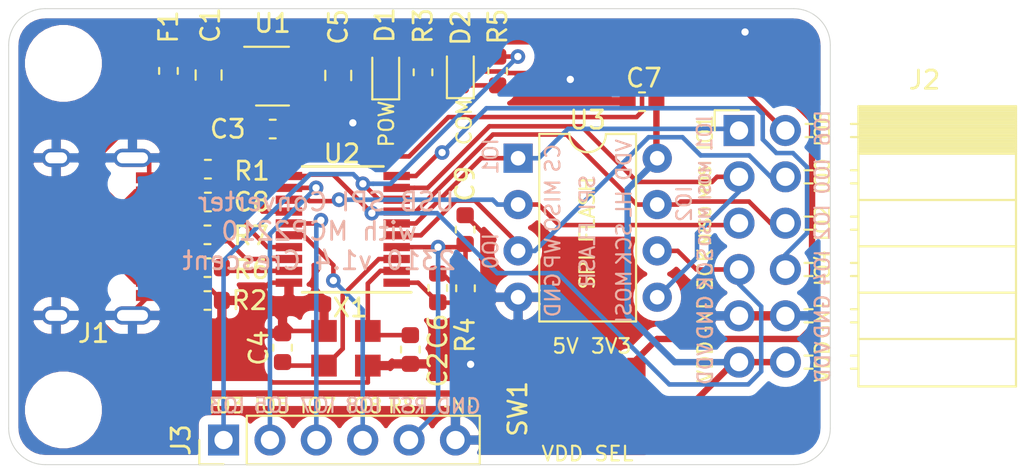
<source format=kicad_pcb>
(kicad_pcb (version 20171130) (host pcbnew "(5.1.2)-1")

  (general
    (thickness 1.6)
    (drawings 63)
    (tracks 365)
    (zones 0)
    (modules 29)
    (nets 31)
  )

  (page A4)
  (title_block
    (title "USB SPI Converter")
    (date 2023-10-08)
    (rev v1.4)
    (company Crescent)
  )

  (layers
    (0 F.Cu signal)
    (31 B.Cu signal)
    (32 B.Adhes user)
    (33 F.Adhes user)
    (34 B.Paste user)
    (35 F.Paste user)
    (36 B.SilkS user)
    (37 F.SilkS user)
    (38 B.Mask user)
    (39 F.Mask user)
    (40 Dwgs.User user)
    (41 Cmts.User user)
    (42 Eco1.User user)
    (43 Eco2.User user)
    (44 Edge.Cuts user)
    (45 Margin user)
    (46 B.CrtYd user hide)
    (47 F.CrtYd user hide)
    (48 B.Fab user)
    (49 F.Fab user hide)
  )

  (setup
    (last_trace_width 0.25)
    (trace_clearance 0.2)
    (zone_clearance 0.508)
    (zone_45_only no)
    (trace_min 0.2)
    (via_size 0.8)
    (via_drill 0.4)
    (via_min_size 0.4)
    (via_min_drill 0.3)
    (uvia_size 0.3)
    (uvia_drill 0.1)
    (uvias_allowed no)
    (uvia_min_size 0.2)
    (uvia_min_drill 0.1)
    (edge_width 0.05)
    (segment_width 0.2)
    (pcb_text_width 0.3)
    (pcb_text_size 1.5 1.5)
    (mod_edge_width 0.12)
    (mod_text_size 1 1)
    (mod_text_width 0.15)
    (pad_size 1 2.1)
    (pad_drill 0.6)
    (pad_to_mask_clearance 0.051)
    (solder_mask_min_width 0.25)
    (aux_axis_origin 0 0)
    (visible_elements 7FFFFFFF)
    (pcbplotparams
      (layerselection 0x010fc_ffffffff)
      (usegerberextensions true)
      (usegerberattributes false)
      (usegerberadvancedattributes false)
      (creategerberjobfile false)
      (excludeedgelayer true)
      (linewidth 0.100000)
      (plotframeref false)
      (viasonmask false)
      (mode 1)
      (useauxorigin false)
      (hpglpennumber 1)
      (hpglpenspeed 20)
      (hpglpendiameter 15.000000)
      (psnegative false)
      (psa4output false)
      (plotreference true)
      (plotvalue true)
      (plotinvisibletext false)
      (padsonsilk false)
      (subtractmaskfromsilk true)
      (outputformat 1)
      (mirror false)
      (drillshape 0)
      (scaleselection 1)
      (outputdirectory "GERBER/"))
  )

  (net 0 "")
  (net 1 GND)
  (net 2 +5V)
  (net 3 /OSC1)
  (net 4 "Net-(C3-Pad1)")
  (net 5 /OSC2)
  (net 6 +3V3)
  (net 7 "Net-(D1-Pad1)")
  (net 8 "Net-(D2-Pad1)")
  (net 9 "Net-(F1-Pad1)")
  (net 10 "Net-(J1-Pad10)")
  (net 11 "Net-(J1-Pad4)")
  (net 12 /DM)
  (net 13 /DP)
  (net 14 /SPI_MOSI)
  (net 15 /SPI_MISO)
  (net 16 /SPI_SCK)
  (net 17 "Net-(R6-Pad1)")
  (net 18 "Net-(R7-Pad1)")
  (net 19 VDD)
  (net 20 "Net-(C8-Pad1)")
  (net 21 /RST)
  (net 22 /IO1)
  (net 23 /IO6)
  (net 24 /IO0)
  (net 25 /IO2)
  (net 26 /IO4)
  (net 27 /IO8)
  (net 28 /IO7)
  (net 29 /IO5)
  (net 30 /IO3)

  (net_class Default "これはデフォルトのネット クラスです。"
    (clearance 0.2)
    (trace_width 0.25)
    (via_dia 0.8)
    (via_drill 0.4)
    (uvia_dia 0.3)
    (uvia_drill 0.1)
    (add_net /DM)
    (add_net /DP)
    (add_net /IO0)
    (add_net /IO1)
    (add_net /IO2)
    (add_net /IO3)
    (add_net /IO4)
    (add_net /IO5)
    (add_net /IO6)
    (add_net /IO7)
    (add_net /IO8)
    (add_net /OSC1)
    (add_net /OSC2)
    (add_net /RST)
    (add_net /SPI_MISO)
    (add_net /SPI_MOSI)
    (add_net /SPI_SCK)
    (add_net GND)
    (add_net "Net-(C3-Pad1)")
    (add_net "Net-(C8-Pad1)")
    (add_net "Net-(D1-Pad1)")
    (add_net "Net-(D2-Pad1)")
    (add_net "Net-(J1-Pad10)")
    (add_net "Net-(J1-Pad4)")
    (add_net "Net-(R6-Pad1)")
    (add_net "Net-(R7-Pad1)")
  )

  (net_class POW ""
    (clearance 0.2)
    (trace_width 0.35)
    (via_dia 0.8)
    (via_drill 0.4)
    (uvia_dia 0.3)
    (uvia_drill 0.1)
    (add_net +3V3)
    (add_net +5V)
    (add_net "Net-(F1-Pad1)")
    (add_net VDD)
  )

  (module DPDT_SMD:DPDT_SMD (layer F.Cu) (tedit 6522D8CB) (tstamp 65231EB7)
    (at 179.38 119.94)
    (path /6524522F)
    (attr smd)
    (fp_text reference SW1 (at -1.5 2 90) (layer F.SilkS)
      (effects (font (size 1 1) (thickness 0.15)))
    )
    (fp_text value SW_DPDT_x2 (at 0 -2.5) (layer F.Fab)
      (effects (font (size 1 1) (thickness 0.15)))
    )
    (pad 6 smd rect (at 5 2.9) (size 1 1.6) (layers F.Cu F.Paste F.Mask)
      (net 6 +3V3))
    (pad 5 smd rect (at 2.5 2.9) (size 1 1.6) (layers F.Cu F.Paste F.Mask)
      (net 19 VDD))
    (pad 4 smd rect (at 0 2.9) (size 1 1.6) (layers F.Cu F.Paste F.Mask)
      (net 2 +5V))
    (pad 3 smd rect (at 5 0) (size 1 1.6) (layers F.Cu F.Paste F.Mask)
      (net 6 +3V3))
    (pad 2 smd rect (at 2.5 0) (size 1 1.6) (layers F.Cu F.Paste F.Mask)
      (net 19 VDD))
    (pad 1 smd rect (at 0 0) (size 1 1.6) (layers F.Cu F.Paste F.Mask)
      (net 2 +5V))
    (model ${KIPRJMOD}/3d_model/js202011jcqn.stp
      (offset (xyz 2.539999961853027 -1.269999980926514 0))
      (scale (xyz 1 1 1))
      (rotate (xyz -90 0 0))
    )
  )

  (module Package_DIP:DIP-8_W7.62mm (layer F.Cu) (tedit 5A02E8C5) (tstamp 65231F41)
    (at 177.9 108.2)
    (descr "8-lead though-hole mounted DIP package, row spacing 7.62 mm (300 mils)")
    (tags "THT DIP DIL PDIP 2.54mm 7.62mm 300mil")
    (path /652C6B54)
    (fp_text reference U3 (at 3.81 -2.1) (layer F.SilkS)
      (effects (font (size 1 1) (thickness 0.15)))
    )
    (fp_text value "SPI Flash" (at 3.81 9.95) (layer F.Fab)
      (effects (font (size 1 1) (thickness 0.15)))
    )
    (fp_text user %R (at 3.81 3.81) (layer F.Fab)
      (effects (font (size 1 1) (thickness 0.15)))
    )
    (fp_line (start 8.7 -1.55) (end -1.1 -1.55) (layer F.CrtYd) (width 0.05))
    (fp_line (start 8.7 9.15) (end 8.7 -1.55) (layer F.CrtYd) (width 0.05))
    (fp_line (start -1.1 9.15) (end 8.7 9.15) (layer F.CrtYd) (width 0.05))
    (fp_line (start -1.1 -1.55) (end -1.1 9.15) (layer F.CrtYd) (width 0.05))
    (fp_line (start 6.46 -1.33) (end 4.81 -1.33) (layer F.SilkS) (width 0.12))
    (fp_line (start 6.46 8.95) (end 6.46 -1.33) (layer F.SilkS) (width 0.12))
    (fp_line (start 1.16 8.95) (end 6.46 8.95) (layer F.SilkS) (width 0.12))
    (fp_line (start 1.16 -1.33) (end 1.16 8.95) (layer F.SilkS) (width 0.12))
    (fp_line (start 2.81 -1.33) (end 1.16 -1.33) (layer F.SilkS) (width 0.12))
    (fp_line (start 0.635 -0.27) (end 1.635 -1.27) (layer F.Fab) (width 0.1))
    (fp_line (start 0.635 8.89) (end 0.635 -0.27) (layer F.Fab) (width 0.1))
    (fp_line (start 6.985 8.89) (end 0.635 8.89) (layer F.Fab) (width 0.1))
    (fp_line (start 6.985 -1.27) (end 6.985 8.89) (layer F.Fab) (width 0.1))
    (fp_line (start 1.635 -1.27) (end 6.985 -1.27) (layer F.Fab) (width 0.1))
    (fp_arc (start 3.81 -1.33) (end 2.81 -1.33) (angle -180) (layer F.SilkS) (width 0.12))
    (pad 8 thru_hole oval (at 7.62 0) (size 1.6 1.6) (drill 0.8) (layers *.Cu *.Mask)
      (net 19 VDD))
    (pad 4 thru_hole oval (at 0 7.62) (size 1.6 1.6) (drill 0.8) (layers *.Cu *.Mask)
      (net 1 GND))
    (pad 7 thru_hole oval (at 7.62 2.54) (size 1.6 1.6) (drill 0.8) (layers *.Cu *.Mask)
      (net 25 /IO2))
    (pad 3 thru_hole oval (at 0 5.08) (size 1.6 1.6) (drill 0.8) (layers *.Cu *.Mask)
      (net 24 /IO0))
    (pad 6 thru_hole oval (at 7.62 5.08) (size 1.6 1.6) (drill 0.8) (layers *.Cu *.Mask)
      (net 16 /SPI_SCK))
    (pad 2 thru_hole oval (at 0 2.54) (size 1.6 1.6) (drill 0.8) (layers *.Cu *.Mask)
      (net 15 /SPI_MISO))
    (pad 5 thru_hole oval (at 7.62 7.62) (size 1.6 1.6) (drill 0.8) (layers *.Cu *.Mask)
      (net 14 /SPI_MOSI))
    (pad 1 thru_hole rect (at 0 0) (size 1.6 1.6) (drill 0.8) (layers *.Cu *.Mask)
      (net 22 /IO1))
    (model ${KISYS3DMOD}/Package_DIP.3dshapes/DIP-8_W7.62mm.wrl
      (at (xyz 0 0 0))
      (scale (xyz 1 1 1))
      (rotate (xyz 0 0 0))
    )
  )

  (module Connector_PinHeader_2.54mm:PinHeader_1x06_P2.54mm_Vertical (layer F.Cu) (tedit 59FED5CC) (tstamp 65231DCD)
    (at 161.77 123.65 90)
    (descr "Through hole straight pin header, 1x06, 2.54mm pitch, single row")
    (tags "Through hole pin header THT 1x06 2.54mm single row")
    (path /6530C9AF)
    (fp_text reference J3 (at 0 -2.33 90) (layer F.SilkS)
      (effects (font (size 1 1) (thickness 0.15)))
    )
    (fp_text value Conn_01x06 (at 0 15.03 90) (layer F.Fab)
      (effects (font (size 1 1) (thickness 0.15)))
    )
    (fp_text user %R (at 0 6.35) (layer F.Fab)
      (effects (font (size 1 1) (thickness 0.15)))
    )
    (fp_line (start 1.8 -1.8) (end -1.8 -1.8) (layer F.CrtYd) (width 0.05))
    (fp_line (start 1.8 14.5) (end 1.8 -1.8) (layer F.CrtYd) (width 0.05))
    (fp_line (start -1.8 14.5) (end 1.8 14.5) (layer F.CrtYd) (width 0.05))
    (fp_line (start -1.8 -1.8) (end -1.8 14.5) (layer F.CrtYd) (width 0.05))
    (fp_line (start -1.33 -1.33) (end 0 -1.33) (layer F.SilkS) (width 0.12))
    (fp_line (start -1.33 0) (end -1.33 -1.33) (layer F.SilkS) (width 0.12))
    (fp_line (start -1.33 1.27) (end 1.33 1.27) (layer F.SilkS) (width 0.12))
    (fp_line (start 1.33 1.27) (end 1.33 14.03) (layer F.SilkS) (width 0.12))
    (fp_line (start -1.33 1.27) (end -1.33 14.03) (layer F.SilkS) (width 0.12))
    (fp_line (start -1.33 14.03) (end 1.33 14.03) (layer F.SilkS) (width 0.12))
    (fp_line (start -1.27 -0.635) (end -0.635 -1.27) (layer F.Fab) (width 0.1))
    (fp_line (start -1.27 13.97) (end -1.27 -0.635) (layer F.Fab) (width 0.1))
    (fp_line (start 1.27 13.97) (end -1.27 13.97) (layer F.Fab) (width 0.1))
    (fp_line (start 1.27 -1.27) (end 1.27 13.97) (layer F.Fab) (width 0.1))
    (fp_line (start -0.635 -1.27) (end 1.27 -1.27) (layer F.Fab) (width 0.1))
    (pad 6 thru_hole oval (at 0 12.7 90) (size 1.7 1.7) (drill 1) (layers *.Cu *.Mask)
      (net 1 GND))
    (pad 5 thru_hole oval (at 0 10.16 90) (size 1.7 1.7) (drill 1) (layers *.Cu *.Mask)
      (net 21 /RST))
    (pad 4 thru_hole oval (at 0 7.62 90) (size 1.7 1.7) (drill 1) (layers *.Cu *.Mask)
      (net 27 /IO8))
    (pad 3 thru_hole oval (at 0 5.08 90) (size 1.7 1.7) (drill 1) (layers *.Cu *.Mask)
      (net 28 /IO7))
    (pad 2 thru_hole oval (at 0 2.54 90) (size 1.7 1.7) (drill 1) (layers *.Cu *.Mask)
      (net 29 /IO5))
    (pad 1 thru_hole rect (at 0 0 90) (size 1.7 1.7) (drill 1) (layers *.Cu *.Mask)
      (net 30 /IO3))
    (model ${KISYS3DMOD}/Connector_PinHeader_2.54mm.3dshapes/PinHeader_1x06_P2.54mm_Vertical.wrl
      (at (xyz 0 0 0))
      (scale (xyz 1 1 1))
      (rotate (xyz 0 0 0))
    )
  )

  (module Capacitor_SMD:C_0603_1608Metric (layer F.Cu) (tedit 5B301BBE) (tstamp 65231C53)
    (at 175 112.112 90)
    (descr "Capacitor SMD 0603 (1608 Metric), square (rectangular) end terminal, IPC_7351 nominal, (Body size source: http://www.tortai-tech.com/upload/download/2011102023233369053.pdf), generated with kicad-footprint-generator")
    (tags capacitor)
    (path /6533713A)
    (attr smd)
    (fp_text reference C9 (at 2.5125 0 90) (layer F.SilkS)
      (effects (font (size 1 1) (thickness 0.15)))
    )
    (fp_text value 0.1u (at 0 1.43 90) (layer F.Fab)
      (effects (font (size 1 1) (thickness 0.15)))
    )
    (fp_text user %R (at 0 0 90) (layer F.Fab)
      (effects (font (size 0.4 0.4) (thickness 0.06)))
    )
    (fp_line (start 1.48 0.73) (end -1.48 0.73) (layer F.CrtYd) (width 0.05))
    (fp_line (start 1.48 -0.73) (end 1.48 0.73) (layer F.CrtYd) (width 0.05))
    (fp_line (start -1.48 -0.73) (end 1.48 -0.73) (layer F.CrtYd) (width 0.05))
    (fp_line (start -1.48 0.73) (end -1.48 -0.73) (layer F.CrtYd) (width 0.05))
    (fp_line (start -0.162779 0.51) (end 0.162779 0.51) (layer F.SilkS) (width 0.12))
    (fp_line (start -0.162779 -0.51) (end 0.162779 -0.51) (layer F.SilkS) (width 0.12))
    (fp_line (start 0.8 0.4) (end -0.8 0.4) (layer F.Fab) (width 0.1))
    (fp_line (start 0.8 -0.4) (end 0.8 0.4) (layer F.Fab) (width 0.1))
    (fp_line (start -0.8 -0.4) (end 0.8 -0.4) (layer F.Fab) (width 0.1))
    (fp_line (start -0.8 0.4) (end -0.8 -0.4) (layer F.Fab) (width 0.1))
    (pad 2 smd roundrect (at 0.7875 0 90) (size 0.875 0.95) (layers F.Cu F.Paste F.Mask) (roundrect_rratio 0.25)
      (net 1 GND))
    (pad 1 smd roundrect (at -0.7875 0 90) (size 0.875 0.95) (layers F.Cu F.Paste F.Mask) (roundrect_rratio 0.25)
      (net 21 /RST))
    (model ${KISYS3DMOD}/Capacitor_SMD.3dshapes/C_0603_1608Metric.wrl
      (at (xyz 0 0 0))
      (scale (xyz 1 1 1))
      (rotate (xyz 0 0 0))
    )
  )

  (module Capacitor_SMD:C_0603_1608Metric (layer F.Cu) (tedit 5B301BBE) (tstamp 65231C42)
    (at 160.912 110.6 180)
    (descr "Capacitor SMD 0603 (1608 Metric), square (rectangular) end terminal, IPC_7351 nominal, (Body size source: http://www.tortai-tech.com/upload/download/2011102023233369053.pdf), generated with kicad-footprint-generator")
    (tags capacitor)
    (path /6524ACE1)
    (attr smd)
    (fp_text reference C8 (at -2.3875 0) (layer F.SilkS)
      (effects (font (size 1 1) (thickness 0.15)))
    )
    (fp_text value 2.2u (at 0 1.43) (layer F.Fab)
      (effects (font (size 1 1) (thickness 0.15)))
    )
    (fp_text user %R (at 0 0) (layer F.Fab)
      (effects (font (size 0.4 0.4) (thickness 0.06)))
    )
    (fp_line (start 1.48 0.73) (end -1.48 0.73) (layer F.CrtYd) (width 0.05))
    (fp_line (start 1.48 -0.73) (end 1.48 0.73) (layer F.CrtYd) (width 0.05))
    (fp_line (start -1.48 -0.73) (end 1.48 -0.73) (layer F.CrtYd) (width 0.05))
    (fp_line (start -1.48 0.73) (end -1.48 -0.73) (layer F.CrtYd) (width 0.05))
    (fp_line (start -0.162779 0.51) (end 0.162779 0.51) (layer F.SilkS) (width 0.12))
    (fp_line (start -0.162779 -0.51) (end 0.162779 -0.51) (layer F.SilkS) (width 0.12))
    (fp_line (start 0.8 0.4) (end -0.8 0.4) (layer F.Fab) (width 0.1))
    (fp_line (start 0.8 -0.4) (end 0.8 0.4) (layer F.Fab) (width 0.1))
    (fp_line (start -0.8 -0.4) (end 0.8 -0.4) (layer F.Fab) (width 0.1))
    (fp_line (start -0.8 0.4) (end -0.8 -0.4) (layer F.Fab) (width 0.1))
    (pad 2 smd roundrect (at 0.7875 0 180) (size 0.875 0.95) (layers F.Cu F.Paste F.Mask) (roundrect_rratio 0.25)
      (net 1 GND))
    (pad 1 smd roundrect (at -0.7875 0 180) (size 0.875 0.95) (layers F.Cu F.Paste F.Mask) (roundrect_rratio 0.25)
      (net 20 "Net-(C8-Pad1)"))
    (model ${KISYS3DMOD}/Capacitor_SMD.3dshapes/C_0603_1608Metric.wrl
      (at (xyz 0 0 0))
      (scale (xyz 1 1 1))
      (rotate (xyz 0 0 0))
    )
  )

  (module Capacitor_SMD:C_0603_1608Metric (layer F.Cu) (tedit 5B301BBE) (tstamp 65231C31)
    (at 184.688 105.1 180)
    (descr "Capacitor SMD 0603 (1608 Metric), square (rectangular) end terminal, IPC_7351 nominal, (Body size source: http://www.tortai-tech.com/upload/download/2011102023233369053.pdf), generated with kicad-footprint-generator")
    (tags capacitor)
    (path /652C8504)
    (attr smd)
    (fp_text reference C7 (at -0.1 1.3) (layer F.SilkS)
      (effects (font (size 1 1) (thickness 0.15)))
    )
    (fp_text value 0.1u (at 0 1.43) (layer F.Fab)
      (effects (font (size 1 1) (thickness 0.15)))
    )
    (fp_text user %R (at 0 0) (layer F.Fab)
      (effects (font (size 0.4 0.4) (thickness 0.06)))
    )
    (fp_line (start 1.48 0.73) (end -1.48 0.73) (layer F.CrtYd) (width 0.05))
    (fp_line (start 1.48 -0.73) (end 1.48 0.73) (layer F.CrtYd) (width 0.05))
    (fp_line (start -1.48 -0.73) (end 1.48 -0.73) (layer F.CrtYd) (width 0.05))
    (fp_line (start -1.48 0.73) (end -1.48 -0.73) (layer F.CrtYd) (width 0.05))
    (fp_line (start -0.162779 0.51) (end 0.162779 0.51) (layer F.SilkS) (width 0.12))
    (fp_line (start -0.162779 -0.51) (end 0.162779 -0.51) (layer F.SilkS) (width 0.12))
    (fp_line (start 0.8 0.4) (end -0.8 0.4) (layer F.Fab) (width 0.1))
    (fp_line (start 0.8 -0.4) (end 0.8 0.4) (layer F.Fab) (width 0.1))
    (fp_line (start -0.8 -0.4) (end 0.8 -0.4) (layer F.Fab) (width 0.1))
    (fp_line (start -0.8 0.4) (end -0.8 -0.4) (layer F.Fab) (width 0.1))
    (pad 2 smd roundrect (at 0.7875 0 180) (size 0.875 0.95) (layers F.Cu F.Paste F.Mask) (roundrect_rratio 0.25)
      (net 1 GND))
    (pad 1 smd roundrect (at -0.7875 0 180) (size 0.875 0.95) (layers F.Cu F.Paste F.Mask) (roundrect_rratio 0.25)
      (net 19 VDD))
    (model ${KISYS3DMOD}/Capacitor_SMD.3dshapes/C_0603_1608Metric.wrl
      (at (xyz 0 0 0))
      (scale (xyz 1 1 1))
      (rotate (xyz 0 0 0))
    )
  )

  (module MountingHole:MountingHole_3.2mm_M3 locked (layer F.Cu) (tedit 56D1B4CB) (tstamp 64AAA29B)
    (at 153 122)
    (descr "Mounting Hole 3.2mm, no annular, M3")
    (tags "mounting hole 3.2mm no annular m3")
    (attr virtual)
    (fp_text reference REF2 (at 0 -4.2) (layer F.SilkS) hide
      (effects (font (size 1 1) (thickness 0.15)))
    )
    (fp_text value MountingHole_3.2mm_M3 (at 0 4.2) (layer F.Fab)
      (effects (font (size 1 1) (thickness 0.15)))
    )
    (fp_text user %R (at 0.3 0) (layer F.Fab)
      (effects (font (size 1 1) (thickness 0.15)))
    )
    (fp_circle (center 0 0) (end 3.2 0) (layer Cmts.User) (width 0.15))
    (fp_circle (center 0 0) (end 3.45 0) (layer F.CrtYd) (width 0.05))
    (pad 1 np_thru_hole circle (at 0 0) (size 3.2 3.2) (drill 3.2) (layers *.Cu *.Mask))
  )

  (module MountingHole:MountingHole_3.2mm_M3 locked (layer F.Cu) (tedit 56D1B4CB) (tstamp 64AAA276)
    (at 153 103)
    (descr "Mounting Hole 3.2mm, no annular, M3")
    (tags "mounting hole 3.2mm no annular m3")
    (attr virtual)
    (fp_text reference REF1 (at 0 -4.2) (layer F.SilkS) hide
      (effects (font (size 1 1) (thickness 0.15)))
    )
    (fp_text value MountingHole_3.2mm_M3 (at 0 4.2) (layer F.Fab)
      (effects (font (size 1 1) (thickness 0.15)))
    )
    (fp_circle (center 0 0) (end 3.45 0) (layer F.CrtYd) (width 0.05))
    (fp_circle (center 0 0) (end 3.2 0) (layer Cmts.User) (width 0.15))
    (fp_text user %R (at 0.3 0) (layer F.Fab)
      (effects (font (size 1 1) (thickness 0.15)))
    )
    (pad 1 np_thru_hole circle (at 0 0) (size 3.2 3.2) (drill 3.2) (layers *.Cu *.Mask))
  )

  (module FA238V:FA238V (layer F.Cu) (tedit 5A75A8AB) (tstamp 64AA9E1F)
    (at 169.67 117.67 180)
    (path /64AABF68)
    (attr smd)
    (fp_text reference X1 (at 0.97 1.27) (layer F.SilkS)
      (effects (font (size 1 1) (thickness 0.15)))
    )
    (fp_text value 12MHz (at 1 -4) (layer F.Fab)
      (effects (font (size 1 1) (thickness 0.15)))
    )
    (pad 3 smd rect (at 0 -1.9 180) (size 1.4 1.2) (layers F.Cu F.Paste F.Mask)
      (net 1 GND))
    (pad 3 smd rect (at 2.4 0 180) (size 1.4 1.2) (layers F.Cu F.Paste F.Mask)
      (net 1 GND))
    (pad 2 smd rect (at 2.4 -1.9 180) (size 1.4 1.2) (layers F.Cu F.Paste F.Mask)
      (net 5 /OSC2))
    (pad 1 smd rect (at 0 0 180) (size 1.4 1.2) (layers F.Cu F.Paste F.Mask)
      (net 3 /OSC1))
  )

  (module Package_SO:TSSOP-20_4.4x6.5mm_P0.65mm (layer F.Cu) (tedit 5A02F25C) (tstamp 64AA9E17)
    (at 168.3 112.1 180)
    (descr "20-Lead Plastic Thin Shrink Small Outline (ST)-4.4 mm Body [TSSOP] (see Microchip Packaging Specification 00000049BS.pdf)")
    (tags "SSOP 0.65")
    (path /64AA5C41)
    (attr smd)
    (fp_text reference U2 (at 0.05 4.15) (layer F.SilkS)
      (effects (font (size 1 1) (thickness 0.15)))
    )
    (fp_text value MCP2210 (at 0 4.3) (layer F.Fab)
      (effects (font (size 1 1) (thickness 0.15)))
    )
    (fp_text user %R (at 0 0) (layer F.Fab)
      (effects (font (size 0.8 0.8) (thickness 0.15)))
    )
    (fp_line (start -3.75 -3.45) (end 2.225 -3.45) (layer F.SilkS) (width 0.15))
    (fp_line (start -2.225 3.45) (end 2.225 3.45) (layer F.SilkS) (width 0.15))
    (fp_line (start -3.95 3.55) (end 3.95 3.55) (layer F.CrtYd) (width 0.05))
    (fp_line (start -3.95 -3.55) (end 3.95 -3.55) (layer F.CrtYd) (width 0.05))
    (fp_line (start 3.95 -3.55) (end 3.95 3.55) (layer F.CrtYd) (width 0.05))
    (fp_line (start -3.95 -3.55) (end -3.95 3.55) (layer F.CrtYd) (width 0.05))
    (fp_line (start -2.2 -2.25) (end -1.2 -3.25) (layer F.Fab) (width 0.15))
    (fp_line (start -2.2 3.25) (end -2.2 -2.25) (layer F.Fab) (width 0.15))
    (fp_line (start 2.2 3.25) (end -2.2 3.25) (layer F.Fab) (width 0.15))
    (fp_line (start 2.2 -3.25) (end 2.2 3.25) (layer F.Fab) (width 0.15))
    (fp_line (start -1.2 -3.25) (end 2.2 -3.25) (layer F.Fab) (width 0.15))
    (pad 20 smd rect (at 2.95 -2.925 180) (size 1.45 0.45) (layers F.Cu F.Paste F.Mask)
      (net 1 GND))
    (pad 19 smd rect (at 2.95 -2.275 180) (size 1.45 0.45) (layers F.Cu F.Paste F.Mask)
      (net 17 "Net-(R6-Pad1)"))
    (pad 18 smd rect (at 2.95 -1.625 180) (size 1.45 0.45) (layers F.Cu F.Paste F.Mask)
      (net 18 "Net-(R7-Pad1)"))
    (pad 17 smd rect (at 2.95 -0.975 180) (size 1.45 0.45) (layers F.Cu F.Paste F.Mask)
      (net 20 "Net-(C8-Pad1)"))
    (pad 16 smd rect (at 2.95 -0.325 180) (size 1.45 0.45) (layers F.Cu F.Paste F.Mask)
      (net 27 /IO8))
    (pad 15 smd rect (at 2.95 0.325 180) (size 1.45 0.45) (layers F.Cu F.Paste F.Mask)
      (net 28 /IO7))
    (pad 14 smd rect (at 2.95 0.975 180) (size 1.45 0.45) (layers F.Cu F.Paste F.Mask)
      (net 23 /IO6))
    (pad 13 smd rect (at 2.95 1.625 180) (size 1.45 0.45) (layers F.Cu F.Paste F.Mask)
      (net 15 /SPI_MISO))
    (pad 12 smd rect (at 2.95 2.275 180) (size 1.45 0.45) (layers F.Cu F.Paste F.Mask)
      (net 29 /IO5))
    (pad 11 smd rect (at 2.95 2.925 180) (size 1.45 0.45) (layers F.Cu F.Paste F.Mask)
      (net 16 /SPI_SCK))
    (pad 10 smd rect (at -2.95 2.925 180) (size 1.45 0.45) (layers F.Cu F.Paste F.Mask)
      (net 26 /IO4))
    (pad 9 smd rect (at -2.95 2.275 180) (size 1.45 0.45) (layers F.Cu F.Paste F.Mask)
      (net 14 /SPI_MOSI))
    (pad 8 smd rect (at -2.95 1.625 180) (size 1.45 0.45) (layers F.Cu F.Paste F.Mask)
      (net 30 /IO3))
    (pad 7 smd rect (at -2.95 0.975 180) (size 1.45 0.45) (layers F.Cu F.Paste F.Mask)
      (net 25 /IO2))
    (pad 6 smd rect (at -2.95 0.325 180) (size 1.45 0.45) (layers F.Cu F.Paste F.Mask)
      (net 22 /IO1))
    (pad 5 smd rect (at -2.95 -0.325 180) (size 1.45 0.45) (layers F.Cu F.Paste F.Mask)
      (net 24 /IO0))
    (pad 4 smd rect (at -2.95 -0.975 180) (size 1.45 0.45) (layers F.Cu F.Paste F.Mask)
      (net 21 /RST))
    (pad 3 smd rect (at -2.95 -1.625 180) (size 1.45 0.45) (layers F.Cu F.Paste F.Mask)
      (net 5 /OSC2))
    (pad 2 smd rect (at -2.95 -2.275 180) (size 1.45 0.45) (layers F.Cu F.Paste F.Mask)
      (net 3 /OSC1))
    (pad 1 smd rect (at -2.95 -2.925 180) (size 1.45 0.45) (layers F.Cu F.Paste F.Mask)
      (net 19 VDD))
    (model ${KISYS3DMOD}/Package_SO.3dshapes/TSSOP-20_4.4x6.5mm_P0.65mm.wrl
      (at (xyz 0 0 0))
      (scale (xyz 1 1 1))
      (rotate (xyz 0 0 0))
    )
  )

  (module Package_TO_SOT_SMD:SOT-23-5 (layer F.Cu) (tedit 5A02FF57) (tstamp 64AA9DF3)
    (at 164.45 103.7)
    (descr "5-pin SOT23 package")
    (tags SOT-23-5)
    (path /64AA38E9)
    (attr smd)
    (fp_text reference U1 (at 0 -2.9) (layer F.SilkS)
      (effects (font (size 1 1) (thickness 0.15)))
    )
    (fp_text value LD3985M33R_SOT23 (at 0 2.9) (layer F.Fab)
      (effects (font (size 1 1) (thickness 0.15)))
    )
    (fp_line (start 0.9 -1.55) (end 0.9 1.55) (layer F.Fab) (width 0.1))
    (fp_line (start 0.9 1.55) (end -0.9 1.55) (layer F.Fab) (width 0.1))
    (fp_line (start -0.9 -0.9) (end -0.9 1.55) (layer F.Fab) (width 0.1))
    (fp_line (start 0.9 -1.55) (end -0.25 -1.55) (layer F.Fab) (width 0.1))
    (fp_line (start -0.9 -0.9) (end -0.25 -1.55) (layer F.Fab) (width 0.1))
    (fp_line (start -1.9 1.8) (end -1.9 -1.8) (layer F.CrtYd) (width 0.05))
    (fp_line (start 1.9 1.8) (end -1.9 1.8) (layer F.CrtYd) (width 0.05))
    (fp_line (start 1.9 -1.8) (end 1.9 1.8) (layer F.CrtYd) (width 0.05))
    (fp_line (start -1.9 -1.8) (end 1.9 -1.8) (layer F.CrtYd) (width 0.05))
    (fp_line (start 0.9 -1.61) (end -1.55 -1.61) (layer F.SilkS) (width 0.12))
    (fp_line (start -0.9 1.61) (end 0.9 1.61) (layer F.SilkS) (width 0.12))
    (fp_text user %R (at 0 0 90) (layer F.Fab)
      (effects (font (size 0.5 0.5) (thickness 0.075)))
    )
    (pad 5 smd rect (at 1.1 -0.95) (size 1.06 0.65) (layers F.Cu F.Paste F.Mask)
      (net 6 +3V3))
    (pad 4 smd rect (at 1.1 0.95) (size 1.06 0.65) (layers F.Cu F.Paste F.Mask)
      (net 4 "Net-(C3-Pad1)"))
    (pad 3 smd rect (at -1.1 0.95) (size 1.06 0.65) (layers F.Cu F.Paste F.Mask)
      (net 2 +5V))
    (pad 2 smd rect (at -1.1 0) (size 1.06 0.65) (layers F.Cu F.Paste F.Mask)
      (net 1 GND))
    (pad 1 smd rect (at -1.1 -0.95) (size 1.06 0.65) (layers F.Cu F.Paste F.Mask)
      (net 2 +5V))
    (model ${KISYS3DMOD}/Package_TO_SOT_SMD.3dshapes/SOT-23-5.wrl
      (at (xyz 0 0 0))
      (scale (xyz 1 1 1))
      (rotate (xyz 0 0 0))
    )
  )

  (module Resistor_SMD:R_0603_1608Metric (layer F.Cu) (tedit 5B301BBD) (tstamp 64AA9DDE)
    (at 160.888 112.4 180)
    (descr "Resistor SMD 0603 (1608 Metric), square (rectangular) end terminal, IPC_7351 nominal, (Body size source: http://www.tortai-tech.com/upload/download/2011102023233369053.pdf), generated with kicad-footprint-generator")
    (tags resistor)
    (path /64AC116E)
    (attr smd)
    (fp_text reference R7 (at -2.3875 -0.05) (layer F.SilkS)
      (effects (font (size 1 1) (thickness 0.15)))
    )
    (fp_text value 33 (at 0 1.43) (layer F.Fab)
      (effects (font (size 1 1) (thickness 0.15)))
    )
    (fp_text user %R (at 0 0) (layer F.Fab)
      (effects (font (size 0.4 0.4) (thickness 0.06)))
    )
    (fp_line (start 1.48 0.73) (end -1.48 0.73) (layer F.CrtYd) (width 0.05))
    (fp_line (start 1.48 -0.73) (end 1.48 0.73) (layer F.CrtYd) (width 0.05))
    (fp_line (start -1.48 -0.73) (end 1.48 -0.73) (layer F.CrtYd) (width 0.05))
    (fp_line (start -1.48 0.73) (end -1.48 -0.73) (layer F.CrtYd) (width 0.05))
    (fp_line (start -0.162779 0.51) (end 0.162779 0.51) (layer F.SilkS) (width 0.12))
    (fp_line (start -0.162779 -0.51) (end 0.162779 -0.51) (layer F.SilkS) (width 0.12))
    (fp_line (start 0.8 0.4) (end -0.8 0.4) (layer F.Fab) (width 0.1))
    (fp_line (start 0.8 -0.4) (end 0.8 0.4) (layer F.Fab) (width 0.1))
    (fp_line (start -0.8 -0.4) (end 0.8 -0.4) (layer F.Fab) (width 0.1))
    (fp_line (start -0.8 0.4) (end -0.8 -0.4) (layer F.Fab) (width 0.1))
    (pad 2 smd roundrect (at 0.7875 0 180) (size 0.875 0.95) (layers F.Cu F.Paste F.Mask) (roundrect_rratio 0.25)
      (net 12 /DM))
    (pad 1 smd roundrect (at -0.7875 0 180) (size 0.875 0.95) (layers F.Cu F.Paste F.Mask) (roundrect_rratio 0.25)
      (net 18 "Net-(R7-Pad1)"))
    (model ${KISYS3DMOD}/Resistor_SMD.3dshapes/R_0603_1608Metric.wrl
      (at (xyz 0 0 0))
      (scale (xyz 1 1 1))
      (rotate (xyz 0 0 0))
    )
  )

  (module Resistor_SMD:R_0603_1608Metric (layer F.Cu) (tedit 5B301BBD) (tstamp 64AA9DCD)
    (at 160.888 114.2 180)
    (descr "Resistor SMD 0603 (1608 Metric), square (rectangular) end terminal, IPC_7351 nominal, (Body size source: http://www.tortai-tech.com/upload/download/2011102023233369053.pdf), generated with kicad-footprint-generator")
    (tags resistor)
    (path /64AC61BA)
    (attr smd)
    (fp_text reference R6 (at -2.4 -0.1) (layer F.SilkS)
      (effects (font (size 1 1) (thickness 0.15)))
    )
    (fp_text value 33 (at 0 1.43) (layer F.Fab)
      (effects (font (size 1 1) (thickness 0.15)))
    )
    (fp_text user %R (at 0 0) (layer F.Fab)
      (effects (font (size 0.4 0.4) (thickness 0.06)))
    )
    (fp_line (start 1.48 0.73) (end -1.48 0.73) (layer F.CrtYd) (width 0.05))
    (fp_line (start 1.48 -0.73) (end 1.48 0.73) (layer F.CrtYd) (width 0.05))
    (fp_line (start -1.48 -0.73) (end 1.48 -0.73) (layer F.CrtYd) (width 0.05))
    (fp_line (start -1.48 0.73) (end -1.48 -0.73) (layer F.CrtYd) (width 0.05))
    (fp_line (start -0.162779 0.51) (end 0.162779 0.51) (layer F.SilkS) (width 0.12))
    (fp_line (start -0.162779 -0.51) (end 0.162779 -0.51) (layer F.SilkS) (width 0.12))
    (fp_line (start 0.8 0.4) (end -0.8 0.4) (layer F.Fab) (width 0.1))
    (fp_line (start 0.8 -0.4) (end 0.8 0.4) (layer F.Fab) (width 0.1))
    (fp_line (start -0.8 -0.4) (end 0.8 -0.4) (layer F.Fab) (width 0.1))
    (fp_line (start -0.8 0.4) (end -0.8 -0.4) (layer F.Fab) (width 0.1))
    (pad 2 smd roundrect (at 0.7875 0 180) (size 0.875 0.95) (layers F.Cu F.Paste F.Mask) (roundrect_rratio 0.25)
      (net 13 /DP))
    (pad 1 smd roundrect (at -0.7875 0 180) (size 0.875 0.95) (layers F.Cu F.Paste F.Mask) (roundrect_rratio 0.25)
      (net 17 "Net-(R6-Pad1)"))
    (model ${KISYS3DMOD}/Resistor_SMD.3dshapes/R_0603_1608Metric.wrl
      (at (xyz 0 0 0))
      (scale (xyz 1 1 1))
      (rotate (xyz 0 0 0))
    )
  )

  (module Resistor_SMD:R_0603_1608Metric (layer F.Cu) (tedit 5B301BBD) (tstamp 64AA9DBC)
    (at 176.78 103.418 90)
    (descr "Resistor SMD 0603 (1608 Metric), square (rectangular) end terminal, IPC_7351 nominal, (Body size source: http://www.tortai-tech.com/upload/download/2011102023233369053.pdf), generated with kicad-footprint-generator")
    (tags resistor)
    (path /64AE6049)
    (attr smd)
    (fp_text reference R5 (at 2.4375 0 90) (layer F.SilkS)
      (effects (font (size 1 1) (thickness 0.15)))
    )
    (fp_text value 1k (at 0 1.43 90) (layer F.Fab)
      (effects (font (size 1 1) (thickness 0.15)))
    )
    (fp_text user %R (at 0 0 90) (layer F.Fab)
      (effects (font (size 0.4 0.4) (thickness 0.06)))
    )
    (fp_line (start 1.48 0.73) (end -1.48 0.73) (layer F.CrtYd) (width 0.05))
    (fp_line (start 1.48 -0.73) (end 1.48 0.73) (layer F.CrtYd) (width 0.05))
    (fp_line (start -1.48 -0.73) (end 1.48 -0.73) (layer F.CrtYd) (width 0.05))
    (fp_line (start -1.48 0.73) (end -1.48 -0.73) (layer F.CrtYd) (width 0.05))
    (fp_line (start -0.162779 0.51) (end 0.162779 0.51) (layer F.SilkS) (width 0.12))
    (fp_line (start -0.162779 -0.51) (end 0.162779 -0.51) (layer F.SilkS) (width 0.12))
    (fp_line (start 0.8 0.4) (end -0.8 0.4) (layer F.Fab) (width 0.1))
    (fp_line (start 0.8 -0.4) (end 0.8 0.4) (layer F.Fab) (width 0.1))
    (fp_line (start -0.8 -0.4) (end 0.8 -0.4) (layer F.Fab) (width 0.1))
    (fp_line (start -0.8 0.4) (end -0.8 -0.4) (layer F.Fab) (width 0.1))
    (pad 2 smd roundrect (at 0.7875 0 90) (size 0.875 0.95) (layers F.Cu F.Paste F.Mask) (roundrect_rratio 0.25)
      (net 30 /IO3))
    (pad 1 smd roundrect (at -0.7875 0 90) (size 0.875 0.95) (layers F.Cu F.Paste F.Mask) (roundrect_rratio 0.25)
      (net 8 "Net-(D2-Pad1)"))
    (model ${KISYS3DMOD}/Resistor_SMD.3dshapes/R_0603_1608Metric.wrl
      (at (xyz 0 0 0))
      (scale (xyz 1 1 1))
      (rotate (xyz 0 0 0))
    )
  )

  (module Resistor_SMD:R_0603_1608Metric (layer F.Cu) (tedit 5B301BBD) (tstamp 64AA9DAB)
    (at 175.02 115.332 90)
    (descr "Resistor SMD 0603 (1608 Metric), square (rectangular) end terminal, IPC_7351 nominal, (Body size source: http://www.tortai-tech.com/upload/download/2011102023233369053.pdf), generated with kicad-footprint-generator")
    (tags resistor)
    (path /64ADBCA0)
    (attr smd)
    (fp_text reference R4 (at -2.568 -0.02 90) (layer F.SilkS)
      (effects (font (size 1 1) (thickness 0.15)))
    )
    (fp_text value 1k (at 0 1.43 90) (layer F.Fab)
      (effects (font (size 1 1) (thickness 0.15)))
    )
    (fp_text user %R (at 0 0 90) (layer F.Fab)
      (effects (font (size 0.4 0.4) (thickness 0.06)))
    )
    (fp_line (start 1.48 0.73) (end -1.48 0.73) (layer F.CrtYd) (width 0.05))
    (fp_line (start 1.48 -0.73) (end 1.48 0.73) (layer F.CrtYd) (width 0.05))
    (fp_line (start -1.48 -0.73) (end 1.48 -0.73) (layer F.CrtYd) (width 0.05))
    (fp_line (start -1.48 0.73) (end -1.48 -0.73) (layer F.CrtYd) (width 0.05))
    (fp_line (start -0.162779 0.51) (end 0.162779 0.51) (layer F.SilkS) (width 0.12))
    (fp_line (start -0.162779 -0.51) (end 0.162779 -0.51) (layer F.SilkS) (width 0.12))
    (fp_line (start 0.8 0.4) (end -0.8 0.4) (layer F.Fab) (width 0.1))
    (fp_line (start 0.8 -0.4) (end 0.8 0.4) (layer F.Fab) (width 0.1))
    (fp_line (start -0.8 -0.4) (end 0.8 -0.4) (layer F.Fab) (width 0.1))
    (fp_line (start -0.8 0.4) (end -0.8 -0.4) (layer F.Fab) (width 0.1))
    (pad 2 smd roundrect (at 0.7875 0 90) (size 0.875 0.95) (layers F.Cu F.Paste F.Mask) (roundrect_rratio 0.25)
      (net 21 /RST))
    (pad 1 smd roundrect (at -0.7875 0 90) (size 0.875 0.95) (layers F.Cu F.Paste F.Mask) (roundrect_rratio 0.25)
      (net 19 VDD))
    (model ${KISYS3DMOD}/Resistor_SMD.3dshapes/R_0603_1608Metric.wrl
      (at (xyz 0 0 0))
      (scale (xyz 1 1 1))
      (rotate (xyz 0 0 0))
    )
  )

  (module Resistor_SMD:R_0603_1608Metric (layer F.Cu) (tedit 5B301BBD) (tstamp 64AA9D9A)
    (at 172.693 103.488 90)
    (descr "Resistor SMD 0603 (1608 Metric), square (rectangular) end terminal, IPC_7351 nominal, (Body size source: http://www.tortai-tech.com/upload/download/2011102023233369053.pdf), generated with kicad-footprint-generator")
    (tags resistor)
    (path /64AB3C99)
    (attr smd)
    (fp_text reference R3 (at 2.5375 0 90) (layer F.SilkS)
      (effects (font (size 1 1) (thickness 0.15)))
    )
    (fp_text value 1k (at 0 1.43 90) (layer F.Fab)
      (effects (font (size 1 1) (thickness 0.15)))
    )
    (fp_text user %R (at 0 0 90) (layer F.Fab)
      (effects (font (size 0.4 0.4) (thickness 0.06)))
    )
    (fp_line (start 1.48 0.73) (end -1.48 0.73) (layer F.CrtYd) (width 0.05))
    (fp_line (start 1.48 -0.73) (end 1.48 0.73) (layer F.CrtYd) (width 0.05))
    (fp_line (start -1.48 -0.73) (end 1.48 -0.73) (layer F.CrtYd) (width 0.05))
    (fp_line (start -1.48 0.73) (end -1.48 -0.73) (layer F.CrtYd) (width 0.05))
    (fp_line (start -0.162779 0.51) (end 0.162779 0.51) (layer F.SilkS) (width 0.12))
    (fp_line (start -0.162779 -0.51) (end 0.162779 -0.51) (layer F.SilkS) (width 0.12))
    (fp_line (start 0.8 0.4) (end -0.8 0.4) (layer F.Fab) (width 0.1))
    (fp_line (start 0.8 -0.4) (end 0.8 0.4) (layer F.Fab) (width 0.1))
    (fp_line (start -0.8 -0.4) (end 0.8 -0.4) (layer F.Fab) (width 0.1))
    (fp_line (start -0.8 0.4) (end -0.8 -0.4) (layer F.Fab) (width 0.1))
    (pad 2 smd roundrect (at 0.7875 0 90) (size 0.875 0.95) (layers F.Cu F.Paste F.Mask) (roundrect_rratio 0.25)
      (net 1 GND))
    (pad 1 smd roundrect (at -0.7875 0 90) (size 0.875 0.95) (layers F.Cu F.Paste F.Mask) (roundrect_rratio 0.25)
      (net 7 "Net-(D1-Pad1)"))
    (model ${KISYS3DMOD}/Resistor_SMD.3dshapes/R_0603_1608Metric.wrl
      (at (xyz 0 0 0))
      (scale (xyz 1 1 1))
      (rotate (xyz 0 0 0))
    )
  )

  (module Resistor_SMD:R_0603_1608Metric (layer F.Cu) (tedit 5B301BBD) (tstamp 64AA9D89)
    (at 160.888 116)
    (descr "Resistor SMD 0603 (1608 Metric), square (rectangular) end terminal, IPC_7351 nominal, (Body size source: http://www.tortai-tech.com/upload/download/2011102023233369053.pdf), generated with kicad-footprint-generator")
    (tags resistor)
    (path /64AA7436)
    (attr smd)
    (fp_text reference R2 (at 2.3 0) (layer F.SilkS)
      (effects (font (size 1 1) (thickness 0.15)))
    )
    (fp_text value 5.1k (at 0 1.43) (layer F.Fab)
      (effects (font (size 1 1) (thickness 0.15)))
    )
    (fp_text user %R (at 0 0) (layer F.Fab)
      (effects (font (size 0.4 0.4) (thickness 0.06)))
    )
    (fp_line (start 1.48 0.73) (end -1.48 0.73) (layer F.CrtYd) (width 0.05))
    (fp_line (start 1.48 -0.73) (end 1.48 0.73) (layer F.CrtYd) (width 0.05))
    (fp_line (start -1.48 -0.73) (end 1.48 -0.73) (layer F.CrtYd) (width 0.05))
    (fp_line (start -1.48 0.73) (end -1.48 -0.73) (layer F.CrtYd) (width 0.05))
    (fp_line (start -0.162779 0.51) (end 0.162779 0.51) (layer F.SilkS) (width 0.12))
    (fp_line (start -0.162779 -0.51) (end 0.162779 -0.51) (layer F.SilkS) (width 0.12))
    (fp_line (start 0.8 0.4) (end -0.8 0.4) (layer F.Fab) (width 0.1))
    (fp_line (start 0.8 -0.4) (end 0.8 0.4) (layer F.Fab) (width 0.1))
    (fp_line (start -0.8 -0.4) (end 0.8 -0.4) (layer F.Fab) (width 0.1))
    (fp_line (start -0.8 0.4) (end -0.8 -0.4) (layer F.Fab) (width 0.1))
    (pad 2 smd roundrect (at 0.7875 0) (size 0.875 0.95) (layers F.Cu F.Paste F.Mask) (roundrect_rratio 0.25)
      (net 1 GND))
    (pad 1 smd roundrect (at -0.7875 0) (size 0.875 0.95) (layers F.Cu F.Paste F.Mask) (roundrect_rratio 0.25)
      (net 10 "Net-(J1-Pad10)"))
    (model ${KISYS3DMOD}/Resistor_SMD.3dshapes/R_0603_1608Metric.wrl
      (at (xyz 0 0 0))
      (scale (xyz 1 1 1))
      (rotate (xyz 0 0 0))
    )
  )

  (module Resistor_SMD:R_0603_1608Metric (layer F.Cu) (tedit 5B301BBD) (tstamp 64AA9D78)
    (at 160.912 108.8)
    (descr "Resistor SMD 0603 (1608 Metric), square (rectangular) end terminal, IPC_7351 nominal, (Body size source: http://www.tortai-tech.com/upload/download/2011102023233369053.pdf), generated with kicad-footprint-generator")
    (tags resistor)
    (path /64AA6427)
    (attr smd)
    (fp_text reference R1 (at 2.4125 0.1 180) (layer F.SilkS)
      (effects (font (size 1 1) (thickness 0.15)))
    )
    (fp_text value 5.1k (at 0 1.43) (layer F.Fab)
      (effects (font (size 1 1) (thickness 0.15)))
    )
    (fp_text user %R (at 0 0) (layer F.Fab)
      (effects (font (size 0.4 0.4) (thickness 0.06)))
    )
    (fp_line (start 1.48 0.73) (end -1.48 0.73) (layer F.CrtYd) (width 0.05))
    (fp_line (start 1.48 -0.73) (end 1.48 0.73) (layer F.CrtYd) (width 0.05))
    (fp_line (start -1.48 -0.73) (end 1.48 -0.73) (layer F.CrtYd) (width 0.05))
    (fp_line (start -1.48 0.73) (end -1.48 -0.73) (layer F.CrtYd) (width 0.05))
    (fp_line (start -0.162779 0.51) (end 0.162779 0.51) (layer F.SilkS) (width 0.12))
    (fp_line (start -0.162779 -0.51) (end 0.162779 -0.51) (layer F.SilkS) (width 0.12))
    (fp_line (start 0.8 0.4) (end -0.8 0.4) (layer F.Fab) (width 0.1))
    (fp_line (start 0.8 -0.4) (end 0.8 0.4) (layer F.Fab) (width 0.1))
    (fp_line (start -0.8 -0.4) (end 0.8 -0.4) (layer F.Fab) (width 0.1))
    (fp_line (start -0.8 0.4) (end -0.8 -0.4) (layer F.Fab) (width 0.1))
    (pad 2 smd roundrect (at 0.7875 0) (size 0.875 0.95) (layers F.Cu F.Paste F.Mask) (roundrect_rratio 0.25)
      (net 1 GND))
    (pad 1 smd roundrect (at -0.7875 0) (size 0.875 0.95) (layers F.Cu F.Paste F.Mask) (roundrect_rratio 0.25)
      (net 11 "Net-(J1-Pad4)"))
    (model ${KISYS3DMOD}/Resistor_SMD.3dshapes/R_0603_1608Metric.wrl
      (at (xyz 0 0 0))
      (scale (xyz 1 1 1))
      (rotate (xyz 0 0 0))
    )
  )

  (module PMOD:PMOD (layer F.Cu) (tedit 64AA336C) (tstamp 64AAAFA3)
    (at 190 106.68)
    (descr "Through hole angled socket strip, 2x06, 2.54mm pitch, 8.51mm socket length, double cols (from Kicad 4.0.7), script generated")
    (tags "Through hole angled socket strip THT 2x06 2.54mm double row")
    (path /64AEC39B)
    (attr smd)
    (fp_text reference J2 (at 10.16 -2.77) (layer F.SilkS)
      (effects (font (size 1 1) (thickness 0.15)))
    )
    (fp_text value PMOD (at 10.16 15.47) (layer F.Fab)
      (effects (font (size 1 1) (thickness 0.15)))
    )
    (fp_text user %R (at 10.855 6.35 90) (layer F.Fab)
      (effects (font (size 1 1) (thickness 0.15)))
    )
    (fp_line (start 0.74 14.45) (end 0.74 -1.8) (layer F.CrtYd) (width 0.05))
    (fp_line (start 0.74 14.45) (end 15.59 14.45) (layer F.CrtYd) (width 0.05))
    (fp_line (start 15.59 -1.8) (end 15.59 14.45) (layer F.CrtYd) (width 0.05))
    (fp_line (start 15.59 -1.8) (end 0.74 -1.8) (layer F.CrtYd) (width 0.05))
    (fp_line (start -1.33 0) (end -1.33 -1.11) (layer F.SilkS) (width 0.12))
    (fp_line (start -1.33 -1.11) (end 0 -1.11) (layer F.SilkS) (width 0.12))
    (fp_line (start 15.17 -1.33) (end 15.17 14.03) (layer F.SilkS) (width 0.12))
    (fp_line (start 15.17 14.03) (end 6.54 14.03) (layer F.SilkS) (width 0.12))
    (fp_line (start 6.54 -1.33) (end 6.54 14.03) (layer F.SilkS) (width 0.12))
    (fp_line (start 15.17 -1.33) (end 6.54 -1.33) (layer F.SilkS) (width 0.12))
    (fp_line (start 15.17 11.43) (end 6.54 11.43) (layer F.SilkS) (width 0.12))
    (fp_line (start 15.17 8.89) (end 6.54 8.89) (layer F.SilkS) (width 0.12))
    (fp_line (start 15.17 6.35) (end 6.54 6.35) (layer F.SilkS) (width 0.12))
    (fp_line (start 15.17 3.81) (end 6.54 3.81) (layer F.SilkS) (width 0.12))
    (fp_line (start 15.17 1.27) (end 6.54 1.27) (layer F.SilkS) (width 0.12))
    (fp_line (start 4.03 13.06) (end 3.59 13.06) (layer F.SilkS) (width 0.12))
    (fp_line (start 6.54 13.06) (end 6.13 13.06) (layer F.SilkS) (width 0.12))
    (fp_line (start 4.03 12.34) (end 3.59 12.34) (layer F.SilkS) (width 0.12))
    (fp_line (start 6.54 12.34) (end 6.13 12.34) (layer F.SilkS) (width 0.12))
    (fp_line (start 4.03 10.52) (end 3.59 10.52) (layer F.SilkS) (width 0.12))
    (fp_line (start 6.54 10.52) (end 6.13 10.52) (layer F.SilkS) (width 0.12))
    (fp_line (start 4.03 9.8) (end 3.59 9.8) (layer F.SilkS) (width 0.12))
    (fp_line (start 6.54 9.8) (end 6.13 9.8) (layer F.SilkS) (width 0.12))
    (fp_line (start 4.03 7.98) (end 3.59 7.98) (layer F.SilkS) (width 0.12))
    (fp_line (start 6.54 7.98) (end 6.13 7.98) (layer F.SilkS) (width 0.12))
    (fp_line (start 4.03 7.26) (end 3.59 7.26) (layer F.SilkS) (width 0.12))
    (fp_line (start 6.54 7.26) (end 6.13 7.26) (layer F.SilkS) (width 0.12))
    (fp_line (start 4.03 5.44) (end 3.59 5.44) (layer F.SilkS) (width 0.12))
    (fp_line (start 6.54 5.44) (end 6.13 5.44) (layer F.SilkS) (width 0.12))
    (fp_line (start 4.03 4.72) (end 3.59 4.72) (layer F.SilkS) (width 0.12))
    (fp_line (start 6.54 4.72) (end 6.13 4.72) (layer F.SilkS) (width 0.12))
    (fp_line (start 4.03 2.9) (end 3.59 2.9) (layer F.SilkS) (width 0.12))
    (fp_line (start 6.54 2.9) (end 6.13 2.9) (layer F.SilkS) (width 0.12))
    (fp_line (start 4.03 2.18) (end 3.59 2.18) (layer F.SilkS) (width 0.12))
    (fp_line (start 6.54 2.18) (end 6.13 2.18) (layer F.SilkS) (width 0.12))
    (fp_line (start 4.03 0.36) (end 3.65 0.36) (layer F.SilkS) (width 0.12))
    (fp_line (start 6.54 0.36) (end 6.13 0.36) (layer F.SilkS) (width 0.12))
    (fp_line (start 4.03 -0.36) (end 3.65 -0.36) (layer F.SilkS) (width 0.12))
    (fp_line (start 6.54 -0.36) (end 6.13 -0.36) (layer F.SilkS) (width 0.12))
    (fp_line (start 15.17 1.1519) (end 6.54 1.1519) (layer F.SilkS) (width 0.12))
    (fp_line (start 15.17 1.033805) (end 6.54 1.033805) (layer F.SilkS) (width 0.12))
    (fp_line (start 15.17 0.91571) (end 6.54 0.91571) (layer F.SilkS) (width 0.12))
    (fp_line (start 15.17 0.797615) (end 6.54 0.797615) (layer F.SilkS) (width 0.12))
    (fp_line (start 15.17 0.67952) (end 6.54 0.67952) (layer F.SilkS) (width 0.12))
    (fp_line (start 15.17 0.561425) (end 6.54 0.561425) (layer F.SilkS) (width 0.12))
    (fp_line (start 15.17 0.44333) (end 6.54 0.44333) (layer F.SilkS) (width 0.12))
    (fp_line (start 15.17 0.325235) (end 6.54 0.325235) (layer F.SilkS) (width 0.12))
    (fp_line (start 15.17 0.20714) (end 6.54 0.20714) (layer F.SilkS) (width 0.12))
    (fp_line (start 15.17 0.089045) (end 6.54 0.089045) (layer F.SilkS) (width 0.12))
    (fp_line (start 15.17 -0.02905) (end 6.54 -0.02905) (layer F.SilkS) (width 0.12))
    (fp_line (start 15.17 -0.147145) (end 6.54 -0.147145) (layer F.SilkS) (width 0.12))
    (fp_line (start 15.17 -0.26524) (end 6.54 -0.26524) (layer F.SilkS) (width 0.12))
    (fp_line (start 15.17 -0.383335) (end 6.54 -0.383335) (layer F.SilkS) (width 0.12))
    (fp_line (start 15.17 -0.50143) (end 6.54 -0.50143) (layer F.SilkS) (width 0.12))
    (fp_line (start 15.17 -0.619525) (end 6.54 -0.619525) (layer F.SilkS) (width 0.12))
    (fp_line (start 15.17 -0.73762) (end 6.54 -0.73762) (layer F.SilkS) (width 0.12))
    (fp_line (start 15.17 -0.855715) (end 6.54 -0.855715) (layer F.SilkS) (width 0.12))
    (fp_line (start 15.17 -0.97381) (end 6.54 -0.97381) (layer F.SilkS) (width 0.12))
    (fp_line (start 15.17 -1.091905) (end 6.54 -1.091905) (layer F.SilkS) (width 0.12))
    (fp_line (start 15.17 -1.21) (end 6.54 -1.21) (layer F.SilkS) (width 0.12))
    (fp_line (start 0 13) (end 0 12.4) (layer F.Fab) (width 0.1))
    (fp_line (start 2.54 13) (end 6.6 13) (layer F.Fab) (width 0.1))
    (fp_line (start 6.6 12.4) (end 2.54 12.4) (layer F.Fab) (width 0.1))
    (fp_line (start 0 10.46) (end 0 9.86) (layer F.Fab) (width 0.1))
    (fp_line (start 2.54 10.46) (end 6.6 10.46) (layer F.Fab) (width 0.1))
    (fp_line (start 6.6 9.86) (end 2.54 9.86) (layer F.Fab) (width 0.1))
    (fp_line (start 0 7.92) (end 0 7.32) (layer F.Fab) (width 0.1))
    (fp_line (start 2.54 7.92) (end 6.6 7.92) (layer F.Fab) (width 0.1))
    (fp_line (start 6.6 7.32) (end 2.54 7.32) (layer F.Fab) (width 0.1))
    (fp_line (start 0 5.38) (end 0 4.78) (layer F.Fab) (width 0.1))
    (fp_line (start 2.54 5.38) (end 6.6 5.38) (layer F.Fab) (width 0.1))
    (fp_line (start 6.6 4.78) (end 2.54 4.78) (layer F.Fab) (width 0.1))
    (fp_line (start 0 2.84) (end 0 2.24) (layer F.Fab) (width 0.1))
    (fp_line (start 2.54 2.84) (end 6.6 2.84) (layer F.Fab) (width 0.1))
    (fp_line (start 6.6 2.24) (end 2.54 2.24) (layer F.Fab) (width 0.1))
    (fp_line (start 0 0.3) (end 0 -0.3) (layer F.Fab) (width 0.1))
    (fp_line (start 2.54 0.3) (end 6.6 0.3) (layer F.Fab) (width 0.1))
    (fp_line (start 6.6 -0.3) (end 2.54 -0.3) (layer F.Fab) (width 0.1))
    (fp_line (start 15.11 13.97) (end 15.11 -1.27) (layer F.Fab) (width 0.1))
    (fp_line (start 6.6 13.97) (end 15.11 13.97) (layer F.Fab) (width 0.1))
    (fp_line (start 6.6 -0.3) (end 6.6 13.97) (layer F.Fab) (width 0.1))
    (fp_line (start 7.57 -1.27) (end 6.6 -0.3) (layer F.Fab) (width 0.1))
    (fp_line (start 15.11 -1.27) (end 7.57 -1.27) (layer F.Fab) (width 0.1))
    (pad 12 thru_hole oval (at 2.54 12.7) (size 1.7 1.7) (drill 1) (layers *.Cu *.Mask)
      (net 19 VDD))
    (pad 6 thru_hole oval (at 0 12.7) (size 1.7 1.7) (drill 1) (layers *.Cu *.Mask)
      (net 19 VDD))
    (pad 11 thru_hole oval (at 2.54 10.16) (size 1.7 1.7) (drill 1) (layers *.Cu *.Mask)
      (net 1 GND))
    (pad 5 thru_hole oval (at 0 10.16) (size 1.7 1.7) (drill 1) (layers *.Cu *.Mask)
      (net 1 GND))
    (pad 10 thru_hole oval (at 2.54 7.62) (size 1.7 1.7) (drill 1) (layers *.Cu *.Mask)
      (net 26 /IO4))
    (pad 4 thru_hole oval (at 0 7.62) (size 1.7 1.7) (drill 1) (layers *.Cu *.Mask)
      (net 16 /SPI_SCK))
    (pad 9 thru_hole oval (at 2.54 5.08) (size 1.7 1.7) (drill 1) (layers *.Cu *.Mask)
      (net 25 /IO2))
    (pad 3 thru_hole oval (at 0 5.08) (size 1.7 1.7) (drill 1) (layers *.Cu *.Mask)
      (net 15 /SPI_MISO))
    (pad 8 thru_hole oval (at 2.54 2.54) (size 1.7 1.7) (drill 1) (layers *.Cu *.Mask)
      (net 24 /IO0))
    (pad 2 thru_hole oval (at 0 2.54) (size 1.7 1.7) (drill 1) (layers *.Cu *.Mask)
      (net 14 /SPI_MOSI))
    (pad 7 thru_hole oval (at 2.54 0) (size 1.7 1.7) (drill 1) (layers *.Cu *.Mask)
      (net 23 /IO6))
    (pad 1 thru_hole rect (at 0 0) (size 1.7 1.7) (drill 1) (layers *.Cu *.Mask)
      (net 22 /IO1))
    (model ${KISYS3DMOD}/Connector_PinSocket_2.54mm.3dshapes/PinSocket_2x06_P2.54mm_Horizontal.wrl
      (at (xyz 0 0 0))
      (scale (xyz 1 1 1))
      (rotate (xyz 0 0 0))
    )
  )

  (module TypeC:TypeC_16Pin (layer F.Cu) (tedit 64AA7F21) (tstamp 64AA9CEA)
    (at 150 112.5 270)
    (path /64B2BED5)
    (attr smd)
    (fp_text reference J1 (at 5.3 -4.65 180) (layer F.SilkS)
      (effects (font (size 1 1) (thickness 0.15)))
    )
    (fp_text value TypeC16Pin (at 0 1.15 90) (layer Dwgs.User) hide
      (effects (font (size 1 1) (thickness 0.15)))
    )
    (fp_line (start -4.47 0) (end 4.47 0) (layer Dwgs.User) (width 0.15))
    (fp_line (start -4.47 0) (end -4.47 -7.3) (layer Dwgs.User) (width 0.15))
    (fp_line (start 4.47 0) (end 4.47 -7.3) (layer Dwgs.User) (width 0.15))
    (fp_line (start -4.47 -7.3) (end 4.47 -7.3) (layer Dwgs.User) (width 0.15))
    (pad 12 smd rect (at 3.225 -7.695 270) (size 0.6 1.45) (layers F.Cu F.Paste F.Mask)
      (net 1 GND))
    (pad 1 smd rect (at -3.225 -7.695 270) (size 0.6 1.45) (layers F.Cu F.Paste F.Mask)
      (net 1 GND))
    (pad 11 smd rect (at 2.45 -7.695 270) (size 0.6 1.45) (layers F.Cu F.Paste F.Mask)
      (net 9 "Net-(F1-Pad1)"))
    (pad 2 smd rect (at -2.45 -7.695 270) (size 0.6 1.45) (layers F.Cu F.Paste F.Mask)
      (net 9 "Net-(F1-Pad1)"))
    (pad 3 smd rect (at -1.75 -7.695 270) (size 0.3 1.45) (layers F.Cu F.Paste F.Mask))
    (pad 10 smd rect (at 1.75 -7.695 270) (size 0.3 1.45) (layers F.Cu F.Paste F.Mask)
      (net 10 "Net-(J1-Pad10)"))
    (pad 4 smd rect (at -1.25 -7.695 270) (size 0.3 1.45) (layers F.Cu F.Paste F.Mask)
      (net 11 "Net-(J1-Pad4)"))
    (pad 9 smd rect (at 1.25 -7.695 270) (size 0.3 1.45) (layers F.Cu F.Paste F.Mask))
    (pad 5 smd rect (at -0.75 -7.695 270) (size 0.3 1.45) (layers F.Cu F.Paste F.Mask)
      (net 12 /DM))
    (pad 8 smd rect (at 0.75 -7.695 270) (size 0.3 1.45) (layers F.Cu F.Paste F.Mask)
      (net 13 /DP))
    (pad 7 smd rect (at 0.25 -7.695 270) (size 0.3 1.45) (layers F.Cu F.Paste F.Mask)
      (net 12 /DM))
    (pad 6 smd rect (at -0.25 -7.695 270) (size 0.3 1.45) (layers F.Cu F.Paste F.Mask)
      (net 13 /DP))
    (pad "" np_thru_hole circle (at 2.89 -6.25 270) (size 0.65 0.65) (drill 0.65) (layers *.Cu *.Mask))
    (pad "" np_thru_hole circle (at -2.89 -6.25 270) (size 0.65 0.65) (drill 0.65) (layers *.Cu *.Mask))
    (pad 13 thru_hole oval (at -4.32 -6.78 270) (size 1 2.1) (drill oval 0.6 1.7) (layers *.Cu *.Mask)
      (net 1 GND))
    (pad 13 thru_hole oval (at 4.32 -6.78 270) (size 1 2.1) (drill oval 0.6 1.7) (layers *.Cu *.Mask)
      (net 1 GND))
    (pad 13 thru_hole oval (at -4.32 -2.6 270) (size 1 1.6) (drill oval 0.6 1.2) (layers *.Cu *.Mask)
      (net 1 GND))
    (pad 13 thru_hole oval (at 4.32 -2.6 270) (size 1 1.6) (drill oval 0.6 1.2) (layers *.Cu *.Mask)
      (net 1 GND))
  )

  (module Fuse:Fuse_0603_1608Metric (layer F.Cu) (tedit 5B301BBE) (tstamp 64AA9CD0)
    (at 158.75 103.412 90)
    (descr "Fuse SMD 0603 (1608 Metric), square (rectangular) end terminal, IPC_7351 nominal, (Body size source: http://www.tortai-tech.com/upload/download/2011102023233369053.pdf), generated with kicad-footprint-generator")
    (tags resistor)
    (path /64AA1C4C)
    (attr smd)
    (fp_text reference F1 (at 2.4125 0 90) (layer F.SilkS)
      (effects (font (size 1 1) (thickness 0.15)))
    )
    (fp_text value 300mA (at 0 1.43 90) (layer F.Fab)
      (effects (font (size 1 1) (thickness 0.15)))
    )
    (fp_text user %R (at 0 0 90) (layer F.Fab)
      (effects (font (size 0.4 0.4) (thickness 0.06)))
    )
    (fp_line (start 1.48 0.73) (end -1.48 0.73) (layer F.CrtYd) (width 0.05))
    (fp_line (start 1.48 -0.73) (end 1.48 0.73) (layer F.CrtYd) (width 0.05))
    (fp_line (start -1.48 -0.73) (end 1.48 -0.73) (layer F.CrtYd) (width 0.05))
    (fp_line (start -1.48 0.73) (end -1.48 -0.73) (layer F.CrtYd) (width 0.05))
    (fp_line (start -0.162779 0.51) (end 0.162779 0.51) (layer F.SilkS) (width 0.12))
    (fp_line (start -0.162779 -0.51) (end 0.162779 -0.51) (layer F.SilkS) (width 0.12))
    (fp_line (start 0.8 0.4) (end -0.8 0.4) (layer F.Fab) (width 0.1))
    (fp_line (start 0.8 -0.4) (end 0.8 0.4) (layer F.Fab) (width 0.1))
    (fp_line (start -0.8 -0.4) (end 0.8 -0.4) (layer F.Fab) (width 0.1))
    (fp_line (start -0.8 0.4) (end -0.8 -0.4) (layer F.Fab) (width 0.1))
    (pad 2 smd roundrect (at 0.7875 0 90) (size 0.875 0.95) (layers F.Cu F.Paste F.Mask) (roundrect_rratio 0.25)
      (net 2 +5V))
    (pad 1 smd roundrect (at -0.7875 0 90) (size 0.875 0.95) (layers F.Cu F.Paste F.Mask) (roundrect_rratio 0.25)
      (net 9 "Net-(F1-Pad1)"))
    (model ${KISYS3DMOD}/Fuse.3dshapes/Fuse_0603_1608Metric.wrl
      (at (xyz 0 0 0))
      (scale (xyz 1 1 1))
      (rotate (xyz 0 0 0))
    )
  )

  (module Diode_SMD:D_0603_1608Metric (layer F.Cu) (tedit 5B301BBE) (tstamp 64AA9CBF)
    (at 174.737 103.42 90)
    (descr "Diode SMD 0603 (1608 Metric), square (rectangular) end terminal, IPC_7351 nominal, (Body size source: http://www.tortai-tech.com/upload/download/2011102023233369053.pdf), generated with kicad-footprint-generator")
    (tags diode)
    (path /64AE6043)
    (attr smd)
    (fp_text reference D2 (at 2.37 0.02 90) (layer F.SilkS)
      (effects (font (size 1 1) (thickness 0.15)))
    )
    (fp_text value "Red LED" (at 0 1.43 90) (layer F.Fab)
      (effects (font (size 1 1) (thickness 0.15)))
    )
    (fp_text user %R (at 0 0 90) (layer F.Fab)
      (effects (font (size 0.4 0.4) (thickness 0.06)))
    )
    (fp_line (start 1.48 0.73) (end -1.48 0.73) (layer F.CrtYd) (width 0.05))
    (fp_line (start 1.48 -0.73) (end 1.48 0.73) (layer F.CrtYd) (width 0.05))
    (fp_line (start -1.48 -0.73) (end 1.48 -0.73) (layer F.CrtYd) (width 0.05))
    (fp_line (start -1.48 0.73) (end -1.48 -0.73) (layer F.CrtYd) (width 0.05))
    (fp_line (start -1.485 0.735) (end 0.8 0.735) (layer F.SilkS) (width 0.12))
    (fp_line (start -1.485 -0.735) (end -1.485 0.735) (layer F.SilkS) (width 0.12))
    (fp_line (start 0.8 -0.735) (end -1.485 -0.735) (layer F.SilkS) (width 0.12))
    (fp_line (start 0.8 0.4) (end 0.8 -0.4) (layer F.Fab) (width 0.1))
    (fp_line (start -0.8 0.4) (end 0.8 0.4) (layer F.Fab) (width 0.1))
    (fp_line (start -0.8 -0.1) (end -0.8 0.4) (layer F.Fab) (width 0.1))
    (fp_line (start -0.5 -0.4) (end -0.8 -0.1) (layer F.Fab) (width 0.1))
    (fp_line (start 0.8 -0.4) (end -0.5 -0.4) (layer F.Fab) (width 0.1))
    (pad 2 smd roundrect (at 0.7875 0 90) (size 0.875 0.95) (layers F.Cu F.Paste F.Mask) (roundrect_rratio 0.25)
      (net 6 +3V3))
    (pad 1 smd roundrect (at -0.7875 0 90) (size 0.875 0.95) (layers F.Cu F.Paste F.Mask) (roundrect_rratio 0.25)
      (net 8 "Net-(D2-Pad1)"))
    (model ${KISYS3DMOD}/Diode_SMD.3dshapes/D_0603_1608Metric.wrl
      (at (xyz 0 0 0))
      (scale (xyz 1 1 1))
      (rotate (xyz 0 0 0))
    )
  )

  (module Diode_SMD:D_0603_1608Metric (layer F.Cu) (tedit 5B301BBE) (tstamp 64AA9CAC)
    (at 170.65 103.488 90)
    (descr "Diode SMD 0603 (1608 Metric), square (rectangular) end terminal, IPC_7351 nominal, (Body size source: http://www.tortai-tech.com/upload/download/2011102023233369053.pdf), generated with kicad-footprint-generator")
    (tags diode)
    (path /64AB313C)
    (attr smd)
    (fp_text reference D1 (at 2.5875 -0.05 90) (layer F.SilkS)
      (effects (font (size 1 1) (thickness 0.15)))
    )
    (fp_text value "Blue LED" (at 0 1.43 90) (layer F.Fab)
      (effects (font (size 1 1) (thickness 0.15)))
    )
    (fp_text user %R (at 0 0 90) (layer F.Fab)
      (effects (font (size 0.4 0.4) (thickness 0.06)))
    )
    (fp_line (start 1.48 0.73) (end -1.48 0.73) (layer F.CrtYd) (width 0.05))
    (fp_line (start 1.48 -0.73) (end 1.48 0.73) (layer F.CrtYd) (width 0.05))
    (fp_line (start -1.48 -0.73) (end 1.48 -0.73) (layer F.CrtYd) (width 0.05))
    (fp_line (start -1.48 0.73) (end -1.48 -0.73) (layer F.CrtYd) (width 0.05))
    (fp_line (start -1.485 0.735) (end 0.8 0.735) (layer F.SilkS) (width 0.12))
    (fp_line (start -1.485 -0.735) (end -1.485 0.735) (layer F.SilkS) (width 0.12))
    (fp_line (start 0.8 -0.735) (end -1.485 -0.735) (layer F.SilkS) (width 0.12))
    (fp_line (start 0.8 0.4) (end 0.8 -0.4) (layer F.Fab) (width 0.1))
    (fp_line (start -0.8 0.4) (end 0.8 0.4) (layer F.Fab) (width 0.1))
    (fp_line (start -0.8 -0.1) (end -0.8 0.4) (layer F.Fab) (width 0.1))
    (fp_line (start -0.5 -0.4) (end -0.8 -0.1) (layer F.Fab) (width 0.1))
    (fp_line (start 0.8 -0.4) (end -0.5 -0.4) (layer F.Fab) (width 0.1))
    (pad 2 smd roundrect (at 0.7875 0 90) (size 0.875 0.95) (layers F.Cu F.Paste F.Mask) (roundrect_rratio 0.25)
      (net 6 +3V3))
    (pad 1 smd roundrect (at -0.7875 0 90) (size 0.875 0.95) (layers F.Cu F.Paste F.Mask) (roundrect_rratio 0.25)
      (net 7 "Net-(D1-Pad1)"))
    (model ${KISYS3DMOD}/Diode_SMD.3dshapes/D_0603_1608Metric.wrl
      (at (xyz 0 0 0))
      (scale (xyz 1 1 1))
      (rotate (xyz 0 0 0))
    )
  )

  (module Capacitor_SMD:C_0603_1608Metric (layer F.Cu) (tedit 5B301BBE) (tstamp 64AA9C99)
    (at 173.5 115.312 90)
    (descr "Capacitor SMD 0603 (1608 Metric), square (rectangular) end terminal, IPC_7351 nominal, (Body size source: http://www.tortai-tech.com/upload/download/2011102023233369053.pdf), generated with kicad-footprint-generator")
    (tags capacitor)
    (path /64AD0585)
    (attr smd)
    (fp_text reference C6 (at -2.3875 0 270) (layer F.SilkS)
      (effects (font (size 1 1) (thickness 0.15)))
    )
    (fp_text value 0.1u (at 0 1.43 90) (layer F.Fab)
      (effects (font (size 1 1) (thickness 0.15)))
    )
    (fp_text user %R (at 0 0 90) (layer F.Fab)
      (effects (font (size 0.4 0.4) (thickness 0.06)))
    )
    (fp_line (start 1.48 0.73) (end -1.48 0.73) (layer F.CrtYd) (width 0.05))
    (fp_line (start 1.48 -0.73) (end 1.48 0.73) (layer F.CrtYd) (width 0.05))
    (fp_line (start -1.48 -0.73) (end 1.48 -0.73) (layer F.CrtYd) (width 0.05))
    (fp_line (start -1.48 0.73) (end -1.48 -0.73) (layer F.CrtYd) (width 0.05))
    (fp_line (start -0.162779 0.51) (end 0.162779 0.51) (layer F.SilkS) (width 0.12))
    (fp_line (start -0.162779 -0.51) (end 0.162779 -0.51) (layer F.SilkS) (width 0.12))
    (fp_line (start 0.8 0.4) (end -0.8 0.4) (layer F.Fab) (width 0.1))
    (fp_line (start 0.8 -0.4) (end 0.8 0.4) (layer F.Fab) (width 0.1))
    (fp_line (start -0.8 -0.4) (end 0.8 -0.4) (layer F.Fab) (width 0.1))
    (fp_line (start -0.8 0.4) (end -0.8 -0.4) (layer F.Fab) (width 0.1))
    (pad 2 smd roundrect (at 0.7875 0 90) (size 0.875 0.95) (layers F.Cu F.Paste F.Mask) (roundrect_rratio 0.25)
      (net 1 GND))
    (pad 1 smd roundrect (at -0.7875 0 90) (size 0.875 0.95) (layers F.Cu F.Paste F.Mask) (roundrect_rratio 0.25)
      (net 19 VDD))
    (model ${KISYS3DMOD}/Capacitor_SMD.3dshapes/C_0603_1608Metric.wrl
      (at (xyz 0 0 0))
      (scale (xyz 1 1 1))
      (rotate (xyz 0 0 0))
    )
  )

  (module Capacitor_SMD:C_0805_2012Metric (layer F.Cu) (tedit 5B36C52B) (tstamp 64AA9C88)
    (at 168.05 103.662 270)
    (descr "Capacitor SMD 0805 (2012 Metric), square (rectangular) end terminal, IPC_7351 nominal, (Body size source: https://docs.google.com/spreadsheets/d/1BsfQQcO9C6DZCsRaXUlFlo91Tg2WpOkGARC1WS5S8t0/edit?usp=sharing), generated with kicad-footprint-generator")
    (tags capacitor)
    (path /64AA4A30)
    (attr smd)
    (fp_text reference C5 (at -2.6625 0 90) (layer F.SilkS)
      (effects (font (size 1 1) (thickness 0.15)))
    )
    (fp_text value 10u (at 0 1.65 90) (layer F.Fab)
      (effects (font (size 1 1) (thickness 0.15)))
    )
    (fp_text user %R (at 0 0 90) (layer F.Fab)
      (effects (font (size 0.5 0.5) (thickness 0.08)))
    )
    (fp_line (start 1.68 0.95) (end -1.68 0.95) (layer F.CrtYd) (width 0.05))
    (fp_line (start 1.68 -0.95) (end 1.68 0.95) (layer F.CrtYd) (width 0.05))
    (fp_line (start -1.68 -0.95) (end 1.68 -0.95) (layer F.CrtYd) (width 0.05))
    (fp_line (start -1.68 0.95) (end -1.68 -0.95) (layer F.CrtYd) (width 0.05))
    (fp_line (start -0.258578 0.71) (end 0.258578 0.71) (layer F.SilkS) (width 0.12))
    (fp_line (start -0.258578 -0.71) (end 0.258578 -0.71) (layer F.SilkS) (width 0.12))
    (fp_line (start 1 0.6) (end -1 0.6) (layer F.Fab) (width 0.1))
    (fp_line (start 1 -0.6) (end 1 0.6) (layer F.Fab) (width 0.1))
    (fp_line (start -1 -0.6) (end 1 -0.6) (layer F.Fab) (width 0.1))
    (fp_line (start -1 0.6) (end -1 -0.6) (layer F.Fab) (width 0.1))
    (pad 2 smd roundrect (at 0.9375 0 270) (size 0.975 1.4) (layers F.Cu F.Paste F.Mask) (roundrect_rratio 0.25)
      (net 1 GND))
    (pad 1 smd roundrect (at -0.9375 0 270) (size 0.975 1.4) (layers F.Cu F.Paste F.Mask) (roundrect_rratio 0.25)
      (net 6 +3V3))
    (model ${KISYS3DMOD}/Capacitor_SMD.3dshapes/C_0805_2012Metric.wrl
      (at (xyz 0 0 0))
      (scale (xyz 1 1 1))
      (rotate (xyz 0 0 0))
    )
  )

  (module Capacitor_SMD:C_0603_1608Metric (layer F.Cu) (tedit 5B301BBE) (tstamp 64AA9C77)
    (at 165 118.588 90)
    (descr "Capacitor SMD 0603 (1608 Metric), square (rectangular) end terminal, IPC_7351 nominal, (Body size source: http://www.tortai-tech.com/upload/download/2011102023233369053.pdf), generated with kicad-footprint-generator")
    (tags capacitor)
    (path /64AAE381)
    (attr smd)
    (fp_text reference C4 (at -0.0125 -1.3 270) (layer F.SilkS)
      (effects (font (size 1 1) (thickness 0.15)))
    )
    (fp_text value 10p (at 0 1.43 90) (layer F.Fab)
      (effects (font (size 1 1) (thickness 0.15)))
    )
    (fp_text user %R (at 0 0 90) (layer F.Fab)
      (effects (font (size 0.4 0.4) (thickness 0.06)))
    )
    (fp_line (start 1.48 0.73) (end -1.48 0.73) (layer F.CrtYd) (width 0.05))
    (fp_line (start 1.48 -0.73) (end 1.48 0.73) (layer F.CrtYd) (width 0.05))
    (fp_line (start -1.48 -0.73) (end 1.48 -0.73) (layer F.CrtYd) (width 0.05))
    (fp_line (start -1.48 0.73) (end -1.48 -0.73) (layer F.CrtYd) (width 0.05))
    (fp_line (start -0.162779 0.51) (end 0.162779 0.51) (layer F.SilkS) (width 0.12))
    (fp_line (start -0.162779 -0.51) (end 0.162779 -0.51) (layer F.SilkS) (width 0.12))
    (fp_line (start 0.8 0.4) (end -0.8 0.4) (layer F.Fab) (width 0.1))
    (fp_line (start 0.8 -0.4) (end 0.8 0.4) (layer F.Fab) (width 0.1))
    (fp_line (start -0.8 -0.4) (end 0.8 -0.4) (layer F.Fab) (width 0.1))
    (fp_line (start -0.8 0.4) (end -0.8 -0.4) (layer F.Fab) (width 0.1))
    (pad 2 smd roundrect (at 0.7875 0 90) (size 0.875 0.95) (layers F.Cu F.Paste F.Mask) (roundrect_rratio 0.25)
      (net 1 GND))
    (pad 1 smd roundrect (at -0.7875 0 90) (size 0.875 0.95) (layers F.Cu F.Paste F.Mask) (roundrect_rratio 0.25)
      (net 5 /OSC2))
    (model ${KISYS3DMOD}/Capacitor_SMD.3dshapes/C_0603_1608Metric.wrl
      (at (xyz 0 0 0))
      (scale (xyz 1 1 1))
      (rotate (xyz 0 0 0))
    )
  )

  (module Capacitor_SMD:C_0603_1608Metric (layer F.Cu) (tedit 5B301BBE) (tstamp 64AA9C66)
    (at 164.462 106.6 180)
    (descr "Capacitor SMD 0603 (1608 Metric), square (rectangular) end terminal, IPC_7351 nominal, (Body size source: http://www.tortai-tech.com/upload/download/2011102023233369053.pdf), generated with kicad-footprint-generator")
    (tags capacitor)
    (path /64AA458A)
    (attr smd)
    (fp_text reference C3 (at 2.462 0) (layer F.SilkS)
      (effects (font (size 1 1) (thickness 0.15)))
    )
    (fp_text value 0.01u (at 0 1.43) (layer F.Fab)
      (effects (font (size 1 1) (thickness 0.15)))
    )
    (fp_text user %R (at 0 0) (layer F.Fab)
      (effects (font (size 0.4 0.4) (thickness 0.06)))
    )
    (fp_line (start 1.48 0.73) (end -1.48 0.73) (layer F.CrtYd) (width 0.05))
    (fp_line (start 1.48 -0.73) (end 1.48 0.73) (layer F.CrtYd) (width 0.05))
    (fp_line (start -1.48 -0.73) (end 1.48 -0.73) (layer F.CrtYd) (width 0.05))
    (fp_line (start -1.48 0.73) (end -1.48 -0.73) (layer F.CrtYd) (width 0.05))
    (fp_line (start -0.162779 0.51) (end 0.162779 0.51) (layer F.SilkS) (width 0.12))
    (fp_line (start -0.162779 -0.51) (end 0.162779 -0.51) (layer F.SilkS) (width 0.12))
    (fp_line (start 0.8 0.4) (end -0.8 0.4) (layer F.Fab) (width 0.1))
    (fp_line (start 0.8 -0.4) (end 0.8 0.4) (layer F.Fab) (width 0.1))
    (fp_line (start -0.8 -0.4) (end 0.8 -0.4) (layer F.Fab) (width 0.1))
    (fp_line (start -0.8 0.4) (end -0.8 -0.4) (layer F.Fab) (width 0.1))
    (pad 2 smd roundrect (at 0.7875 0 180) (size 0.875 0.95) (layers F.Cu F.Paste F.Mask) (roundrect_rratio 0.25)
      (net 1 GND))
    (pad 1 smd roundrect (at -0.7875 0 180) (size 0.875 0.95) (layers F.Cu F.Paste F.Mask) (roundrect_rratio 0.25)
      (net 4 "Net-(C3-Pad1)"))
    (model ${KISYS3DMOD}/Capacitor_SMD.3dshapes/C_0603_1608Metric.wrl
      (at (xyz 0 0 0))
      (scale (xyz 1 1 1))
      (rotate (xyz 0 0 0))
    )
  )

  (module Capacitor_SMD:C_0603_1608Metric (layer F.Cu) (tedit 5B301BBE) (tstamp 64AA9C55)
    (at 172 118.688 270)
    (descr "Capacitor SMD 0603 (1608 Metric), square (rectangular) end terminal, IPC_7351 nominal, (Body size source: http://www.tortai-tech.com/upload/download/2011102023233369053.pdf), generated with kicad-footprint-generator")
    (tags capacitor)
    (path /64AAD74F)
    (attr smd)
    (fp_text reference C2 (at 1.1125 -1.5 270) (layer F.SilkS)
      (effects (font (size 1 1) (thickness 0.15)))
    )
    (fp_text value 10p (at 0 1.43 90) (layer F.Fab)
      (effects (font (size 1 1) (thickness 0.15)))
    )
    (fp_text user %R (at 0 0 90) (layer F.Fab)
      (effects (font (size 0.4 0.4) (thickness 0.06)))
    )
    (fp_line (start 1.48 0.73) (end -1.48 0.73) (layer F.CrtYd) (width 0.05))
    (fp_line (start 1.48 -0.73) (end 1.48 0.73) (layer F.CrtYd) (width 0.05))
    (fp_line (start -1.48 -0.73) (end 1.48 -0.73) (layer F.CrtYd) (width 0.05))
    (fp_line (start -1.48 0.73) (end -1.48 -0.73) (layer F.CrtYd) (width 0.05))
    (fp_line (start -0.162779 0.51) (end 0.162779 0.51) (layer F.SilkS) (width 0.12))
    (fp_line (start -0.162779 -0.51) (end 0.162779 -0.51) (layer F.SilkS) (width 0.12))
    (fp_line (start 0.8 0.4) (end -0.8 0.4) (layer F.Fab) (width 0.1))
    (fp_line (start 0.8 -0.4) (end 0.8 0.4) (layer F.Fab) (width 0.1))
    (fp_line (start -0.8 -0.4) (end 0.8 -0.4) (layer F.Fab) (width 0.1))
    (fp_line (start -0.8 0.4) (end -0.8 -0.4) (layer F.Fab) (width 0.1))
    (pad 2 smd roundrect (at 0.7875 0 270) (size 0.875 0.95) (layers F.Cu F.Paste F.Mask) (roundrect_rratio 0.25)
      (net 1 GND))
    (pad 1 smd roundrect (at -0.7875 0 270) (size 0.875 0.95) (layers F.Cu F.Paste F.Mask) (roundrect_rratio 0.25)
      (net 3 /OSC1))
    (model ${KISYS3DMOD}/Capacitor_SMD.3dshapes/C_0603_1608Metric.wrl
      (at (xyz 0 0 0))
      (scale (xyz 1 1 1))
      (rotate (xyz 0 0 0))
    )
  )

  (module Capacitor_SMD:C_0805_2012Metric (layer F.Cu) (tedit 5B36C52B) (tstamp 64AA9C44)
    (at 160.95 103.638 270)
    (descr "Capacitor SMD 0805 (2012 Metric), square (rectangular) end terminal, IPC_7351 nominal, (Body size source: https://docs.google.com/spreadsheets/d/1BsfQQcO9C6DZCsRaXUlFlo91Tg2WpOkGARC1WS5S8t0/edit?usp=sharing), generated with kicad-footprint-generator")
    (tags capacitor)
    (path /64AA3F78)
    (attr smd)
    (fp_text reference C1 (at -2.7375 -0.1 90) (layer F.SilkS)
      (effects (font (size 1 1) (thickness 0.15)))
    )
    (fp_text value 10u (at 0 1.65 90) (layer F.Fab)
      (effects (font (size 1 1) (thickness 0.15)))
    )
    (fp_text user %R (at 0 0 90) (layer F.Fab)
      (effects (font (size 0.5 0.5) (thickness 0.08)))
    )
    (fp_line (start 1.68 0.95) (end -1.68 0.95) (layer F.CrtYd) (width 0.05))
    (fp_line (start 1.68 -0.95) (end 1.68 0.95) (layer F.CrtYd) (width 0.05))
    (fp_line (start -1.68 -0.95) (end 1.68 -0.95) (layer F.CrtYd) (width 0.05))
    (fp_line (start -1.68 0.95) (end -1.68 -0.95) (layer F.CrtYd) (width 0.05))
    (fp_line (start -0.258578 0.71) (end 0.258578 0.71) (layer F.SilkS) (width 0.12))
    (fp_line (start -0.258578 -0.71) (end 0.258578 -0.71) (layer F.SilkS) (width 0.12))
    (fp_line (start 1 0.6) (end -1 0.6) (layer F.Fab) (width 0.1))
    (fp_line (start 1 -0.6) (end 1 0.6) (layer F.Fab) (width 0.1))
    (fp_line (start -1 -0.6) (end 1 -0.6) (layer F.Fab) (width 0.1))
    (fp_line (start -1 0.6) (end -1 -0.6) (layer F.Fab) (width 0.1))
    (pad 2 smd roundrect (at 0.9375 0 270) (size 0.975 1.4) (layers F.Cu F.Paste F.Mask) (roundrect_rratio 0.25)
      (net 1 GND))
    (pad 1 smd roundrect (at -0.9375 0 270) (size 0.975 1.4) (layers F.Cu F.Paste F.Mask) (roundrect_rratio 0.25)
      (net 2 +5V))
    (model ${KISYS3DMOD}/Capacitor_SMD.3dshapes/C_0805_2012Metric.wrl
      (at (xyz 0 0 0))
      (scale (xyz 1 1 1))
      (rotate (xyz 0 0 0))
    )
  )

  (gr_text "SPI FLASH" (at 181.69 112.31 90) (layer F.SilkS) (tstamp 6523767E)
    (effects (font (size 0.8 0.8) (thickness 0.12)))
  )
  (gr_text GND (at 174.64 121.79) (layer B.SilkS) (tstamp 65237578)
    (effects (font (size 0.8 0.8) (thickness 0.12)) (justify mirror))
  )
  (gr_text RST (at 171.89 121.78) (layer B.SilkS) (tstamp 65237574)
    (effects (font (size 0.8 0.8) (thickness 0.12)) (justify mirror))
  )
  (gr_text IO8 (at 169.41 121.75) (layer B.SilkS) (tstamp 65237570)
    (effects (font (size 0.8 0.8) (thickness 0.12)) (justify mirror))
  )
  (gr_text IO7 (at 166.93 121.75) (layer B.SilkS) (tstamp 6523756C)
    (effects (font (size 0.8 0.8) (thickness 0.12)) (justify mirror))
  )
  (gr_text IO5 (at 164.4 121.74) (layer B.SilkS) (tstamp 65237567)
    (effects (font (size 0.8 0.8) (thickness 0.12)) (justify mirror))
  )
  (gr_text IO3 (at 161.96 121.77) (layer B.SilkS) (tstamp 65237563)
    (effects (font (size 0.8 0.8) (thickness 0.12)) (justify mirror))
  )
  (gr_text IO6 (at 194.59 106.55 90) (layer B.SilkS) (tstamp 6523755F)
    (effects (font (size 0.8 0.8) (thickness 0.12)) (justify mirror))
  )
  (gr_text IO0 (at 194.57 109.2 90) (layer B.SilkS) (tstamp 652374F8)
    (effects (font (size 0.8 0.8) (thickness 0.12)) (justify mirror))
  )
  (gr_text IO2 (at 194.56 111.72 90) (layer B.SilkS) (tstamp 65237491)
    (effects (font (size 0.8 0.8) (thickness 0.12)) (justify mirror))
  )
  (gr_text IO4 (at 194.58 114.21 90) (layer B.SilkS) (tstamp 6523742A)
    (effects (font (size 0.8 0.8) (thickness 0.12)) (justify mirror))
  )
  (gr_text GND (at 194.58 116.89 90) (layer B.SilkS) (tstamp 652373C3)
    (effects (font (size 0.8 0.8) (thickness 0.12)) (justify mirror))
  )
  (gr_text VDD (at 194.6 119.39 90) (layer B.SilkS) (tstamp 6523735C)
    (effects (font (size 0.8 0.8) (thickness 0.12)) (justify mirror))
  )
  (gr_text VDD (at 188.16 119.49 90) (layer B.SilkS) (tstamp 652372F5)
    (effects (font (size 0.8 0.8) (thickness 0.12)) (justify mirror))
  )
  (gr_text GND (at 188.16 116.93 90) (layer B.SilkS) (tstamp 652372F1)
    (effects (font (size 0.8 0.8) (thickness 0.12)) (justify mirror))
  )
  (gr_text SCK (at 188.16 114.28 90) (layer B.SilkS) (tstamp 652372ED)
    (effects (font (size 0.8 0.8) (thickness 0.12)) (justify mirror))
  )
  (gr_text MISO (at 188.14 111.94 90) (layer B.SilkS) (tstamp 652372E9)
    (effects (font (size 0.6 0.6) (thickness 0.12)) (justify mirror))
  )
  (gr_text MOSI (at 188.14 109.41 90) (layer B.SilkS) (tstamp 652372E5)
    (effects (font (size 0.6 0.6) (thickness 0.12)) (justify mirror))
  )
  (gr_text IO1 (at 188.12 106.84 90) (layer B.SilkS) (tstamp 652372E1)
    (effects (font (size 0.8 0.8) (thickness 0.12)) (justify mirror))
  )
  (gr_text IO2 (at 187 110.7 90) (layer B.SilkS) (tstamp 65233FE0)
    (effects (font (size 0.8 0.8) (thickness 0.12)) (justify mirror))
  )
  (gr_text VDD (at 183.7 108.3 90) (layer B.SilkS) (tstamp 65233FA2)
    (effects (font (size 0.8 0.8) (thickness 0.12)) (justify mirror))
  )
  (gr_text HL (at 183.7 110.7 90) (layer B.SilkS) (tstamp 65233F83)
    (effects (font (size 0.8 0.8) (thickness 0.12)) (justify mirror))
  )
  (gr_text SCK (at 183.7 112.9 90) (layer B.SilkS) (tstamp 65233F63)
    (effects (font (size 0.8 0.8) (thickness 0.12)) (justify mirror))
  )
  (gr_text MOSI (at 183.7 115.8 90) (layer B.SilkS) (tstamp 65233F60)
    (effects (font (size 0.8 0.8) (thickness 0.12)) (justify mirror))
  )
  (gr_text GND (at 179.8 115.7 90) (layer B.SilkS) (tstamp 65233F5D)
    (effects (font (size 0.8 0.8) (thickness 0.12)) (justify mirror))
  )
  (gr_text WP (at 179.8 113.4 90) (layer B.SilkS) (tstamp 65233ECB)
    (effects (font (size 0.8 0.8) (thickness 0.12)) (justify mirror))
  )
  (gr_text IO0 (at 176.4 113.3 90) (layer B.SilkS) (tstamp 65233E8F)
    (effects (font (size 0.8 0.8) (thickness 0.12)) (justify mirror))
  )
  (gr_text IO1 (at 176.4 108.1 90) (layer B.SilkS) (tstamp 652335E0)
    (effects (font (size 0.8 0.8) (thickness 0.12)) (justify mirror))
  )
  (gr_text MISO (at 179.8 110.8 90) (layer B.SilkS) (tstamp 652335DC)
    (effects (font (size 0.8 0.8) (thickness 0.12)) (justify mirror))
  )
  (gr_text CS (at 179.8 108.2 90) (layer B.SilkS) (tstamp 652335BD)
    (effects (font (size 0.8 0.8) (thickness 0.12)) (justify mirror))
  )
  (gr_text 3V3 (at 183 118.5) (layer F.SilkS) (tstamp 65232B90)
    (effects (font (size 0.8 0.8) (thickness 0.12)))
  )
  (gr_text 5V (at 180.5 118.5) (layer F.SilkS) (tstamp 65232B8A)
    (effects (font (size 0.8 0.8) (thickness 0.12)))
  )
  (gr_text "VDD SEL" (at 181.7 124.4) (layer F.SilkS) (tstamp 65232B82)
    (effects (font (size 0.8 0.8) (thickness 0.12)))
  )
  (gr_text "SPI FLASH" (at 181.7 112.2 90) (layer B.SilkS) (tstamp 65232AFB)
    (effects (font (size 0.8 0.8) (thickness 0.12)) (justify mirror))
  )
  (gr_text RST (at 171.86 121.77) (layer F.SilkS) (tstamp 652321C6)
    (effects (font (size 0.8 0.8) (thickness 0.12)))
  )
  (gr_text POW (at 170.69 106.32 90) (layer F.SilkS) (tstamp 65233278)
    (effects (font (size 0.8 0.8) (thickness 0.12)))
  )
  (gr_text COM (at 174.95 106.21 90) (layer F.SilkS) (tstamp 64AAE8FD)
    (effects (font (size 0.8 0.8) (thickness 0.12)))
  )
  (gr_text GND (at 174.63 121.79) (layer F.SilkS) (tstamp 64AACCFC)
    (effects (font (size 0.8 0.8) (thickness 0.12)))
  )
  (gr_text IO8 (at 169.49 121.77) (layer F.SilkS) (tstamp 64AACC71)
    (effects (font (size 0.8 0.8) (thickness 0.12)))
  )
  (gr_text IO7 (at 166.95 121.77) (layer F.SilkS) (tstamp 64AACC4A)
    (effects (font (size 0.8 0.8) (thickness 0.12)))
  )
  (gr_text IO5 (at 164.43 121.77) (layer F.SilkS) (tstamp 64AACBFC)
    (effects (font (size 0.8 0.8) (thickness 0.12)))
  )
  (gr_text IO3 (at 161.94 121.77) (layer F.SilkS) (tstamp 64AACBC4)
    (effects (font (size 0.8 0.8) (thickness 0.12)))
  )
  (gr_text VDD (at 194.58 119.34 90) (layer F.SilkS) (tstamp 64AACBB2)
    (effects (font (size 0.8 0.8) (thickness 0.12)))
  )
  (gr_text GND (at 194.58 116.9 90) (layer F.SilkS) (tstamp 64AACB4B)
    (effects (font (size 0.8 0.8) (thickness 0.12)))
  )
  (gr_text IO4 (at 194.58 114.23 90) (layer F.SilkS) (tstamp 64AACAE4)
    (effects (font (size 0.8 0.8) (thickness 0.12)))
  )
  (gr_text IO2 (at 194.58 111.76 90) (layer F.SilkS) (tstamp 64AACA7D)
    (effects (font (size 0.8 0.8) (thickness 0.12)))
  )
  (gr_text IO0 (at 194.58 109.19 90) (layer F.SilkS) (tstamp 64AACA16)
    (effects (font (size 0.8 0.8) (thickness 0.12)))
  )
  (gr_text IO6 (at 194.58 106.58 90) (layer F.SilkS) (tstamp 64AAC880)
    (effects (font (size 0.8 0.8) (thickness 0.12)))
  )
  (gr_text VDD (at 188.15 119.35 90) (layer F.SilkS) (tstamp 64AAC87B)
    (effects (font (size 0.8 0.8) (thickness 0.12)))
  )
  (gr_text GND (at 188.15 116.93 90) (layer F.SilkS) (tstamp 64AAC878)
    (effects (font (size 0.8 0.8) (thickness 0.12)))
  )
  (gr_text SCK (at 188.15 114.29 90) (layer F.SilkS) (tstamp 64AAC83F)
    (effects (font (size 0.8 0.8) (thickness 0.12)))
  )
  (gr_text MISO (at 188.156 111.91 90) (layer F.SilkS) (tstamp 64AAC83B)
    (effects (font (size 0.6 0.6) (thickness 0.12)))
  )
  (gr_text MOSI (at 188.156 109.4 90) (layer F.SilkS) (tstamp 64AAC837)
    (effects (font (size 0.6 0.6) (thickness 0.12)))
  )
  (gr_text IO1 (at 188.15 106.81 90) (layer F.SilkS)
    (effects (font (size 0.8 0.8) (thickness 0.12)))
  )
  (gr_text "USB SPI Converter \nwith MCP2210\n2310 v1.4 Crescent" (at 167 112.2) (layer B.SilkS)
    (effects (font (size 1 1) (thickness 0.15)) (justify mirror))
  )
  (gr_arc (start 193 102) (end 195 102) (angle -90) (layer Edge.Cuts) (width 0.05))
  (gr_arc (start 193 123) (end 193 125) (angle -90) (layer Edge.Cuts) (width 0.05))
  (gr_arc (start 152 123) (end 150 123) (angle -90) (layer Edge.Cuts) (width 0.05))
  (gr_arc (start 152 102) (end 152 100) (angle -90) (layer Edge.Cuts) (width 0.05))
  (gr_line (start 150 123) (end 150 102) (layer Edge.Cuts) (width 0.05) (tstamp 64AA9FF8))
  (gr_line (start 193 125) (end 152 125) (layer Edge.Cuts) (width 0.05))
  (gr_line (start 195 102) (end 195 123) (layer Edge.Cuts) (width 0.05))
  (gr_line (start 152 100) (end 193 100) (layer Edge.Cuts) (width 0.05))

  (segment (start 171.9887 119.4868) (end 172 119.4755) (width 0.25) (layer F.Cu) (net 1))
  (segment (start 171.9882 119.4868) (end 171.9887 119.4868) (width 0.25) (layer F.Cu) (net 1))
  (segment (start 173.5005 114.525) (end 173.5 114.5245) (width 0.25) (layer F.Cu) (net 1))
  (segment (start 173.5005 114.525) (end 173.757 114.525) (width 0.25) (layer F.Cu) (net 1))
  (segment (start 173.757 114.525) (end 174.588 115.357) (width 0.25) (layer F.Cu) (net 1))
  (segment (start 174.588 115.357) (end 175.951 115.357) (width 0.25) (layer F.Cu) (net 1))
  (segment (start 173.5 114.525) (end 173.5005 114.525) (width 0.25) (layer F.Cu) (net 1))
  (segment (start 169.67 119.57) (end 171.905 119.57) (width 0.25) (layer F.Cu) (net 1))
  (segment (start 171.905 119.57) (end 171.9882 119.4868) (width 0.25) (layer F.Cu) (net 1))
  (segment (start 165.5422 117.67) (end 165.13 117.67) (width 0.25) (layer F.Cu) (net 1))
  (segment (start 165.13 117.67) (end 165 117.8) (width 0.25) (layer F.Cu) (net 1))
  (segment (start 163.8722 116) (end 161.6755 116) (width 0.25) (layer F.Cu) (net 1))
  (segment (start 165.5422 117.67) (end 163.8722 116) (width 0.25) (layer F.Cu) (net 1))
  (segment (start 164.2997 115.025) (end 163.8722 115.4525) (width 0.25) (layer F.Cu) (net 1))
  (segment (start 163.8722 115.4525) (end 163.8722 116) (width 0.25) (layer F.Cu) (net 1))
  (segment (start 167.27 117.67) (end 165.5422 117.67) (width 0.25) (layer F.Cu) (net 1))
  (segment (start 165 117.8) (end 165 117.8005) (width 0.25) (layer F.Cu) (net 1))
  (segment (start 171.9882 119.4868) (end 172 119.475) (width 0.25) (layer F.Cu) (net 1))
  (segment (start 175.951 115.357) (end 175.951 112.2755) (width 0.25) (layer F.Cu) (net 1))
  (segment (start 175.951 112.2755) (end 175 111.3245) (width 0.25) (layer F.Cu) (net 1))
  (segment (start 175.951 115.357) (end 176.306 115.357) (width 0.25) (layer F.Cu) (net 1))
  (segment (start 176.306 115.357) (end 176.769 115.82) (width 0.25) (layer F.Cu) (net 1))
  (segment (start 176.769 115.82) (end 177.9 115.82) (width 0.25) (layer F.Cu) (net 1))
  (segment (start 165.35 115.025) (end 164.2997 115.025) (width 0.25) (layer F.Cu) (net 1))
  (segment (start 161.6755 116) (end 160.888 115.2125) (width 0.25) (layer F.Cu) (net 1))
  (segment (start 160.888 115.2125) (end 160.888 111.3635) (width 0.25) (layer F.Cu) (net 1))
  (segment (start 160.888 111.3635) (end 160.1245 110.6) (width 0.25) (layer F.Cu) (net 1))
  (segment (start 161.6995 108.8) (end 160.1245 110.375) (width 0.25) (layer F.Cu) (net 1))
  (segment (start 160.1245 110.375) (end 160.1245 110.6) (width 0.25) (layer F.Cu) (net 1))
  (segment (start 161.6995 108.575) (end 161.6995 108.8) (width 0.25) (layer F.Cu) (net 1))
  (segment (start 156.78 116.82) (end 156.78 116.64) (width 0.25) (layer F.Cu) (net 1))
  (segment (start 156.78 116.64) (end 157.695 115.725) (width 0.25) (layer F.Cu) (net 1))
  (segment (start 160.95 104.5755) (end 161.65 104.5755) (width 0.25) (layer F.Cu) (net 1))
  (segment (start 157.4677 108.18) (end 157.695 108.4073) (width 0.25) (layer F.Cu) (net 1))
  (segment (start 157.695 108.4073) (end 157.695 109.275) (width 0.25) (layer F.Cu) (net 1))
  (segment (start 156.78 108.18) (end 157.4677 108.18) (width 0.25) (layer F.Cu) (net 1))
  (segment (start 172.693 102.7005) (end 171.9055 103.488) (width 0.25) (layer F.Cu) (net 1))
  (segment (start 171.9055 103.488) (end 169.1615 103.488) (width 0.25) (layer F.Cu) (net 1))
  (segment (start 169.1615 103.488) (end 168.05 104.5995) (width 0.25) (layer F.Cu) (net 1))
  (segment (start 163.6745 107.4239) (end 162.5234 108.575) (width 0.25) (layer F.Cu) (net 1))
  (segment (start 162.5234 108.575) (end 161.6995 108.575) (width 0.25) (layer F.Cu) (net 1))
  (segment (start 163.6745 106.6) (end 163.6745 107.4239) (width 0.25) (layer F.Cu) (net 1))
  (segment (start 192.54 116.84) (end 190 116.84) (width 0.25) (layer F.Cu) (net 1))
  (segment (start 152.6 108.18) (end 152.6 116.82) (width 0.25) (layer F.Cu) (net 1))
  (segment (start 162.4947 103.7) (end 163.35 103.7) (width 0.25) (layer F.Cu) (net 1))
  (segment (start 162.2 103.7) (end 162.4947 103.7) (width 0.25) (layer F.Cu) (net 1))
  (segment (start 161.65 104.5755) (end 161.65 104.25) (width 0.25) (layer F.Cu) (net 1))
  (segment (start 161.65 104.25) (end 162.2 103.7) (width 0.25) (layer F.Cu) (net 1))
  (segment (start 174.47 122.4747) (end 177.9 119.0447) (width 0.25) (layer B.Cu) (net 1))
  (segment (start 174.47 123.65) (end 174.47 122.4747) (width 0.25) (layer B.Cu) (net 1))
  (segment (start 177.9 119.0447) (end 177.9 115.82) (width 0.25) (layer B.Cu) (net 1))
  (segment (start 156.78 116.82) (end 152.6 116.82) (width 0.25) (layer B.Cu) (net 1))
  (via (at 175.3 119.5) (size 0.8) (drill 0.4) (layers F.Cu B.Cu) (net 1))
  (segment (start 172 119.4755) (end 175.2755 119.4755) (width 0.25) (layer F.Cu) (net 1))
  (segment (start 175.2755 119.4755) (end 175.3 119.5) (width 0.25) (layer F.Cu) (net 1))
  (segment (start 177.9 115.82) (end 177.9 117.8) (width 0.25) (layer B.Cu) (net 1))
  (segment (start 176.2 119.5) (end 175.3 119.5) (width 0.25) (layer B.Cu) (net 1))
  (segment (start 177.9 117.8) (end 176.2 119.5) (width 0.25) (layer B.Cu) (net 1))
  (segment (start 162.06 106.6) (end 163.6745 106.6) (width 0.25) (layer F.Cu) (net 1))
  (segment (start 161.05 105.59) (end 162.06 106.6) (width 0.25) (layer F.Cu) (net 1))
  (segment (start 161.65 104.5755) (end 161.05 104.5755) (width 0.25) (layer F.Cu) (net 1))
  (segment (start 161.05 104.5755) (end 161.05 105.59) (width 0.25) (layer F.Cu) (net 1))
  (segment (start 161.6995 107.7495) (end 161.6995 108.575) (width 0.25) (layer F.Cu) (net 1))
  (segment (start 161.6 107.65) (end 161.6995 107.7495) (width 0.25) (layer F.Cu) (net 1))
  (segment (start 158.6853 107.65) (end 161.6 107.65) (width 0.25) (layer F.Cu) (net 1))
  (segment (start 157.4677 108.18) (end 158.1553 108.18) (width 0.25) (layer F.Cu) (net 1))
  (segment (start 158.1553 108.18) (end 158.6853 107.65) (width 0.25) (layer F.Cu) (net 1))
  (segment (start 158.035 115.725) (end 157.695 115.725) (width 0.25) (layer F.Cu) (net 1))
  (segment (start 159.47 117.16) (end 158.035 115.725) (width 0.25) (layer F.Cu) (net 1))
  (segment (start 161.45 117.16) (end 159.47 117.16) (width 0.25) (layer F.Cu) (net 1))
  (segment (start 161.6755 116) (end 161.6755 116.9345) (width 0.25) (layer F.Cu) (net 1))
  (segment (start 161.6755 116.9345) (end 161.45 117.16) (width 0.25) (layer F.Cu) (net 1))
  (segment (start 169.67 120.4953) (end 169.67 119.57) (width 0.25) (layer F.Cu) (net 1))
  (segment (start 164.4353 120.4953) (end 169.67 120.4953) (width 0.25) (layer F.Cu) (net 1))
  (segment (start 163.7 119.76) (end 164.4353 120.4953) (width 0.25) (layer F.Cu) (net 1))
  (segment (start 163.7 118.21) (end 163.7 119.76) (width 0.25) (layer F.Cu) (net 1))
  (segment (start 165 117.8) (end 164.11 117.8) (width 0.25) (layer F.Cu) (net 1))
  (segment (start 164.11 117.8) (end 163.7 118.21) (width 0.25) (layer F.Cu) (net 1))
  (segment (start 188.8247 116.84) (end 190 116.84) (width 0.25) (layer F.Cu) (net 1))
  (segment (start 188.4147 117.25) (end 188.8247 116.84) (width 0.25) (layer F.Cu) (net 1))
  (segment (start 180.4553 117.25) (end 188.4147 117.25) (width 0.25) (layer F.Cu) (net 1))
  (segment (start 177.9 115.82) (end 179.0253 115.82) (width 0.25) (layer F.Cu) (net 1))
  (segment (start 179.0253 115.82) (end 180.4553 117.25) (width 0.25) (layer F.Cu) (net 1))
  (segment (start 182.81 105.1) (end 183.9005 105.1) (width 0.25) (layer F.Cu) (net 1))
  (segment (start 173.43749 103.44499) (end 175.218484 103.44499) (width 0.25) (layer F.Cu) (net 1))
  (segment (start 172.693 102.7005) (end 173.43749 103.44499) (width 0.25) (layer F.Cu) (net 1))
  (segment (start 181.24 103.53) (end 182.81 105.1) (width 0.25) (layer F.Cu) (net 1))
  (segment (start 175.218484 103.44499) (end 175.220484 103.44299) (width 0.25) (layer F.Cu) (net 1))
  (segment (start 175.220484 103.44299) (end 177.261484 103.44299) (width 0.25) (layer F.Cu) (net 1))
  (segment (start 177.261484 103.44299) (end 177.348494 103.53) (width 0.25) (layer F.Cu) (net 1))
  (segment (start 177.348494 103.53) (end 181.24 103.53) (width 0.25) (layer F.Cu) (net 1))
  (via (at 180.76 103.88) (size 0.8) (drill 0.4) (layers F.Cu B.Cu) (net 1))
  (segment (start 183.9005 105.1) (end 181.98 105.1) (width 0.25) (layer F.Cu) (net 1))
  (segment (start 181.98 105.1) (end 180.76 103.88) (width 0.25) (layer F.Cu) (net 1))
  (via (at 190.33 101.28) (size 0.8) (drill 0.4) (layers F.Cu B.Cu) (net 1))
  (segment (start 180.76 103.88) (end 187.73 103.88) (width 0.25) (layer B.Cu) (net 1))
  (segment (start 187.73 103.88) (end 190.33 101.28) (width 0.25) (layer B.Cu) (net 1))
  (via (at 168.85 106.26) (size 0.8) (drill 0.4) (layers F.Cu B.Cu) (net 1))
  (segment (start 168.05 104.5995) (end 168.05 105.46) (width 0.25) (layer F.Cu) (net 1))
  (segment (start 168.05 105.46) (end 168.85 106.26) (width 0.25) (layer F.Cu) (net 1))
  (segment (start 168.05 105.35) (end 168.05 104.5995) (width 0.25) (layer F.Cu) (net 1))
  (segment (start 165.75 107.65) (end 168.05 105.35) (width 0.25) (layer F.Cu) (net 1))
  (segment (start 163.6745 107.4239) (end 163.9006 107.65) (width 0.25) (layer F.Cu) (net 1))
  (segment (start 163.9006 107.65) (end 165.75 107.65) (width 0.25) (layer F.Cu) (net 1))
  (segment (start 164.2789 102.75) (end 163.8027 102.75) (width 0.35) (layer F.Cu) (net 2))
  (segment (start 163.35 102.75) (end 163.8027 102.75) (width 0.35) (layer F.Cu) (net 2))
  (segment (start 160.95 102.7005) (end 160.874 102.6245) (width 0.35) (layer F.Cu) (net 2))
  (segment (start 160.874 102.6245) (end 158.75 102.6245) (width 0.35) (layer F.Cu) (net 2))
  (segment (start 179.4 121.5753) (end 179.4 121.6247) (width 0.35) (layer F.Cu) (net 2))
  (segment (start 179.4 120.4) (end 179.4 121.5753) (width 0.35) (layer F.Cu) (net 2))
  (segment (start 179.4 122.8) (end 179.4 121.6247) (width 0.35) (layer F.Cu) (net 2))
  (segment (start 160.9995 102.75) (end 163.35 102.75) (width 0.35) (layer F.Cu) (net 2))
  (segment (start 160.95 102.7005) (end 160.9995 102.75) (width 0.35) (layer F.Cu) (net 2))
  (segment (start 163.796 104.65) (end 163.35 104.65) (width 0.35) (layer F.Cu) (net 2))
  (segment (start 164.5 103.946) (end 163.796 104.65) (width 0.35) (layer F.Cu) (net 2))
  (segment (start 164.2789 102.75) (end 164.5 102.9711) (width 0.35) (layer F.Cu) (net 2))
  (segment (start 164.5 102.9711) (end 164.5 103.946) (width 0.35) (layer F.Cu) (net 2))
  (segment (start 178.7 121.1) (end 179.4 120.4) (width 0.35) (layer F.Cu) (net 2))
  (segment (start 158.9 121.1) (end 178.7 121.1) (width 0.35) (layer F.Cu) (net 2))
  (segment (start 154.14999 116.34999) (end 158.9 121.1) (width 0.35) (layer F.Cu) (net 2))
  (segment (start 154.14999 107.05001) (end 154.14999 116.34999) (width 0.35) (layer F.Cu) (net 2))
  (segment (start 158.75 102.6245) (end 158.5755 102.6245) (width 0.35) (layer F.Cu) (net 2))
  (segment (start 158.5755 102.6245) (end 154.14999 107.05001) (width 0.35) (layer F.Cu) (net 2))
  (segment (start 171.9995 117.9) (end 172 117.9005) (width 0.25) (layer F.Cu) (net 3))
  (segment (start 171.9995 117.9) (end 169.9 117.9) (width 0.25) (layer F.Cu) (net 3))
  (segment (start 169.9 117.9) (end 169.67 117.67) (width 0.25) (layer F.Cu) (net 3))
  (segment (start 172 117.9) (end 171.9995 117.9) (width 0.25) (layer F.Cu) (net 3))
  (segment (start 171.25 114.375) (end 170.365 114.375) (width 0.25) (layer F.Cu) (net 3))
  (segment (start 170.365 114.375) (end 169.67 115.07) (width 0.25) (layer F.Cu) (net 3))
  (segment (start 169.67 115.07) (end 169.67 117.67) (width 0.25) (layer F.Cu) (net 3))
  (segment (start 165.55 104.65) (end 164.6947 104.65) (width 0.25) (layer F.Cu) (net 4))
  (segment (start 164.6947 104.65) (end 164.6947 106.0452) (width 0.25) (layer F.Cu) (net 4))
  (segment (start 164.6947 106.0452) (end 165.2495 106.6) (width 0.25) (layer F.Cu) (net 4))
  (segment (start 165.0975 119.4725) (end 165.097 119.4725) (width 0.25) (layer F.Cu) (net 5))
  (segment (start 165.097 119.4725) (end 165 119.3755) (width 0.25) (layer F.Cu) (net 5))
  (segment (start 165.0975 119.4725) (end 165 119.375) (width 0.25) (layer F.Cu) (net 5))
  (segment (start 167.27 119.57) (end 165.195 119.57) (width 0.25) (layer F.Cu) (net 5))
  (segment (start 165.195 119.57) (end 165.0975 119.4725) (width 0.25) (layer F.Cu) (net 5))
  (segment (start 171.25 113.725) (end 170.275 113.725) (width 0.25) (layer F.Cu) (net 5))
  (segment (start 170.275 113.725) (end 168.295 115.705) (width 0.25) (layer F.Cu) (net 5))
  (segment (start 168.295 115.705) (end 168.295 118.645) (width 0.25) (layer F.Cu) (net 5))
  (segment (start 168.295 118.645) (end 167.37 119.57) (width 0.25) (layer F.Cu) (net 5))
  (segment (start 167.37 119.57) (end 167.27 119.57) (width 0.25) (layer F.Cu) (net 5))
  (segment (start 174.737 102.6325) (end 173.9901 101.8856) (width 0.35) (layer F.Cu) (net 6))
  (segment (start 173.9901 101.8856) (end 171.4649 101.8856) (width 0.35) (layer F.Cu) (net 6))
  (segment (start 171.4649 101.8856) (end 170.65 102.7005) (width 0.35) (layer F.Cu) (net 6))
  (segment (start 168.05 102.7245) (end 170.626 102.7245) (width 0.35) (layer F.Cu) (net 6))
  (segment (start 170.626 102.7245) (end 170.65 102.7005) (width 0.35) (layer F.Cu) (net 6))
  (segment (start 184.4 120.4) (end 184.4 122.8) (width 0.35) (layer F.Cu) (net 6))
  (segment (start 166.4553 102.75) (end 166.4808 102.7245) (width 0.35) (layer F.Cu) (net 6))
  (segment (start 166.4808 102.7245) (end 168.05 102.7245) (width 0.35) (layer F.Cu) (net 6))
  (segment (start 165.55 102.75) (end 166.4553 102.75) (width 0.35) (layer F.Cu) (net 6))
  (segment (start 175.5773 101.7922) (end 174.737 102.6325) (width 0.35) (layer F.Cu) (net 6))
  (segment (start 191.193595 104.093595) (end 188.8922 101.7922) (width 0.35) (layer F.Cu) (net 6))
  (segment (start 191.993596 104.093595) (end 191.193595 104.093595) (width 0.35) (layer F.Cu) (net 6))
  (segment (start 184.4 119.2247) (end 185.5147 118.11) (width 0.35) (layer F.Cu) (net 6))
  (segment (start 184.4 120.4) (end 184.4 119.2247) (width 0.35) (layer F.Cu) (net 6))
  (segment (start 185.5147 118.11) (end 193.39 118.11) (width 0.35) (layer F.Cu) (net 6))
  (segment (start 193.39 118.11) (end 194 117.5) (width 0.35) (layer F.Cu) (net 6))
  (segment (start 194 117.5) (end 194 106.1) (width 0.35) (layer F.Cu) (net 6))
  (segment (start 188.8922 101.7922) (end 175.5773 101.7922) (width 0.35) (layer F.Cu) (net 6))
  (segment (start 194 106.1) (end 191.993596 104.093595) (width 0.35) (layer F.Cu) (net 6))
  (segment (start 170.65 104.2755) (end 172.693 104.2755) (width 0.25) (layer F.Cu) (net 7))
  (segment (start 174.737 104.2075) (end 176.778 104.2075) (width 0.25) (layer F.Cu) (net 8))
  (segment (start 176.778 104.2075) (end 176.78 104.2055) (width 0.25) (layer F.Cu) (net 8))
  (segment (start 157.695 110.05) (end 156.9808 110.05) (width 0.35) (layer F.Cu) (net 9))
  (segment (start 156.9808 110.05) (end 156.1421 110.8887) (width 0.35) (layer F.Cu) (net 9))
  (segment (start 158.75 104.1995) (end 154.7 108.2495) (width 0.35) (layer F.Cu) (net 9))
  (segment (start 154.7 109.4466) (end 156.1421 110.8887) (width 0.35) (layer F.Cu) (net 9))
  (segment (start 154.7 108.2495) (end 154.7 109.4466) (width 0.35) (layer F.Cu) (net 9))
  (segment (start 155.999989 113.983389) (end 156.9666 114.95) (width 0.35) (layer F.Cu) (net 9))
  (segment (start 156.9666 114.95) (end 157.695 114.95) (width 0.35) (layer F.Cu) (net 9))
  (segment (start 155.999989 111.030811) (end 155.999989 113.983389) (width 0.35) (layer F.Cu) (net 9))
  (segment (start 156.1421 110.8887) (end 155.999989 111.030811) (width 0.35) (layer F.Cu) (net 9))
  (segment (start 158.9 114.7995) (end 160.1005 116) (width 0.25) (layer F.Cu) (net 10))
  (segment (start 157.695 114.25) (end 158.9 114.25) (width 0.25) (layer F.Cu) (net 10))
  (segment (start 158.9 114.25) (end 158.9 114.7995) (width 0.25) (layer F.Cu) (net 10))
  (segment (start 157.695 111.25) (end 158.7453 111.25) (width 0.25) (layer F.Cu) (net 11))
  (segment (start 158.7453 111.25) (end 158.7453 110.1792) (width 0.25) (layer F.Cu) (net 11))
  (segment (start 158.7453 110.1792) (end 160.1245 108.8) (width 0.25) (layer F.Cu) (net 11))
  (segment (start 159 112.4) (end 160.1005 112.4) (width 0.25) (layer F.Cu) (net 12))
  (segment (start 157.695 112.75) (end 159 112.75) (width 0.25) (layer F.Cu) (net 12))
  (segment (start 159 112.75) (end 159 112.4) (width 0.25) (layer F.Cu) (net 12))
  (segment (start 158.7453 111.75) (end 157.695 111.75) (width 0.25) (layer F.Cu) (net 12))
  (segment (start 159 112.4) (end 159 112.0047) (width 0.25) (layer F.Cu) (net 12))
  (segment (start 159 112.0047) (end 158.7453 111.75) (width 0.25) (layer F.Cu) (net 12))
  (segment (start 157.695 113.25) (end 159.1505 113.25) (width 0.25) (layer F.Cu) (net 13))
  (segment (start 159.1505 113.25) (end 160.1005 114.2) (width 0.25) (layer F.Cu) (net 13))
  (segment (start 156.5 113.25) (end 157.695 113.25) (width 0.25) (layer F.Cu) (net 13))
  (segment (start 157.695 112.25) (end 156.5 112.25) (width 0.25) (layer F.Cu) (net 13))
  (segment (start 156.5 112.25) (end 156.5 113.25) (width 0.25) (layer F.Cu) (net 13))
  (segment (start 188.517919 109.5) (end 184.4246 109.5) (width 0.25) (layer F.Cu) (net 14))
  (segment (start 181.374589 106.449989) (end 176.326611 106.449989) (width 0.25) (layer F.Cu) (net 14))
  (segment (start 176.326611 106.449989) (end 172.9516 109.825) (width 0.25) (layer F.Cu) (net 14))
  (segment (start 172.225 109.825) (end 171.25 109.825) (width 0.25) (layer F.Cu) (net 14))
  (segment (start 172.9516 109.825) (end 172.225 109.825) (width 0.25) (layer F.Cu) (net 14))
  (segment (start 184.4246 109.5) (end 181.374589 106.449989) (width 0.25) (layer F.Cu) (net 14))
  (segment (start 188.797919 109.22) (end 188.517919 109.5) (width 0.25) (layer F.Cu) (net 14))
  (segment (start 190 109.22) (end 188.797919 109.22) (width 0.25) (layer F.Cu) (net 14))
  (segment (start 187.7 113.64) (end 185.52 115.82) (width 0.25) (layer B.Cu) (net 14))
  (segment (start 187.7 112.3279) (end 187.7 113.64) (width 0.25) (layer B.Cu) (net 14))
  (segment (start 190 109.22) (end 190 110.0279) (width 0.25) (layer B.Cu) (net 14))
  (segment (start 190 110.0279) (end 187.7 112.3279) (width 0.25) (layer B.Cu) (net 14))
  (segment (start 165.35 110.475) (end 166.4003 110.475) (width 0.25) (layer F.Cu) (net 15))
  (segment (start 166.4003 110.475) (end 166.4756 110.5503) (width 0.25) (layer F.Cu) (net 15))
  (segment (start 166.4756 110.5503) (end 168.0167 110.5503) (width 0.25) (layer F.Cu) (net 15))
  (segment (start 168.0167 110.5503) (end 168.092 110.475) (width 0.25) (layer F.Cu) (net 15))
  (segment (start 176.7747 110.74) (end 176.5097 110.475) (width 0.25) (layer B.Cu) (net 15))
  (segment (start 176.5097 110.475) (end 168.092 110.475) (width 0.25) (layer B.Cu) (net 15))
  (segment (start 177.9 110.74) (end 176.7747 110.74) (width 0.25) (layer B.Cu) (net 15))
  (via (at 168.092 110.475) (size 0.8) (layers F.Cu B.Cu) (net 15))
  (segment (start 179.0253 110.74) (end 177.9 110.74) (width 0.25) (layer F.Cu) (net 15))
  (segment (start 180.1506 111.8653) (end 179.0253 110.74) (width 0.25) (layer F.Cu) (net 15))
  (segment (start 190 111.76) (end 189.8947 111.8653) (width 0.25) (layer F.Cu) (net 15))
  (segment (start 189.8947 111.8653) (end 180.1506 111.8653) (width 0.25) (layer F.Cu) (net 15))
  (segment (start 169.8891 111.2125) (end 167.7763 109.0997) (width 0.25) (layer F.Cu) (net 16))
  (segment (start 167.7763 109.0997) (end 166.4756 109.0997) (width 0.25) (layer F.Cu) (net 16))
  (segment (start 166.4756 109.0997) (end 166.4003 109.175) (width 0.25) (layer F.Cu) (net 16))
  (segment (start 185.52 113.28) (end 186.6453 113.28) (width 0.25) (layer F.Cu) (net 16))
  (segment (start 190 114.3) (end 187.6653 114.3) (width 0.25) (layer F.Cu) (net 16))
  (segment (start 187.6653 114.3) (end 186.6453 113.28) (width 0.25) (layer F.Cu) (net 16))
  (segment (start 165.35 109.175) (end 166.4003 109.175) (width 0.25) (layer F.Cu) (net 16))
  (via (at 169.8891 111.2125) (size 0.8) (layers F.Cu B.Cu) (net 16))
  (segment (start 173.46825 111.2125) (end 169.8891 111.2125) (width 0.25) (layer B.Cu) (net 16))
  (segment (start 176.75575 114.5) (end 173.46825 111.2125) (width 0.25) (layer B.Cu) (net 16))
  (segment (start 180.0794 114.5) (end 176.75575 114.5) (width 0.25) (layer B.Cu) (net 16))
  (segment (start 190 115.108) (end 191.215 116.323) (width 0.25) (layer B.Cu) (net 16))
  (segment (start 190 114.3) (end 190 115.108) (width 0.25) (layer B.Cu) (net 16))
  (segment (start 191.215 119.89) (end 190.5026 120.6024) (width 0.25) (layer B.Cu) (net 16))
  (segment (start 190.5026 120.6024) (end 186.1818 120.6024) (width 0.25) (layer B.Cu) (net 16))
  (segment (start 191.215 116.323) (end 191.215 119.89) (width 0.25) (layer B.Cu) (net 16))
  (segment (start 186.1818 120.6024) (end 180.0794 114.5) (width 0.25) (layer B.Cu) (net 16))
  (segment (start 161.6755 114.2005) (end 161.6755 114.2) (width 0.25) (layer F.Cu) (net 17))
  (segment (start 165.35 114.375) (end 161.85 114.375) (width 0.25) (layer F.Cu) (net 17))
  (segment (start 161.85 114.375) (end 161.6755 114.2005) (width 0.25) (layer F.Cu) (net 17))
  (segment (start 161.6755 114.2005) (end 161.675 114.2) (width 0.25) (layer F.Cu) (net 17))
  (segment (start 161.6753 112.4002) (end 163 113.725) (width 0.25) (layer F.Cu) (net 18))
  (segment (start 163 113.725) (end 165.35 113.725) (width 0.25) (layer F.Cu) (net 18))
  (segment (start 161.675 112.4) (end 161.6753 112.4002) (width 0.25) (layer F.Cu) (net 18))
  (segment (start 161.6755 112.4) (end 161.6753 112.4002) (width 0.25) (layer F.Cu) (net 18))
  (segment (start 181.9 122.3499) (end 181.9 121.6247) (width 0.35) (layer F.Cu) (net 19))
  (segment (start 181.9 122.8) (end 181.9 122.3499) (width 0.35) (layer F.Cu) (net 19))
  (segment (start 173.4998 116.0997) (end 172.425 115.025) (width 0.25) (layer F.Cu) (net 19))
  (segment (start 172.425 115.025) (end 171.25 115.025) (width 0.25) (layer F.Cu) (net 19))
  (segment (start 175.02 116.12) (end 173.52 116.12) (width 0.25) (layer F.Cu) (net 19))
  (segment (start 173.52 116.12) (end 173.4998 116.0997) (width 0.25) (layer F.Cu) (net 19))
  (segment (start 173.5 116.0995) (end 173.4998 116.0997) (width 0.35) (layer F.Cu) (net 19))
  (segment (start 181.9 121.5753) (end 181.9 121.6247) (width 0.35) (layer F.Cu) (net 19))
  (segment (start 181.9 120.4) (end 181.9 121.5753) (width 0.35) (layer F.Cu) (net 19))
  (segment (start 175.02 116.1195) (end 175.02 116.12) (width 0.35) (layer F.Cu) (net 19))
  (segment (start 190 119.38) (end 192.54 119.38) (width 0.35) (layer F.Cu) (net 19))
  (segment (start 181.9 118.7) (end 181.9 120.4) (width 0.35) (layer F.Cu) (net 19))
  (segment (start 175.02 116.12) (end 177.6 118.7) (width 0.35) (layer F.Cu) (net 19))
  (segment (start 177.6 118.7) (end 181.9 118.7) (width 0.35) (layer F.Cu) (net 19))
  (segment (start 185.52 108.28) (end 185.52 108.2) (width 0.35) (layer B.Cu) (net 19))
  (segment (start 183.9 109.9) (end 185.52 108.28) (width 0.35) (layer B.Cu) (net 19))
  (segment (start 183.9 116.8) (end 183.9 109.9) (width 0.35) (layer B.Cu) (net 19))
  (segment (start 190 119.38) (end 186.48 119.38) (width 0.35) (layer B.Cu) (net 19))
  (segment (start 186.48 119.38) (end 183.9 116.8) (width 0.35) (layer B.Cu) (net 19))
  (segment (start 185.4755 108.1555) (end 185.4755 105.1) (width 0.35) (layer F.Cu) (net 19))
  (segment (start 185.52 108.2) (end 185.4755 108.1555) (width 0.35) (layer F.Cu) (net 19))
  (segment (start 189.7309 119.38) (end 190 119.38) (width 0.35) (layer F.Cu) (net 19))
  (segment (start 184.8109 124.3) (end 189.7309 119.38) (width 0.35) (layer F.Cu) (net 19))
  (segment (start 182.7 124.3) (end 184.8109 124.3) (width 0.35) (layer F.Cu) (net 19))
  (segment (start 181.9 122.3499) (end 181.9 123.5) (width 0.35) (layer F.Cu) (net 19))
  (segment (start 181.9 123.5) (end 182.7 124.3) (width 0.35) (layer F.Cu) (net 19))
  (segment (start 165.35 113.075) (end 164.175 113.075) (width 0.25) (layer F.Cu) (net 20))
  (segment (start 164.175 113.075) (end 162.312 111.212) (width 0.25) (layer F.Cu) (net 20))
  (segment (start 162.312 111.212) (end 162.3115 111.212) (width 0.25) (layer F.Cu) (net 20))
  (segment (start 162.3115 111.212) (end 161.6995 110.6) (width 0.25) (layer F.Cu) (net 20))
  (segment (start 162.312 111.212) (end 161.7 110.6) (width 0.25) (layer F.Cu) (net 20))
  (segment (start 173.5183 113.075) (end 171.25 113.075) (width 0.25) (layer F.Cu) (net 21))
  (segment (start 175 112.9) (end 174.825 113.075) (width 0.25) (layer F.Cu) (net 21))
  (segment (start 174.825 113.075) (end 173.5183 113.075) (width 0.25) (layer F.Cu) (net 21))
  (segment (start 175 112.9) (end 175 112.8995) (width 0.25) (layer F.Cu) (net 21))
  (segment (start 175.02 114.544) (end 175.02 112.92) (width 0.25) (layer F.Cu) (net 21))
  (segment (start 175.02 112.92) (end 175 112.9) (width 0.25) (layer F.Cu) (net 21))
  (segment (start 175.02 114.544) (end 175.02 114.5445) (width 0.25) (layer F.Cu) (net 21))
  (via (at 173.5183 113.075) (size 0.8) (layers F.Cu B.Cu) (net 21))
  (segment (start 173.5183 122.0617) (end 173.5183 113.075) (width 0.25) (layer B.Cu) (net 21))
  (segment (start 171.93 123.65) (end 173.5183 122.0617) (width 0.25) (layer B.Cu) (net 21))
  (segment (start 171.25 111.775) (end 172.3003 111.775) (width 0.25) (layer F.Cu) (net 22))
  (segment (start 177.9 108.2) (end 175.8753 108.2) (width 0.25) (layer F.Cu) (net 22))
  (segment (start 175.8753 108.2) (end 172.3003 111.775) (width 0.25) (layer F.Cu) (net 22))
  (segment (start 179.0253 108.2) (end 177.9 108.2) (width 0.25) (layer B.Cu) (net 22))
  (segment (start 180.6362 106.5891) (end 179.0253 108.2) (width 0.25) (layer B.Cu) (net 22))
  (segment (start 190 106.68) (end 189.9091 106.5891) (width 0.25) (layer B.Cu) (net 22))
  (segment (start 189.9091 106.5891) (end 180.6362 106.5891) (width 0.25) (layer B.Cu) (net 22))
  (segment (start 163.9 108.7) (end 163.9 111.125) (width 0.25) (layer F.Cu) (net 23))
  (segment (start 163.9 111.125) (end 165.35 111.125) (width 0.25) (layer F.Cu) (net 23))
  (segment (start 164.5 108.1) (end 163.9 108.7) (width 0.25) (layer F.Cu) (net 23))
  (segment (start 171.93 108.1) (end 164.5 108.1) (width 0.25) (layer F.Cu) (net 23))
  (segment (start 192.48 106.68) (end 190.0988 104.2988) (width 0.25) (layer F.Cu) (net 23))
  (segment (start 174.0868 105.9432) (end 171.93 108.1) (width 0.25) (layer F.Cu) (net 23))
  (segment (start 192.54 106.68) (end 192.48 106.68) (width 0.25) (layer F.Cu) (net 23))
  (segment (start 190.0988 104.2988) (end 185.0217 104.2988) (width 0.25) (layer F.Cu) (net 23))
  (segment (start 184.3874 105.9432) (end 174.0868 105.9432) (width 0.25) (layer F.Cu) (net 23))
  (segment (start 185.0217 104.2988) (end 184.688 104.6325) (width 0.25) (layer F.Cu) (net 23))
  (segment (start 184.688 104.6325) (end 184.688 105.6426) (width 0.25) (layer F.Cu) (net 23))
  (segment (start 184.688 105.6426) (end 184.3874 105.9432) (width 0.25) (layer F.Cu) (net 23))
  (segment (start 172.5807 112.425) (end 171.25 112.425) (width 0.25) (layer F.Cu) (net 24))
  (segment (start 174.4812 110.5245) (end 172.5807 112.425) (width 0.25) (layer F.Cu) (net 24))
  (segment (start 175.5396 110.5245) (end 174.4812 110.5245) (width 0.25) (layer F.Cu) (net 24))
  (segment (start 177.9 113.28) (end 177.9 112.8849) (width 0.25) (layer F.Cu) (net 24))
  (segment (start 177.9 112.8849) (end 175.5396 110.5245) (width 0.25) (layer F.Cu) (net 24))
  (segment (start 178.8183 113.28) (end 185.0495 107.0488) (width 0.25) (layer B.Cu) (net 24))
  (segment (start 177.9 113.28) (end 178.8183 113.28) (width 0.25) (layer B.Cu) (net 24))
  (segment (start 185.0495 107.0488) (end 186.9037 107.0488) (width 0.25) (layer B.Cu) (net 24))
  (segment (start 186.9037 107.0488) (end 187.8996 108.0447) (width 0.25) (layer B.Cu) (net 24))
  (segment (start 187.8996 108.0447) (end 190.5568 108.0447) (width 0.25) (layer B.Cu) (net 24))
  (segment (start 191.7321 109.22) (end 192.54 109.22) (width 0.25) (layer B.Cu) (net 24))
  (segment (start 190.5568 108.0447) (end 191.7321 109.22) (width 0.25) (layer B.Cu) (net 24))
  (segment (start 172.3003 111.125) (end 171.25 111.125) (width 0.25) (layer F.Cu) (net 25))
  (segment (start 176.5253 106.9) (end 172.3003 111.125) (width 0.25) (layer F.Cu) (net 25))
  (segment (start 180.5547 106.9) (end 176.5253 106.9) (width 0.25) (layer F.Cu) (net 25))
  (segment (start 184.3947 110.74) (end 180.5547 106.9) (width 0.25) (layer F.Cu) (net 25))
  (segment (start 185.52 110.74) (end 184.3947 110.74) (width 0.25) (layer F.Cu) (net 25))
  (segment (start 186.6453 110.74) (end 185.52 110.74) (width 0.25) (layer F.Cu) (net 25))
  (segment (start 186.8111 110.5742) (end 186.6453 110.74) (width 0.25) (layer F.Cu) (net 25))
  (segment (start 190.5462 110.5742) (end 186.8111 110.5742) (width 0.25) (layer F.Cu) (net 25))
  (segment (start 192.54 111.76) (end 191.732 111.76) (width 0.25) (layer F.Cu) (net 25))
  (segment (start 191.732 111.76) (end 190.5462 110.5742) (width 0.25) (layer F.Cu) (net 25))
  (segment (start 171.25 109.175) (end 172.3003 109.175) (width 0.25) (layer F.Cu) (net 26))
  (segment (start 173.7379 107.8876) (end 173.5877 107.8876) (width 0.25) (layer F.Cu) (net 26))
  (segment (start 173.5877 107.8876) (end 172.3003 109.175) (width 0.25) (layer F.Cu) (net 26))
  (via (at 173.7379 107.8876) (size 0.8) (layers F.Cu B.Cu) (net 26))
  (segment (start 176.1663 105.4592) (end 173.7379 107.8876) (width 0.25) (layer B.Cu) (net 26))
  (segment (start 190.9672 105.4592) (end 176.1663 105.4592) (width 0.25) (layer B.Cu) (net 26))
  (segment (start 191.3 107.1682) (end 191.3 105.792) (width 0.25) (layer B.Cu) (net 26))
  (segment (start 192.54 113.492) (end 193.7277 112.3043) (width 0.25) (layer B.Cu) (net 26))
  (segment (start 192.54 114.3) (end 192.54 113.492) (width 0.25) (layer B.Cu) (net 26))
  (segment (start 193.7277 112.3043) (end 193.7277 108.6906) (width 0.25) (layer B.Cu) (net 26))
  (segment (start 191.3 105.792) (end 190.9672 105.4592) (width 0.25) (layer B.Cu) (net 26))
  (segment (start 193.7277 108.6906) (end 192.9537 107.9166) (width 0.25) (layer B.Cu) (net 26))
  (segment (start 192.9537 107.9166) (end 192.0484 107.9166) (width 0.25) (layer B.Cu) (net 26))
  (segment (start 192.0484 107.9166) (end 191.3 107.1682) (width 0.25) (layer B.Cu) (net 26))
  (segment (start 167.7838 114.9062) (end 169.39 116.5124) (width 0.25) (layer B.Cu) (net 27))
  (segment (start 169.39 116.5124) (end 169.39 123.65) (width 0.25) (layer B.Cu) (net 27))
  (segment (start 165.35 112.425) (end 166.1436 112.425) (width 0.25) (layer F.Cu) (net 27))
  (segment (start 166.1436 112.425) (end 167.7838 114.0652) (width 0.25) (layer F.Cu) (net 27))
  (segment (start 167.7838 114.0652) (end 167.7838 114.9062) (width 0.25) (layer F.Cu) (net 27))
  (via (at 167.7838 114.9062) (size 0.8) (layers F.Cu B.Cu) (net 27))
  (via (at 167.1 111.6) (size 0.8) (drill 0.4) (layers F.Cu B.Cu) (net 28))
  (segment (start 166.85 123.65) (end 166.85 111.85) (width 0.25) (layer B.Cu) (net 28))
  (segment (start 166.85 111.85) (end 167.1 111.6) (width 0.25) (layer B.Cu) (net 28))
  (segment (start 165.35 111.775) (end 166.925 111.775) (width 0.25) (layer F.Cu) (net 28))
  (segment (start 166.925 111.775) (end 167.1 111.6) (width 0.25) (layer F.Cu) (net 28))
  (segment (start 165.35 109.825) (end 166.8355 109.825) (width 0.25) (layer F.Cu) (net 29))
  (segment (start 164.31 123.65) (end 164.31 112.3505) (width 0.25) (layer B.Cu) (net 29))
  (segment (start 164.31 112.3505) (end 166.8355 109.825) (width 0.25) (layer B.Cu) (net 29))
  (via (at 166.8355 109.825) (size 0.8) (layers F.Cu B.Cu) (net 29))
  (segment (start 177.8888 102.6264) (end 176.7841 102.6264) (width 0.25) (layer F.Cu) (net 30))
  (segment (start 176.7841 102.6264) (end 176.78 102.6305) (width 0.25) (layer F.Cu) (net 30))
  (via (at 177.8888 102.6264) (size 0.8) (layers F.Cu B.Cu) (net 30))
  (via (at 169.4 109.6) (size 0.8) (drill 0.4) (layers F.Cu B.Cu) (net 30))
  (segment (start 170.275 110.475) (end 169.4 109.6) (width 0.25) (layer F.Cu) (net 30))
  (segment (start 171.25 110.475) (end 170.275 110.475) (width 0.25) (layer F.Cu) (net 30))
  (segment (start 177.8888 102.6264) (end 170.9152 109.6) (width 0.25) (layer B.Cu) (net 30))
  (segment (start 161.77 113.8195) (end 166.518 109.0715) (width 0.25) (layer B.Cu) (net 30))
  (segment (start 168.8715 109.0715) (end 169.000001 109.200001) (width 0.25) (layer B.Cu) (net 30))
  (segment (start 161.77 123.65) (end 161.77 113.8195) (width 0.25) (layer B.Cu) (net 30))
  (segment (start 166.518 109.0715) (end 168.8715 109.0715) (width 0.25) (layer B.Cu) (net 30))
  (segment (start 169.965685 109.6) (end 169.4 109.6) (width 0.25) (layer B.Cu) (net 30))
  (segment (start 170.9152 109.6) (end 169.965685 109.6) (width 0.25) (layer B.Cu) (net 30))
  (segment (start 169.000001 109.200001) (end 169.4 109.6) (width 0.25) (layer B.Cu) (net 30))

  (zone (net 1) (net_name GND) (layer F.Cu) (tstamp 0) (hatch edge 0.508)
    (connect_pads (clearance 0.508))
    (min_thickness 0.254)
    (fill yes (arc_segments 32) (thermal_gap 0.508) (thermal_bridge_width 0.508))
    (polygon
      (pts
        (xy 150 100) (xy 195 100) (xy 195 125) (xy 150 125)
      )
    )
    (filled_polygon
      (pts
        (xy 193.259659 100.688625) (xy 193.509429 100.764035) (xy 193.739792 100.886522) (xy 193.94198 101.051422) (xy 194.108286 101.25245)
        (xy 194.232378 101.481954) (xy 194.309531 101.731195) (xy 194.34 102.021089) (xy 194.34 105.294487) (xy 192.594496 103.548983)
        (xy 192.569124 103.518067) (xy 192.445785 103.416846) (xy 192.305069 103.341632) (xy 192.152384 103.295315) (xy 192.033387 103.283595)
        (xy 192.033384 103.283595) (xy 191.993596 103.279676) (xy 191.953808 103.283595) (xy 191.529108 103.283595) (xy 189.493099 101.247587)
        (xy 189.467728 101.216672) (xy 189.344389 101.115451) (xy 189.203673 101.040237) (xy 189.050988 100.99392) (xy 188.931991 100.9822)
        (xy 188.931988 100.9822) (xy 188.8922 100.978281) (xy 188.852412 100.9822) (xy 175.617088 100.9822) (xy 175.5773 100.978281)
        (xy 175.537512 100.9822) (xy 175.537509 100.9822) (xy 175.418512 100.99392) (xy 175.31066 101.026637) (xy 175.265826 101.040237)
        (xy 175.15538 101.099272) (xy 175.125111 101.115451) (xy 175.001772 101.216672) (xy 174.976405 101.247582) (xy 174.737 101.486988)
        (xy 174.590999 101.340987) (xy 174.565628 101.310072) (xy 174.442289 101.208851) (xy 174.301573 101.133637) (xy 174.148888 101.08732)
        (xy 174.029891 101.0756) (xy 174.029888 101.0756) (xy 173.9901 101.071681) (xy 173.950312 101.0756) (xy 171.504688 101.0756)
        (xy 171.4649 101.071681) (xy 171.425112 101.0756) (xy 171.425109 101.0756) (xy 171.306112 101.08732) (xy 171.213378 101.115451)
        (xy 171.153426 101.133637) (xy 171.045532 101.191308) (xy 171.012711 101.208851) (xy 170.889372 101.310072) (xy 170.864005 101.340982)
        (xy 170.580059 101.624928) (xy 170.39375 101.624928) (xy 170.226592 101.641392) (xy 170.065858 101.69015) (xy 169.917725 101.769329)
        (xy 169.787885 101.875885) (xy 169.756195 101.9145) (xy 169.17681 101.9145) (xy 169.129792 101.857208) (xy 168.996164 101.747542)
        (xy 168.843709 101.666053) (xy 168.678285 101.615872) (xy 168.50625 101.598928) (xy 167.59375 101.598928) (xy 167.421715 101.615872)
        (xy 167.256291 101.666053) (xy 167.103836 101.747542) (xy 166.970208 101.857208) (xy 166.92319 101.9145) (xy 166.520587 101.9145)
        (xy 166.480799 101.910581) (xy 166.456991 101.912926) (xy 166.434494 101.894463) (xy 166.32418 101.835498) (xy 166.204482 101.799188)
        (xy 166.08 101.786928) (xy 165.02 101.786928) (xy 164.895518 101.799188) (xy 164.77582 101.835498) (xy 164.665506 101.894463)
        (xy 164.568815 101.973815) (xy 164.557196 101.987973) (xy 164.437688 101.95172) (xy 164.318691 101.94) (xy 164.318688 101.94)
        (xy 164.286066 101.936787) (xy 164.234494 101.894463) (xy 164.12418 101.835498) (xy 164.004482 101.799188) (xy 163.88 101.786928)
        (xy 162.82 101.786928) (xy 162.695518 101.799188) (xy 162.57582 101.835498) (xy 162.465506 101.894463) (xy 162.410019 101.94)
        (xy 162.117434 101.94) (xy 162.029792 101.833208) (xy 161.896164 101.723542) (xy 161.743709 101.642053) (xy 161.578285 101.591872)
        (xy 161.40625 101.574928) (xy 160.49375 101.574928) (xy 160.321715 101.591872) (xy 160.156291 101.642053) (xy 160.003836 101.723542)
        (xy 159.893004 101.8145) (xy 159.624109 101.8145) (xy 159.612115 101.799885) (xy 159.482275 101.693329) (xy 159.334142 101.61415)
        (xy 159.173408 101.565392) (xy 159.00625 101.548928) (xy 158.49375 101.548928) (xy 158.326592 101.565392) (xy 158.165858 101.61415)
        (xy 158.017725 101.693329) (xy 157.887885 101.799885) (xy 157.781329 101.929725) (xy 157.70215 102.077858) (xy 157.653392 102.238592)
        (xy 157.636928 102.40575) (xy 157.636928 102.417559) (xy 153.605378 106.44911) (xy 153.574462 106.474482) (xy 153.510691 106.552188)
        (xy 153.473241 106.597821) (xy 153.433039 106.673035) (xy 153.398027 106.738538) (xy 153.35171 106.891223) (xy 153.33999 107.010219)
        (xy 153.336071 107.05001) (xy 153.33999 107.089798) (xy 153.33999 107.13199) (xy 153.245987 107.091585) (xy 153.027 107.045)
        (xy 152.727 107.045) (xy 152.727 108.053) (xy 152.747 108.053) (xy 152.747 108.307) (xy 152.727 108.307)
        (xy 152.727 109.315) (xy 153.027 109.315) (xy 153.245987 109.268415) (xy 153.33999 109.22801) (xy 153.339991 115.771991)
        (xy 153.245987 115.731585) (xy 153.027 115.685) (xy 152.727 115.685) (xy 152.727 116.693) (xy 152.747 116.693)
        (xy 152.747 116.947) (xy 152.727 116.947) (xy 152.727 117.955) (xy 153.027 117.955) (xy 153.245987 117.908415)
        (xy 153.451678 117.820003) (xy 153.636169 117.693161) (xy 153.792369 117.532764) (xy 153.914276 117.344976) (xy 153.936728 117.28224)
        (xy 158.299105 121.644618) (xy 158.324472 121.675528) (xy 158.35538 121.700893) (xy 158.447811 121.776749) (xy 158.588526 121.851963)
        (xy 158.741212 121.89828) (xy 158.9 121.913919) (xy 158.939791 121.91) (xy 178.255862 121.91) (xy 178.254188 121.915518)
        (xy 178.241928 122.04) (xy 178.241928 123.64) (xy 178.254188 123.764482) (xy 178.290498 123.88418) (xy 178.349463 123.994494)
        (xy 178.428815 124.091185) (xy 178.525506 124.170537) (xy 178.63582 124.229502) (xy 178.755518 124.265812) (xy 178.88 124.278072)
        (xy 179.88 124.278072) (xy 180.004482 124.265812) (xy 180.12418 124.229502) (xy 180.234494 124.170537) (xy 180.331185 124.091185)
        (xy 180.410537 123.994494) (xy 180.469502 123.88418) (xy 180.505812 123.764482) (xy 180.518072 123.64) (xy 180.518072 122.04)
        (xy 180.505812 121.915518) (xy 180.469502 121.79582) (xy 180.410537 121.685506) (xy 180.331185 121.588815) (xy 180.234494 121.509463)
        (xy 180.21 121.49637) (xy 180.21 121.28363) (xy 180.234494 121.270537) (xy 180.331185 121.191185) (xy 180.410537 121.094494)
        (xy 180.469502 120.98418) (xy 180.505812 120.864482) (xy 180.518072 120.74) (xy 180.518072 119.51) (xy 180.741928 119.51)
        (xy 180.741928 120.74) (xy 180.754188 120.864482) (xy 180.790498 120.98418) (xy 180.849463 121.094494) (xy 180.928815 121.191185)
        (xy 181.025506 121.270537) (xy 181.090001 121.305011) (xy 181.090001 121.474989) (xy 181.025506 121.509463) (xy 180.928815 121.588815)
        (xy 180.849463 121.685506) (xy 180.790498 121.79582) (xy 180.754188 121.915518) (xy 180.741928 122.04) (xy 180.741928 123.64)
        (xy 180.754188 123.764482) (xy 180.790498 123.88418) (xy 180.849463 123.994494) (xy 180.928815 124.091185) (xy 181.025506 124.170537)
        (xy 181.13582 124.229502) (xy 181.255518 124.265812) (xy 181.38 124.278072) (xy 181.53256 124.278072) (xy 181.594488 124.34)
        (xy 175.779163 124.34) (xy 175.814157 124.281252) (xy 175.911481 124.006891) (xy 175.790814 123.777) (xy 174.597 123.777)
        (xy 174.597 123.797) (xy 174.343 123.797) (xy 174.343 123.777) (xy 174.323 123.777) (xy 174.323 123.523)
        (xy 174.343 123.523) (xy 174.343 122.329845) (xy 174.597 122.329845) (xy 174.597 123.523) (xy 175.790814 123.523)
        (xy 175.911481 123.293109) (xy 175.814157 123.018748) (xy 175.665178 122.768645) (xy 175.470269 122.552412) (xy 175.23692 122.378359)
        (xy 174.974099 122.253175) (xy 174.82689 122.208524) (xy 174.597 122.329845) (xy 174.343 122.329845) (xy 174.11311 122.208524)
        (xy 173.965901 122.253175) (xy 173.70308 122.378359) (xy 173.469731 122.552412) (xy 173.274822 122.768645) (xy 173.205201 122.885523)
        (xy 173.170706 122.820986) (xy 172.985134 122.594866) (xy 172.759014 122.409294) (xy 172.501034 122.271401) (xy 172.221111 122.186487)
        (xy 172.00295 122.165) (xy 171.85705 122.165) (xy 171.638889 122.186487) (xy 171.358966 122.271401) (xy 171.100986 122.409294)
        (xy 170.874866 122.594866) (xy 170.689294 122.820986) (xy 170.66 122.875791) (xy 170.630706 122.820986) (xy 170.445134 122.594866)
        (xy 170.219014 122.409294) (xy 169.961034 122.271401) (xy 169.681111 122.186487) (xy 169.46295 122.165) (xy 169.31705 122.165)
        (xy 169.098889 122.186487) (xy 168.818966 122.271401) (xy 168.560986 122.409294) (xy 168.334866 122.594866) (xy 168.149294 122.820986)
        (xy 168.12 122.875791) (xy 168.090706 122.820986) (xy 167.905134 122.594866) (xy 167.679014 122.409294) (xy 167.421034 122.271401)
        (xy 167.141111 122.186487) (xy 166.92295 122.165) (xy 166.77705 122.165) (xy 166.558889 122.186487) (xy 166.278966 122.271401)
        (xy 166.020986 122.409294) (xy 165.794866 122.594866) (xy 165.609294 122.820986) (xy 165.58 122.875791) (xy 165.550706 122.820986)
        (xy 165.365134 122.594866) (xy 165.139014 122.409294) (xy 164.881034 122.271401) (xy 164.601111 122.186487) (xy 164.38295 122.165)
        (xy 164.23705 122.165) (xy 164.018889 122.186487) (xy 163.738966 122.271401) (xy 163.480986 122.409294) (xy 163.254866 122.594866)
        (xy 163.230393 122.624687) (xy 163.209502 122.55582) (xy 163.150537 122.445506) (xy 163.071185 122.348815) (xy 162.974494 122.269463)
        (xy 162.86418 122.210498) (xy 162.744482 122.174188) (xy 162.62 122.161928) (xy 160.92 122.161928) (xy 160.795518 122.174188)
        (xy 160.67582 122.210498) (xy 160.565506 122.269463) (xy 160.468815 122.348815) (xy 160.389463 122.445506) (xy 160.330498 122.55582)
        (xy 160.294188 122.675518) (xy 160.281928 122.8) (xy 160.281928 124.34) (xy 152.032279 124.34) (xy 151.74034 124.311375)
        (xy 151.490571 124.235965) (xy 151.260206 124.113477) (xy 151.058021 123.948579) (xy 150.891712 123.747546) (xy 150.767622 123.518046)
        (xy 150.690469 123.268805) (xy 150.66 122.978911) (xy 150.66 121.779872) (xy 150.765 121.779872) (xy 150.765 122.220128)
        (xy 150.85089 122.651925) (xy 151.019369 123.058669) (xy 151.263962 123.424729) (xy 151.575271 123.736038) (xy 151.941331 123.980631)
        (xy 152.348075 124.14911) (xy 152.779872 124.235) (xy 153.220128 124.235) (xy 153.651925 124.14911) (xy 154.058669 123.980631)
        (xy 154.424729 123.736038) (xy 154.736038 123.424729) (xy 154.980631 123.058669) (xy 155.14911 122.651925) (xy 155.235 122.220128)
        (xy 155.235 121.779872) (xy 155.14911 121.348075) (xy 154.980631 120.941331) (xy 154.736038 120.575271) (xy 154.424729 120.263962)
        (xy 154.058669 120.019369) (xy 153.651925 119.85089) (xy 153.220128 119.765) (xy 152.779872 119.765) (xy 152.348075 119.85089)
        (xy 151.941331 120.019369) (xy 151.575271 120.263962) (xy 151.263962 120.575271) (xy 151.019369 120.941331) (xy 150.85089 121.348075)
        (xy 150.765 121.779872) (xy 150.66 121.779872) (xy 150.66 117.121874) (xy 151.205881 117.121874) (xy 151.285724 117.344976)
        (xy 151.407631 117.532764) (xy 151.563831 117.693161) (xy 151.748322 117.820003) (xy 151.954013 117.908415) (xy 152.173 117.955)
        (xy 152.473 117.955) (xy 152.473 116.947) (xy 151.332046 116.947) (xy 151.205881 117.121874) (xy 150.66 117.121874)
        (xy 150.66 116.518126) (xy 151.205881 116.518126) (xy 151.332046 116.693) (xy 152.473 116.693) (xy 152.473 115.685)
        (xy 152.173 115.685) (xy 151.954013 115.731585) (xy 151.748322 115.819997) (xy 151.563831 115.946839) (xy 151.407631 116.107236)
        (xy 151.285724 116.295024) (xy 151.205881 116.518126) (xy 150.66 116.518126) (xy 150.66 108.481874) (xy 151.205881 108.481874)
        (xy 151.285724 108.704976) (xy 151.407631 108.892764) (xy 151.563831 109.053161) (xy 151.748322 109.180003) (xy 151.954013 109.268415)
        (xy 152.173 109.315) (xy 152.473 109.315) (xy 152.473 108.307) (xy 151.332046 108.307) (xy 151.205881 108.481874)
        (xy 150.66 108.481874) (xy 150.66 107.878126) (xy 151.205881 107.878126) (xy 151.332046 108.053) (xy 152.473 108.053)
        (xy 152.473 107.045) (xy 152.173 107.045) (xy 151.954013 107.091585) (xy 151.748322 107.179997) (xy 151.563831 107.306839)
        (xy 151.407631 107.467236) (xy 151.285724 107.655024) (xy 151.205881 107.878126) (xy 150.66 107.878126) (xy 150.66 102.779872)
        (xy 150.765 102.779872) (xy 150.765 103.220128) (xy 150.85089 103.651925) (xy 151.019369 104.058669) (xy 151.263962 104.424729)
        (xy 151.575271 104.736038) (xy 151.941331 104.980631) (xy 152.348075 105.14911) (xy 152.779872 105.235) (xy 153.220128 105.235)
        (xy 153.651925 105.14911) (xy 154.058669 104.980631) (xy 154.424729 104.736038) (xy 154.736038 104.424729) (xy 154.980631 104.058669)
        (xy 155.14911 103.651925) (xy 155.235 103.220128) (xy 155.235 102.779872) (xy 155.14911 102.348075) (xy 154.980631 101.941331)
        (xy 154.736038 101.575271) (xy 154.424729 101.263962) (xy 154.058669 101.019369) (xy 153.651925 100.85089) (xy 153.220128 100.765)
        (xy 152.779872 100.765) (xy 152.348075 100.85089) (xy 151.941331 101.019369) (xy 151.575271 101.263962) (xy 151.263962 101.575271)
        (xy 151.019369 101.941331) (xy 150.85089 102.348075) (xy 150.765 102.779872) (xy 150.66 102.779872) (xy 150.66 102.032279)
        (xy 150.688625 101.740341) (xy 150.764035 101.490571) (xy 150.886522 101.260208) (xy 151.051422 101.05802) (xy 151.25245 100.891714)
        (xy 151.481954 100.767622) (xy 151.731195 100.690469) (xy 152.021088 100.66) (xy 192.967721 100.66)
      )
    )
    (filled_polygon
      (pts
        (xy 179.586801 112.376303) (xy 179.610599 112.405301) (xy 179.639597 112.429099) (xy 179.726324 112.500274) (xy 179.858353 112.570846)
        (xy 180.001614 112.614303) (xy 180.1506 112.628977) (xy 180.187933 112.6253) (xy 184.242815 112.6253) (xy 184.187818 112.728192)
        (xy 184.105764 112.998691) (xy 184.078057 113.28) (xy 184.105764 113.561309) (xy 184.187818 113.831808) (xy 184.321068 114.081101)
        (xy 184.500392 114.299608) (xy 184.718899 114.478932) (xy 184.851858 114.55) (xy 184.718899 114.621068) (xy 184.500392 114.800392)
        (xy 184.321068 115.018899) (xy 184.187818 115.268192) (xy 184.105764 115.538691) (xy 184.078057 115.82) (xy 184.105764 116.101309)
        (xy 184.187818 116.371808) (xy 184.321068 116.621101) (xy 184.500392 116.839608) (xy 184.718899 117.018932) (xy 184.968192 117.152182)
        (xy 185.238691 117.234236) (xy 185.449508 117.255) (xy 185.590492 117.255) (xy 185.801309 117.234236) (xy 186.071808 117.152182)
        (xy 186.321101 117.018932) (xy 186.539608 116.839608) (xy 186.718932 116.621101) (xy 186.852182 116.371808) (xy 186.934236 116.101309)
        (xy 186.961943 115.82) (xy 186.934236 115.538691) (xy 186.852182 115.268192) (xy 186.718932 115.018899) (xy 186.539608 114.800392)
        (xy 186.321101 114.621068) (xy 186.188142 114.55) (xy 186.321101 114.478932) (xy 186.539608 114.299608) (xy 186.56237 114.271872)
        (xy 187.101501 114.811003) (xy 187.125299 114.840001) (xy 187.241024 114.934974) (xy 187.373053 115.005546) (xy 187.516314 115.049003)
        (xy 187.627967 115.06) (xy 187.627977 115.06) (xy 187.6653 115.063676) (xy 187.702623 115.06) (xy 188.722405 115.06)
        (xy 188.759294 115.129014) (xy 188.944866 115.355134) (xy 189.170986 115.540706) (xy 189.235523 115.575201) (xy 189.118645 115.644822)
        (xy 188.902412 115.839731) (xy 188.728359 116.07308) (xy 188.603175 116.335901) (xy 188.558524 116.48311) (xy 188.679845 116.713)
        (xy 189.873 116.713) (xy 189.873 116.693) (xy 190.127 116.693) (xy 190.127 116.713) (xy 192.413 116.713)
        (xy 192.413 116.693) (xy 192.667 116.693) (xy 192.667 116.713) (xy 192.687 116.713) (xy 192.687 116.967)
        (xy 192.667 116.967) (xy 192.667 116.987) (xy 192.413 116.987) (xy 192.413 116.967) (xy 190.127 116.967)
        (xy 190.127 116.987) (xy 189.873 116.987) (xy 189.873 116.967) (xy 188.679845 116.967) (xy 188.558524 117.19689)
        (xy 188.589799 117.3) (xy 185.554488 117.3) (xy 185.5147 117.296081) (xy 185.474912 117.3) (xy 185.474909 117.3)
        (xy 185.355912 117.31172) (xy 185.203227 117.358037) (xy 185.166339 117.377754) (xy 185.06251 117.433251) (xy 185.010757 117.475724)
        (xy 184.939172 117.534472) (xy 184.913807 117.56538) (xy 183.97726 118.501928) (xy 183.88 118.501928) (xy 183.755518 118.514188)
        (xy 183.63582 118.550498) (xy 183.525506 118.609463) (xy 183.428815 118.688815) (xy 183.349463 118.785506) (xy 183.290498 118.89582)
        (xy 183.254188 119.015518) (xy 183.241928 119.14) (xy 183.241928 120.74) (xy 183.254188 120.864482) (xy 183.290498 120.98418)
        (xy 183.349463 121.094494) (xy 183.428815 121.191185) (xy 183.525506 121.270537) (xy 183.59 121.305011) (xy 183.59 121.474989)
        (xy 183.525506 121.509463) (xy 183.428815 121.588815) (xy 183.349463 121.685506) (xy 183.290498 121.79582) (xy 183.254188 121.915518)
        (xy 183.241928 122.04) (xy 183.241928 123.49) (xy 183.035513 123.49) (xy 183.018072 123.472559) (xy 183.018072 122.04)
        (xy 183.005812 121.915518) (xy 182.969502 121.79582) (xy 182.910537 121.685506) (xy 182.831185 121.588815) (xy 182.734494 121.509463)
        (xy 182.71 121.49637) (xy 182.71 121.28363) (xy 182.734494 121.270537) (xy 182.831185 121.191185) (xy 182.910537 121.094494)
        (xy 182.969502 120.98418) (xy 183.005812 120.864482) (xy 183.018072 120.74) (xy 183.018072 119.14) (xy 183.005812 119.015518)
        (xy 182.969502 118.89582) (xy 182.910537 118.785506) (xy 182.831185 118.688815) (xy 182.734494 118.609463) (xy 182.703363 118.592823)
        (xy 182.69828 118.541212) (xy 182.651963 118.388527) (xy 182.576749 118.247811) (xy 182.475528 118.124472) (xy 182.352189 118.023251)
        (xy 182.211473 117.948037) (xy 182.058788 117.90172) (xy 181.939791 117.89) (xy 181.9 117.886081) (xy 181.860209 117.89)
        (xy 177.935513 117.89) (xy 176.214552 116.169039) (xy 176.508096 116.169039) (xy 176.548754 116.303087) (xy 176.668963 116.55742)
        (xy 176.836481 116.783414) (xy 177.044869 116.972385) (xy 177.286119 117.11707) (xy 177.55096 117.211909) (xy 177.773 117.090624)
        (xy 177.773 115.947) (xy 178.027 115.947) (xy 178.027 117.090624) (xy 178.24904 117.211909) (xy 178.513881 117.11707)
        (xy 178.755131 116.972385) (xy 178.963519 116.783414) (xy 179.131037 116.55742) (xy 179.251246 116.303087) (xy 179.291904 116.169039)
        (xy 179.169915 115.947) (xy 178.027 115.947) (xy 177.773 115.947) (xy 176.630085 115.947) (xy 176.508096 116.169039)
        (xy 176.214552 116.169039) (xy 176.133072 116.08756) (xy 176.133072 115.90075) (xy 176.116608 115.733592) (xy 176.06785 115.572858)
        (xy 175.988671 115.424725) (xy 175.912574 115.332) (xy 175.988671 115.239275) (xy 176.06785 115.091142) (xy 176.116608 114.930408)
        (xy 176.133072 114.76325) (xy 176.133072 114.32575) (xy 176.116608 114.158592) (xy 176.06785 113.997858) (xy 175.988671 113.849725)
        (xy 175.882115 113.719885) (xy 175.872238 113.71178) (xy 175.968671 113.594275) (xy 176.04785 113.446142) (xy 176.096608 113.285408)
        (xy 176.113072 113.11825) (xy 176.113072 112.68075) (xy 176.096608 112.513592) (xy 176.04785 112.352858) (xy 175.968671 112.204725)
        (xy 175.9509 112.18307) (xy 176.005537 112.116494) (xy 176.023391 112.083092) (xy 176.602885 112.662587) (xy 176.567818 112.728192)
        (xy 176.485764 112.998691) (xy 176.458057 113.28) (xy 176.485764 113.561309) (xy 176.567818 113.831808) (xy 176.701068 114.081101)
        (xy 176.880392 114.299608) (xy 177.098899 114.478932) (xy 177.236682 114.552579) (xy 177.044869 114.667615) (xy 176.836481 114.856586)
        (xy 176.668963 115.08258) (xy 176.548754 115.336913) (xy 176.508096 115.470961) (xy 176.630085 115.693) (xy 177.773 115.693)
        (xy 177.773 115.673) (xy 178.027 115.673) (xy 178.027 115.693) (xy 179.169915 115.693) (xy 179.291904 115.470961)
        (xy 179.251246 115.336913) (xy 179.131037 115.08258) (xy 178.963519 114.856586) (xy 178.755131 114.667615) (xy 178.563318 114.552579)
        (xy 178.701101 114.478932) (xy 178.919608 114.299608) (xy 179.098932 114.081101) (xy 179.232182 113.831808) (xy 179.314236 113.561309)
        (xy 179.341943 113.28) (xy 179.314236 112.998691) (xy 179.232182 112.728192) (xy 179.098932 112.478899) (xy 178.919608 112.260392)
        (xy 178.701101 112.081068) (xy 178.568142 112.01) (xy 178.701101 111.938932) (xy 178.919608 111.759608) (xy 178.94237 111.731872)
      )
    )
    (filled_polygon
      (pts
        (xy 166.943959 114.300161) (xy 166.866595 114.415944) (xy 166.788574 114.604302) (xy 166.7488 114.804261) (xy 166.7488 115.008139)
        (xy 166.788574 115.208098) (xy 166.866595 115.396456) (xy 166.979863 115.565974) (xy 167.124026 115.710137) (xy 167.293544 115.823405)
        (xy 167.481902 115.901426) (xy 167.535 115.911988) (xy 167.535 116.45575) (xy 167.397 116.59375) (xy 167.397 117.543)
        (xy 167.417 117.543) (xy 167.417 117.797) (xy 167.397 117.797) (xy 167.397 117.817) (xy 167.143 117.817)
        (xy 167.143 117.797) (xy 167.123 117.797) (xy 167.123 117.543) (xy 167.143 117.543) (xy 167.143 116.59375)
        (xy 166.98425 116.435) (xy 166.57 116.431928) (xy 166.445518 116.444188) (xy 166.32582 116.480498) (xy 166.215506 116.539463)
        (xy 166.118815 116.618815) (xy 166.039463 116.715506) (xy 165.980498 116.82582) (xy 165.946794 116.936927) (xy 165.926185 116.911815)
        (xy 165.829494 116.832463) (xy 165.71918 116.773498) (xy 165.599482 116.737188) (xy 165.475 116.724928) (xy 165.28575 116.728)
        (xy 165.127 116.88675) (xy 165.127 117.6735) (xy 165.147 117.6735) (xy 165.147 117.9275) (xy 165.127 117.9275)
        (xy 165.127 117.9475) (xy 164.873 117.9475) (xy 164.873 117.9275) (xy 164.04875 117.9275) (xy 163.89 118.08625)
        (xy 163.886928 118.238) (xy 163.899188 118.362482) (xy 163.935498 118.48218) (xy 163.994463 118.592494) (xy 164.0491 118.65907)
        (xy 164.031329 118.680725) (xy 163.95215 118.828858) (xy 163.903392 118.989592) (xy 163.886928 119.15675) (xy 163.886928 119.59425)
        (xy 163.903392 119.761408) (xy 163.95215 119.922142) (xy 164.031329 120.070275) (xy 164.137885 120.200115) (xy 164.247411 120.29)
        (xy 159.235513 120.29) (xy 156.900512 117.955) (xy 157.457 117.955) (xy 157.675987 117.908415) (xy 157.881678 117.820003)
        (xy 158.066169 117.693161) (xy 158.222369 117.532764) (xy 158.332575 117.363) (xy 163.886928 117.363) (xy 163.89 117.51475)
        (xy 164.04875 117.6735) (xy 164.873 117.6735) (xy 164.873 116.88675) (xy 164.71425 116.728) (xy 164.525 116.724928)
        (xy 164.400518 116.737188) (xy 164.28082 116.773498) (xy 164.170506 116.832463) (xy 164.073815 116.911815) (xy 163.994463 117.008506)
        (xy 163.935498 117.11882) (xy 163.899188 117.238518) (xy 163.886928 117.363) (xy 158.332575 117.363) (xy 158.344276 117.344976)
        (xy 158.424119 117.121874) (xy 158.297954 116.947) (xy 156.907 116.947) (xy 156.907 116.967) (xy 156.653 116.967)
        (xy 156.653 116.947) (xy 156.633 116.947) (xy 156.633 116.693) (xy 156.653 116.693) (xy 156.653 116.673)
        (xy 156.907 116.673) (xy 156.907 116.693) (xy 158.297954 116.693) (xy 158.32005 116.662373) (xy 158.42 116.663072)
        (xy 158.544482 116.650812) (xy 158.66418 116.614502) (xy 158.774494 116.555537) (xy 158.871185 116.476185) (xy 158.950537 116.379494)
        (xy 159.009502 116.26918) (xy 159.024928 116.218327) (xy 159.024928 116.25625) (xy 159.041392 116.423408) (xy 159.09015 116.584142)
        (xy 159.169329 116.732275) (xy 159.275885 116.862115) (xy 159.405725 116.968671) (xy 159.553858 117.04785) (xy 159.714592 117.096608)
        (xy 159.88175 117.113072) (xy 160.31925 117.113072) (xy 160.486408 117.096608) (xy 160.647142 117.04785) (xy 160.795275 116.968671)
        (xy 160.81693 116.9509) (xy 160.883506 117.005537) (xy 160.99382 117.064502) (xy 161.113518 117.100812) (xy 161.238 117.113072)
        (xy 161.38975 117.11) (xy 161.5485 116.95125) (xy 161.5485 116.127) (xy 161.8025 116.127) (xy 161.8025 116.95125)
        (xy 161.96125 117.11) (xy 162.113 117.113072) (xy 162.237482 117.100812) (xy 162.35718 117.064502) (xy 162.467494 117.005537)
        (xy 162.564185 116.926185) (xy 162.643537 116.829494) (xy 162.702502 116.71918) (xy 162.738812 116.599482) (xy 162.751072 116.475)
        (xy 162.748 116.28575) (xy 162.58925 116.127) (xy 161.8025 116.127) (xy 161.5485 116.127) (xy 161.5285 116.127)
        (xy 161.5285 115.873) (xy 161.5485 115.873) (xy 161.5485 115.853) (xy 161.8025 115.853) (xy 161.8025 115.873)
        (xy 162.58925 115.873) (xy 162.748 115.71425) (xy 162.751072 115.525) (xy 162.738812 115.400518) (xy 162.702502 115.28082)
        (xy 162.643537 115.170506) (xy 162.614398 115.135) (xy 163.99 115.135) (xy 163.99 115.152002) (xy 164.119748 115.152002)
        (xy 163.99 115.28175) (xy 164.001156 115.383996) (xy 164.039285 115.503127) (xy 164.099922 115.612531) (xy 164.180737 115.708003)
        (xy 164.278625 115.785874) (xy 164.389825 115.843151) (xy 164.510061 115.877634) (xy 164.634715 115.887998) (xy 165.06425 115.885)
        (xy 165.223 115.72625) (xy 165.223 115.238072) (xy 165.477 115.238072) (xy 165.477 115.72625) (xy 165.63575 115.885)
        (xy 166.065285 115.887998) (xy 166.189939 115.877634) (xy 166.310175 115.843151) (xy 166.421375 115.785874) (xy 166.519263 115.708003)
        (xy 166.600078 115.612531) (xy 166.660715 115.503127) (xy 166.698844 115.383996) (xy 166.71 115.28175) (xy 166.55125 115.123)
        (xy 166.438678 115.123) (xy 166.526185 115.051185) (xy 166.605537 114.954494) (xy 166.664502 114.84418) (xy 166.677753 114.800497)
        (xy 166.71 114.76825) (xy 166.702905 114.703227) (xy 166.713072 114.6) (xy 166.713072 114.15) (xy 166.704253 114.060454)
      )
    )
    (filled_polygon
      (pts
        (xy 174.287725 117.050671) (xy 174.435858 117.12985) (xy 174.596592 117.178608) (xy 174.76375 117.195072) (xy 174.94956 117.195072)
        (xy 176.999105 119.244618) (xy 177.024472 119.275528) (xy 177.082944 119.323514) (xy 177.14781 119.376749) (xy 177.180091 119.394003)
        (xy 177.288527 119.451963) (xy 177.441212 119.49828) (xy 177.560209 119.51) (xy 177.560212 119.51) (xy 177.6 119.513919)
        (xy 177.639788 119.51) (xy 178.241928 119.51) (xy 178.241928 120.29) (xy 172.987067 120.29) (xy 173.005537 120.267494)
        (xy 173.064502 120.15718) (xy 173.100812 120.037482) (xy 173.113072 119.913) (xy 173.11 119.76125) (xy 172.95125 119.6025)
        (xy 172.127 119.6025) (xy 172.127 119.6225) (xy 171.873 119.6225) (xy 171.873 119.6025) (xy 171.04875 119.6025)
        (xy 170.90025 119.751) (xy 170.84625 119.697) (xy 169.797 119.697) (xy 169.797 119.717) (xy 169.543 119.717)
        (xy 169.543 119.697) (xy 169.523 119.697) (xy 169.523 119.443) (xy 169.543 119.443) (xy 169.543 119.423)
        (xy 169.797 119.423) (xy 169.797 119.443) (xy 170.84625 119.443) (xy 170.99475 119.2945) (xy 171.04875 119.3485)
        (xy 171.873 119.3485) (xy 171.873 119.3285) (xy 172.127 119.3285) (xy 172.127 119.3485) (xy 172.95125 119.3485)
        (xy 173.11 119.18975) (xy 173.113072 119.038) (xy 173.100812 118.913518) (xy 173.064502 118.79382) (xy 173.005537 118.683506)
        (xy 172.9509 118.61693) (xy 172.968671 118.595275) (xy 173.04785 118.447142) (xy 173.096608 118.286408) (xy 173.113072 118.11925)
        (xy 173.113072 117.68175) (xy 173.096608 117.514592) (xy 173.04785 117.353858) (xy 172.968671 117.205725) (xy 172.869774 117.085217)
        (xy 172.915858 117.10985) (xy 173.076592 117.158608) (xy 173.24375 117.175072) (xy 173.75625 117.175072) (xy 173.923408 117.158608)
        (xy 174.084142 117.10985) (xy 174.232275 117.030671) (xy 174.247815 117.017918)
      )
    )
    (filled_polygon
      (pts
        (xy 173.627 114.3975) (xy 173.647 114.3975) (xy 173.647 114.6515) (xy 173.627 114.6515) (xy 173.627 114.6715)
        (xy 173.373 114.6715) (xy 173.373 114.6515) (xy 173.353 114.6515) (xy 173.353 114.3975) (xy 173.373 114.3975)
        (xy 173.373 114.3775) (xy 173.627 114.3775)
      )
    )
    (filled_polygon
      (pts
        (xy 175.147 111.4515) (xy 175.127 111.4515) (xy 175.127 111.4715) (xy 174.873 111.4715) (xy 174.873 111.4515)
        (xy 174.853 111.4515) (xy 174.853 111.2845) (xy 175.147 111.2845)
      )
    )
    (filled_polygon
      (pts
        (xy 161.077 104.4485) (xy 161.097 104.4485) (xy 161.097 104.7025) (xy 161.077 104.7025) (xy 161.077 105.53925)
        (xy 161.23575 105.698) (xy 161.65 105.701072) (xy 161.774482 105.688812) (xy 161.89418 105.652502) (xy 162.004494 105.593537)
        (xy 162.101185 105.514185) (xy 162.180537 105.417494) (xy 162.239502 105.30718) (xy 162.253272 105.261786) (xy 162.289463 105.329494)
        (xy 162.368815 105.426185) (xy 162.465506 105.505537) (xy 162.57582 105.564502) (xy 162.695518 105.600812) (xy 162.82 105.613072)
        (xy 162.859831 105.613072) (xy 162.785815 105.673815) (xy 162.706463 105.770506) (xy 162.647498 105.88082) (xy 162.611188 106.000518)
        (xy 162.598928 106.125) (xy 162.602 106.31425) (xy 162.76075 106.473) (xy 163.5475 106.473) (xy 163.5475 106.453)
        (xy 163.8015 106.453) (xy 163.8015 106.473) (xy 163.8215 106.473) (xy 163.8215 106.727) (xy 163.8015 106.727)
        (xy 163.8015 107.55125) (xy 163.887724 107.637474) (xy 163.389002 108.136197) (xy 163.359999 108.159999) (xy 163.319203 108.20971)
        (xy 163.265026 108.275724) (xy 163.220627 108.358788) (xy 163.194454 108.407754) (xy 163.150997 108.551015) (xy 163.14 108.662668)
        (xy 163.14 108.662678) (xy 163.136324 108.7) (xy 163.14 108.737323) (xy 163.140001 110.9652) (xy 162.875804 110.701003)
        (xy 162.852001 110.671999) (xy 162.823002 110.6482) (xy 162.775072 110.60027) (xy 162.775072 110.34375) (xy 162.758608 110.176592)
        (xy 162.70985 110.015858) (xy 162.630671 109.867725) (xy 162.544163 109.762313) (xy 162.588185 109.726185) (xy 162.667537 109.629494)
        (xy 162.726502 109.51918) (xy 162.762812 109.399482) (xy 162.775072 109.275) (xy 162.772 109.08575) (xy 162.61325 108.927)
        (xy 161.8265 108.927) (xy 161.8265 108.947) (xy 161.5725 108.947) (xy 161.5725 108.927) (xy 161.5525 108.927)
        (xy 161.5525 108.673) (xy 161.5725 108.673) (xy 161.5725 107.84875) (xy 161.8265 107.84875) (xy 161.8265 108.673)
        (xy 162.61325 108.673) (xy 162.772 108.51425) (xy 162.775072 108.325) (xy 162.762812 108.200518) (xy 162.726502 108.08082)
        (xy 162.667537 107.970506) (xy 162.588185 107.873815) (xy 162.491494 107.794463) (xy 162.38118 107.735498) (xy 162.261482 107.699188)
        (xy 162.137 107.686928) (xy 161.98525 107.69) (xy 161.8265 107.84875) (xy 161.5725 107.84875) (xy 161.41375 107.69)
        (xy 161.262 107.686928) (xy 161.137518 107.699188) (xy 161.01782 107.735498) (xy 160.907506 107.794463) (xy 160.84093 107.8491)
        (xy 160.819275 107.831329) (xy 160.671142 107.75215) (xy 160.510408 107.703392) (xy 160.34325 107.686928) (xy 159.90575 107.686928)
        (xy 159.738592 107.703392) (xy 159.577858 107.75215) (xy 159.429725 107.831329) (xy 159.299885 107.937885) (xy 159.193329 108.067725)
        (xy 159.11415 108.215858) (xy 159.065392 108.376592) (xy 159.048928 108.54375) (xy 159.048928 108.80077) (xy 159.034959 108.81474)
        (xy 159.009502 108.73082) (xy 158.950537 108.620506) (xy 158.871185 108.523815) (xy 158.774494 108.444463) (xy 158.66418 108.385498)
        (xy 158.544482 108.349188) (xy 158.42 108.336928) (xy 158.32005 108.337627) (xy 158.297954 108.307) (xy 156.907 108.307)
        (xy 156.907 108.327) (xy 156.653 108.327) (xy 156.653 108.307) (xy 156.633 108.307) (xy 156.633 108.053)
        (xy 156.653 108.053) (xy 156.653 108.033) (xy 156.907 108.033) (xy 156.907 108.053) (xy 158.297954 108.053)
        (xy 158.424119 107.878126) (xy 158.344276 107.655024) (xy 158.222369 107.467236) (xy 158.066169 107.306839) (xy 157.881678 107.179997)
        (xy 157.675987 107.091585) (xy 157.598025 107.075) (xy 162.598928 107.075) (xy 162.611188 107.199482) (xy 162.647498 107.31918)
        (xy 162.706463 107.429494) (xy 162.785815 107.526185) (xy 162.882506 107.605537) (xy 162.99282 107.664502) (xy 163.112518 107.700812)
        (xy 163.237 107.713072) (xy 163.38875 107.71) (xy 163.5475 107.55125) (xy 163.5475 106.727) (xy 162.76075 106.727)
        (xy 162.602 106.88575) (xy 162.598928 107.075) (xy 157.598025 107.075) (xy 157.457 107.045) (xy 157.050012 107.045)
        (xy 158.819941 105.275072) (xy 159.00625 105.275072) (xy 159.173408 105.258608) (xy 159.334142 105.20985) (xy 159.482275 105.130671)
        (xy 159.612115 105.024115) (xy 159.612528 105.023612) (xy 159.611928 105.063) (xy 159.624188 105.187482) (xy 159.660498 105.30718)
        (xy 159.719463 105.417494) (xy 159.798815 105.514185) (xy 159.895506 105.593537) (xy 160.00582 105.652502) (xy 160.125518 105.688812)
        (xy 160.25 105.701072) (xy 160.66425 105.698) (xy 160.823 105.53925) (xy 160.823 104.7025) (xy 160.803 104.7025)
        (xy 160.803 104.4485) (xy 160.823 104.4485) (xy 160.823 104.4285) (xy 161.077 104.4285)
      )
    )
    (filled_polygon
      (pts
        (xy 160.2515 110.473) (xy 160.2715 110.473) (xy 160.2715 110.727) (xy 160.2515 110.727) (xy 160.2515 110.747)
        (xy 159.9975 110.747) (xy 159.9975 110.727) (xy 159.9775 110.727) (xy 159.9775 110.473) (xy 159.9975 110.473)
        (xy 159.9975 110.453) (xy 160.2515 110.453)
      )
    )
    (filled_polygon
      (pts
        (xy 169.681329 103.580725) (xy 169.60215 103.728858) (xy 169.553392 103.889592) (xy 169.536928 104.05675) (xy 169.536928 104.49425)
        (xy 169.553392 104.661408) (xy 169.60215 104.822142) (xy 169.681329 104.970275) (xy 169.787885 105.100115) (xy 169.917725 105.206671)
        (xy 170.065858 105.28585) (xy 170.226592 105.334608) (xy 170.39375 105.351072) (xy 170.90625 105.351072) (xy 171.073408 105.334608)
        (xy 171.234142 105.28585) (xy 171.382275 105.206671) (xy 171.512115 105.100115) (xy 171.565143 105.0355) (xy 171.777857 105.0355)
        (xy 171.830885 105.100115) (xy 171.960725 105.206671) (xy 172.108858 105.28585) (xy 172.269592 105.334608) (xy 172.43675 105.351072)
        (xy 172.94925 105.351072) (xy 173.116408 105.334608) (xy 173.277142 105.28585) (xy 173.425275 105.206671) (xy 173.555115 105.100115)
        (xy 173.661671 104.970275) (xy 173.733173 104.836504) (xy 173.768329 104.902275) (xy 173.874885 105.032115) (xy 174.004725 105.138671)
        (xy 174.082034 105.179993) (xy 174.049477 105.1832) (xy 174.049467 105.1832) (xy 173.937814 105.194197) (xy 173.794553 105.237654)
        (xy 173.662524 105.308226) (xy 173.546799 105.403199) (xy 173.523001 105.432197) (xy 171.615199 107.34) (xy 166.174331 107.34)
        (xy 166.180671 107.332275) (xy 166.25985 107.184142) (xy 166.308608 107.023408) (xy 166.325072 106.85625) (xy 166.325072 106.34375)
        (xy 166.308608 106.176592) (xy 166.25985 106.015858) (xy 166.180671 105.867725) (xy 166.074115 105.737885) (xy 165.944275 105.631329)
        (xy 165.910119 105.613072) (xy 166.08 105.613072) (xy 166.204482 105.600812) (xy 166.32418 105.564502) (xy 166.434494 105.505537)
        (xy 166.531185 105.426185) (xy 166.610537 105.329494) (xy 166.669502 105.21918) (xy 166.705812 105.099482) (xy 166.712822 105.028309)
        (xy 166.711928 105.087) (xy 166.724188 105.211482) (xy 166.760498 105.33118) (xy 166.819463 105.441494) (xy 166.898815 105.538185)
        (xy 166.995506 105.617537) (xy 167.10582 105.676502) (xy 167.225518 105.712812) (xy 167.35 105.725072) (xy 167.76425 105.722)
        (xy 167.923 105.56325) (xy 167.923 104.7265) (xy 168.177 104.7265) (xy 168.177 105.56325) (xy 168.33575 105.722)
        (xy 168.75 105.725072) (xy 168.874482 105.712812) (xy 168.99418 105.676502) (xy 169.104494 105.617537) (xy 169.201185 105.538185)
        (xy 169.280537 105.441494) (xy 169.339502 105.33118) (xy 169.375812 105.211482) (xy 169.388072 105.087) (xy 169.385 104.88525)
        (xy 169.22625 104.7265) (xy 168.177 104.7265) (xy 167.923 104.7265) (xy 167.903 104.7265) (xy 167.903 104.4725)
        (xy 167.923 104.4725) (xy 167.923 104.4525) (xy 168.177 104.4525) (xy 168.177 104.4725) (xy 169.22625 104.4725)
        (xy 169.385 104.31375) (xy 169.388072 104.112) (xy 169.375812 103.987518) (xy 169.339502 103.86782) (xy 169.280537 103.757506)
        (xy 169.201185 103.660815) (xy 169.123436 103.597008) (xy 169.129792 103.591792) (xy 169.17681 103.5345) (xy 169.719265 103.5345)
      )
    )
    (filled_polygon
      (pts
        (xy 189.493287 103.5388) (xy 185.059022 103.5388) (xy 185.021699 103.535124) (xy 184.984376 103.5388) (xy 184.984367 103.5388)
        (xy 184.872714 103.549797) (xy 184.729453 103.593254) (xy 184.597424 103.663826) (xy 184.481699 103.758799) (xy 184.457896 103.787803)
        (xy 184.257134 103.988565) (xy 184.18625 103.99) (xy 184.0275 104.14875) (xy 184.0275 104.255979) (xy 183.983377 104.338527)
        (xy 183.982454 104.340254) (xy 183.938997 104.483515) (xy 183.928 104.595168) (xy 183.928 104.595178) (xy 183.924324 104.6325)
        (xy 183.928 104.669823) (xy 183.928001 105.1832) (xy 177.425226 105.1832) (xy 177.512275 105.136671) (xy 177.642115 105.030115)
        (xy 177.748671 104.900275) (xy 177.82785 104.752142) (xy 177.866418 104.625) (xy 182.824928 104.625) (xy 182.828 104.81425)
        (xy 182.98675 104.973) (xy 183.7735 104.973) (xy 183.7735 104.14875) (xy 183.61475 103.99) (xy 183.463 103.986928)
        (xy 183.338518 103.999188) (xy 183.21882 104.035498) (xy 183.108506 104.094463) (xy 183.011815 104.173815) (xy 182.932463 104.270506)
        (xy 182.873498 104.38082) (xy 182.837188 104.500518) (xy 182.824928 104.625) (xy 177.866418 104.625) (xy 177.876608 104.591408)
        (xy 177.893072 104.42425) (xy 177.893072 103.98675) (xy 177.876608 103.819592) (xy 177.828621 103.6614) (xy 177.990739 103.6614)
        (xy 178.190698 103.621626) (xy 178.379056 103.543605) (xy 178.548574 103.430337) (xy 178.692737 103.286174) (xy 178.806005 103.116656)
        (xy 178.884026 102.928298) (xy 178.9238 102.728339) (xy 178.9238 102.6022) (xy 188.556688 102.6022)
      )
    )
    (filled_polygon
      (pts
        (xy 162.34375 103.573) (xy 162.425859 103.573) (xy 162.465506 103.605537) (xy 162.57582 103.664502) (xy 162.692841 103.7)
        (xy 162.57582 103.735498) (xy 162.465506 103.794463) (xy 162.425859 103.827) (xy 162.34375 103.827) (xy 162.25985 103.9109)
        (xy 162.239502 103.84382) (xy 162.180537 103.733506) (xy 162.101185 103.636815) (xy 162.023436 103.573008) (xy 162.029792 103.567792)
        (xy 162.036187 103.56) (xy 162.33075 103.56)
      )
    )
    (filled_polygon
      (pts
        (xy 173.844426 103.42) (xy 173.768329 103.512725) (xy 173.696827 103.646496) (xy 173.661671 103.580725) (xy 173.6439 103.55907)
        (xy 173.698537 103.492494) (xy 173.757502 103.38218) (xy 173.772584 103.33246)
      )
    )
    (filled_polygon
      (pts
        (xy 171.628498 103.38218) (xy 171.687463 103.492494) (xy 171.706343 103.5155) (xy 171.565143 103.5155) (xy 171.542574 103.488)
        (xy 171.618671 103.395275) (xy 171.627474 103.378805)
      )
    )
    (filled_polygon
      (pts
        (xy 172.84 102.8275) (xy 172.82 102.8275) (xy 172.82 102.8475) (xy 172.566 102.8475) (xy 172.566 102.8275)
        (xy 172.546 102.8275) (xy 172.546 102.6956) (xy 172.84 102.6956)
      )
    )
  )
  (zone (net 1) (net_name GND) (layer B.Cu) (tstamp 0) (hatch edge 0.508)
    (connect_pads (clearance 0.508))
    (min_thickness 0.254)
    (fill yes (arc_segments 32) (thermal_gap 0.508) (thermal_bridge_width 0.508))
    (polygon
      (pts
        (xy 150 100) (xy 195 100) (xy 195 125) (xy 150 125)
      )
    )
    (filled_polygon
      (pts
        (xy 194.340001 122.967711) (xy 194.311375 123.25966) (xy 194.235965 123.509429) (xy 194.113477 123.739794) (xy 193.948579 123.941979)
        (xy 193.747546 124.108288) (xy 193.518046 124.232378) (xy 193.268805 124.309531) (xy 192.978911 124.34) (xy 175.779163 124.34)
        (xy 175.814157 124.281252) (xy 175.911481 124.006891) (xy 175.790814 123.777) (xy 174.597 123.777) (xy 174.597 123.797)
        (xy 174.343 123.797) (xy 174.343 123.777) (xy 174.323 123.777) (xy 174.323 123.523) (xy 174.343 123.523)
        (xy 174.343 122.329845) (xy 174.597 122.329845) (xy 174.597 123.523) (xy 175.790814 123.523) (xy 175.911481 123.293109)
        (xy 175.814157 123.018748) (xy 175.665178 122.768645) (xy 175.470269 122.552412) (xy 175.23692 122.378359) (xy 174.974099 122.253175)
        (xy 174.82689 122.208524) (xy 174.597 122.329845) (xy 174.343 122.329845) (xy 174.246591 122.278966) (xy 174.267303 122.210686)
        (xy 174.2783 122.099033) (xy 174.2783 122.099024) (xy 174.281976 122.061701) (xy 174.2783 122.024378) (xy 174.2783 116.169039)
        (xy 176.508096 116.169039) (xy 176.548754 116.303087) (xy 176.668963 116.55742) (xy 176.836481 116.783414) (xy 177.044869 116.972385)
        (xy 177.286119 117.11707) (xy 177.55096 117.211909) (xy 177.773 117.090624) (xy 177.773 115.947) (xy 178.027 115.947)
        (xy 178.027 117.090624) (xy 178.24904 117.211909) (xy 178.513881 117.11707) (xy 178.755131 116.972385) (xy 178.963519 116.783414)
        (xy 179.131037 116.55742) (xy 179.251246 116.303087) (xy 179.291904 116.169039) (xy 179.169915 115.947) (xy 178.027 115.947)
        (xy 177.773 115.947) (xy 176.630085 115.947) (xy 176.508096 116.169039) (xy 174.2783 116.169039) (xy 174.2783 113.778711)
        (xy 174.322237 113.734774) (xy 174.435505 113.565256) (xy 174.513526 113.376898) (xy 174.520879 113.339931) (xy 176.19195 115.011002)
        (xy 176.215749 115.040001) (xy 176.244747 115.063799) (xy 176.331473 115.134974) (xy 176.45022 115.198446) (xy 176.463503 115.205546)
        (xy 176.592368 115.244636) (xy 176.548754 115.336913) (xy 176.508096 115.470961) (xy 176.630085 115.693) (xy 177.773 115.693)
        (xy 177.773 115.673) (xy 178.027 115.673) (xy 178.027 115.693) (xy 179.169915 115.693) (xy 179.291904 115.470961)
        (xy 179.251246 115.336913) (xy 179.214894 115.26) (xy 179.764599 115.26) (xy 185.618001 121.113403) (xy 185.641799 121.142401)
        (xy 185.757524 121.237374) (xy 185.889553 121.307946) (xy 186.032814 121.351403) (xy 186.144467 121.3624) (xy 186.144477 121.3624)
        (xy 186.1818 121.366076) (xy 186.219123 121.3624) (xy 190.465278 121.3624) (xy 190.5026 121.366076) (xy 190.539922 121.3624)
        (xy 190.539933 121.3624) (xy 190.651586 121.351403) (xy 190.794847 121.307946) (xy 190.926876 121.237374) (xy 191.042601 121.142401)
        (xy 191.066403 121.113398) (xy 191.627561 120.552241) (xy 191.710986 120.620706) (xy 191.968966 120.758599) (xy 192.248889 120.843513)
        (xy 192.46705 120.865) (xy 192.61295 120.865) (xy 192.831111 120.843513) (xy 193.111034 120.758599) (xy 193.369014 120.620706)
        (xy 193.595134 120.435134) (xy 193.780706 120.209014) (xy 193.918599 119.951034) (xy 194.003513 119.671111) (xy 194.032185 119.38)
        (xy 194.003513 119.088889) (xy 193.918599 118.808966) (xy 193.780706 118.550986) (xy 193.595134 118.324866) (xy 193.369014 118.139294)
        (xy 193.304477 118.104799) (xy 193.421355 118.035178) (xy 193.637588 117.840269) (xy 193.811641 117.60692) (xy 193.936825 117.344099)
        (xy 193.981476 117.19689) (xy 193.860155 116.967) (xy 192.667 116.967) (xy 192.667 116.987) (xy 192.413 116.987)
        (xy 192.413 116.967) (xy 192.393 116.967) (xy 192.393 116.713) (xy 192.413 116.713) (xy 192.413 116.693)
        (xy 192.667 116.693) (xy 192.667 116.713) (xy 193.860155 116.713) (xy 193.981476 116.48311) (xy 193.936825 116.335901)
        (xy 193.811641 116.07308) (xy 193.637588 115.839731) (xy 193.421355 115.644822) (xy 193.304477 115.575201) (xy 193.369014 115.540706)
        (xy 193.595134 115.355134) (xy 193.780706 115.129014) (xy 193.918599 114.871034) (xy 194.003513 114.591111) (xy 194.032185 114.3)
        (xy 194.003513 114.008889) (xy 193.918599 113.728966) (xy 193.780706 113.470986) (xy 193.715396 113.391406) (xy 194.238709 112.868094)
        (xy 194.267701 112.844301) (xy 194.291495 112.815308) (xy 194.291499 112.815304) (xy 194.340001 112.756204)
      )
    )
    (filled_polygon
      (pts
        (xy 193.259659 100.688625) (xy 193.509429 100.764035) (xy 193.739792 100.886522) (xy 193.94198 101.051422) (xy 194.108286 101.25245)
        (xy 194.232378 101.481954) (xy 194.309531 101.731195) (xy 194.34 102.021089) (xy 194.34 108.238696) (xy 194.267701 108.150599)
        (xy 194.238702 108.126801) (xy 193.70868 107.596778) (xy 193.780706 107.509014) (xy 193.918599 107.251034) (xy 194.003513 106.971111)
        (xy 194.032185 106.68) (xy 194.003513 106.388889) (xy 193.918599 106.108966) (xy 193.780706 105.850986) (xy 193.595134 105.624866)
        (xy 193.369014 105.439294) (xy 193.111034 105.301401) (xy 192.831111 105.216487) (xy 192.61295 105.195) (xy 192.46705 105.195)
        (xy 192.248889 105.216487) (xy 191.968966 105.301401) (xy 191.907505 105.334253) (xy 191.840001 105.251999) (xy 191.810997 105.228196)
        (xy 191.531004 104.948203) (xy 191.507201 104.919199) (xy 191.391476 104.824226) (xy 191.259447 104.753654) (xy 191.116186 104.710197)
        (xy 191.004533 104.6992) (xy 191.004522 104.6992) (xy 190.9672 104.695524) (xy 190.929878 104.6992) (xy 176.890802 104.6992)
        (xy 177.928602 103.6614) (xy 177.990739 103.6614) (xy 178.190698 103.621626) (xy 178.379056 103.543605) (xy 178.548574 103.430337)
        (xy 178.692737 103.286174) (xy 178.806005 103.116656) (xy 178.884026 102.928298) (xy 178.9238 102.728339) (xy 178.9238 102.524461)
        (xy 178.884026 102.324502) (xy 178.806005 102.136144) (xy 178.692737 101.966626) (xy 178.548574 101.822463) (xy 178.379056 101.709195)
        (xy 178.190698 101.631174) (xy 177.990739 101.5914) (xy 177.786861 101.5914) (xy 177.586902 101.631174) (xy 177.398544 101.709195)
        (xy 177.229026 101.822463) (xy 177.084863 101.966626) (xy 176.971595 102.136144) (xy 176.893574 102.324502) (xy 176.8538 102.524461)
        (xy 176.8538 102.586598) (xy 170.600399 108.84) (xy 170.103711 108.84) (xy 170.059774 108.796063) (xy 169.890256 108.682795)
        (xy 169.701898 108.604774) (xy 169.501939 108.565) (xy 169.439801 108.565) (xy 169.435304 108.560503) (xy 169.411501 108.531499)
        (xy 169.295776 108.436526) (xy 169.163747 108.365954) (xy 169.020486 108.322497) (xy 168.908833 108.3115) (xy 168.908822 108.3115)
        (xy 168.8715 108.307824) (xy 168.834178 108.3115) (xy 166.555322 108.3115) (xy 166.518 108.307824) (xy 166.480677 108.3115)
        (xy 166.480667 108.3115) (xy 166.369014 108.322497) (xy 166.225753 108.365954) (xy 166.093723 108.436526) (xy 166.038467 108.481874)
        (xy 165.977999 108.531499) (xy 165.954201 108.560497) (xy 161.258998 113.255701) (xy 161.23 113.279499) (xy 161.206202 113.308497)
        (xy 161.206201 113.308498) (xy 161.135026 113.395224) (xy 161.064454 113.527254) (xy 161.020998 113.670515) (xy 161.006324 113.8195)
        (xy 161.010001 113.856832) (xy 161.01 122.161928) (xy 160.92 122.161928) (xy 160.795518 122.174188) (xy 160.67582 122.210498)
        (xy 160.565506 122.269463) (xy 160.468815 122.348815) (xy 160.389463 122.445506) (xy 160.330498 122.55582) (xy 160.294188 122.675518)
        (xy 160.281928 122.8) (xy 160.281928 124.34) (xy 152.032279 124.34) (xy 151.74034 124.311375) (xy 151.490571 124.235965)
        (xy 151.260206 124.113477) (xy 151.058021 123.948579) (xy 150.891712 123.747546) (xy 150.767622 123.518046) (xy 150.690469 123.268805)
        (xy 150.66 122.978911) (xy 150.66 121.779872) (xy 150.765 121.779872) (xy 150.765 122.220128) (xy 150.85089 122.651925)
        (xy 151.019369 123.058669) (xy 151.263962 123.424729) (xy 151.575271 123.736038) (xy 151.941331 123.980631) (xy 152.348075 124.14911)
        (xy 152.779872 124.235) (xy 153.220128 124.235) (xy 153.651925 124.14911) (xy 154.058669 123.980631) (xy 154.424729 123.736038)
        (xy 154.736038 123.424729) (xy 154.980631 123.058669) (xy 155.14911 122.651925) (xy 155.235 122.220128) (xy 155.235 121.779872)
        (xy 155.14911 121.348075) (xy 154.980631 120.941331) (xy 154.736038 120.575271) (xy 154.424729 120.263962) (xy 154.058669 120.019369)
        (xy 153.651925 119.85089) (xy 153.220128 119.765) (xy 152.779872 119.765) (xy 152.348075 119.85089) (xy 151.941331 120.019369)
        (xy 151.575271 120.263962) (xy 151.263962 120.575271) (xy 151.019369 120.941331) (xy 150.85089 121.348075) (xy 150.765 121.779872)
        (xy 150.66 121.779872) (xy 150.66 117.121874) (xy 151.205881 117.121874) (xy 151.285724 117.344976) (xy 151.407631 117.532764)
        (xy 151.563831 117.693161) (xy 151.748322 117.820003) (xy 151.954013 117.908415) (xy 152.173 117.955) (xy 152.473 117.955)
        (xy 152.473 116.947) (xy 152.727 116.947) (xy 152.727 117.955) (xy 153.027 117.955) (xy 153.245987 117.908415)
        (xy 153.451678 117.820003) (xy 153.636169 117.693161) (xy 153.792369 117.532764) (xy 153.914276 117.344976) (xy 153.994119 117.121874)
        (xy 155.135881 117.121874) (xy 155.215724 117.344976) (xy 155.337631 117.532764) (xy 155.493831 117.693161) (xy 155.678322 117.820003)
        (xy 155.884013 117.908415) (xy 156.103 117.955) (xy 156.653 117.955) (xy 156.653 116.947) (xy 156.907 116.947)
        (xy 156.907 117.955) (xy 157.457 117.955) (xy 157.675987 117.908415) (xy 157.881678 117.820003) (xy 158.066169 117.693161)
        (xy 158.222369 117.532764) (xy 158.344276 117.344976) (xy 158.424119 117.121874) (xy 158.297954 116.947) (xy 156.907 116.947)
        (xy 156.653 116.947) (xy 155.262046 116.947) (xy 155.135881 117.121874) (xy 153.994119 117.121874) (xy 153.867954 116.947)
        (xy 152.727 116.947) (xy 152.473 116.947) (xy 151.332046 116.947) (xy 151.205881 117.121874) (xy 150.66 117.121874)
        (xy 150.66 116.518126) (xy 151.205881 116.518126) (xy 151.332046 116.693) (xy 152.473 116.693) (xy 152.473 115.685)
        (xy 152.727 115.685) (xy 152.727 116.693) (xy 153.867954 116.693) (xy 153.994119 116.518126) (xy 155.135881 116.518126)
        (xy 155.262046 116.693) (xy 156.653 116.693) (xy 156.653 116.673) (xy 156.907 116.673) (xy 156.907 116.693)
        (xy 158.297954 116.693) (xy 158.424119 116.518126) (xy 158.344276 116.295024) (xy 158.222369 116.107236) (xy 158.066169 115.946839)
        (xy 157.881678 115.819997) (xy 157.675987 115.731585) (xy 157.457 115.685) (xy 157.166904 115.685) (xy 157.173108 115.670022)
        (xy 157.21 115.484552) (xy 157.21 115.295448) (xy 157.173108 115.109978) (xy 157.100741 114.935269) (xy 156.995681 114.778036)
        (xy 156.861964 114.644319) (xy 156.704731 114.539259) (xy 156.530022 114.466892) (xy 156.344552 114.43) (xy 156.155448 114.43)
        (xy 155.969978 114.466892) (xy 155.795269 114.539259) (xy 155.638036 114.644319) (xy 155.504319 114.778036) (xy 155.399259 114.935269)
        (xy 155.326892 115.109978) (xy 155.29 115.295448) (xy 155.29 115.484552) (xy 155.326892 115.670022) (xy 155.399259 115.844731)
        (xy 155.478206 115.962884) (xy 155.337631 116.107236) (xy 155.215724 116.295024) (xy 155.135881 116.518126) (xy 153.994119 116.518126)
        (xy 153.914276 116.295024) (xy 153.792369 116.107236) (xy 153.636169 115.946839) (xy 153.451678 115.819997) (xy 153.245987 115.731585)
        (xy 153.027 115.685) (xy 152.727 115.685) (xy 152.473 115.685) (xy 152.173 115.685) (xy 151.954013 115.731585)
        (xy 151.748322 115.819997) (xy 151.563831 115.946839) (xy 151.407631 116.107236) (xy 151.285724 116.295024) (xy 151.205881 116.518126)
        (xy 150.66 116.518126) (xy 150.66 108.481874) (xy 151.205881 108.481874) (xy 151.285724 108.704976) (xy 151.407631 108.892764)
        (xy 151.563831 109.053161) (xy 151.748322 109.180003) (xy 151.954013 109.268415) (xy 152.173 109.315) (xy 152.473 109.315)
        (xy 152.473 108.307) (xy 152.727 108.307) (xy 152.727 109.315) (xy 153.027 109.315) (xy 153.245987 109.268415)
        (xy 153.451678 109.180003) (xy 153.636169 109.053161) (xy 153.792369 108.892764) (xy 153.914276 108.704976) (xy 153.994119 108.481874)
        (xy 155.135881 108.481874) (xy 155.215724 108.704976) (xy 155.337631 108.892764) (xy 155.478206 109.037116) (xy 155.399259 109.155269)
        (xy 155.326892 109.329978) (xy 155.29 109.515448) (xy 155.29 109.704552) (xy 155.326892 109.890022) (xy 155.399259 110.064731)
        (xy 155.504319 110.221964) (xy 155.638036 110.355681) (xy 155.795269 110.460741) (xy 155.969978 110.533108) (xy 156.155448 110.57)
        (xy 156.344552 110.57) (xy 156.530022 110.533108) (xy 156.704731 110.460741) (xy 156.861964 110.355681) (xy 156.995681 110.221964)
        (xy 157.100741 110.064731) (xy 157.173108 109.890022) (xy 157.21 109.704552) (xy 157.21 109.515448) (xy 157.173108 109.329978)
        (xy 157.166904 109.315) (xy 157.457 109.315) (xy 157.675987 109.268415) (xy 157.881678 109.180003) (xy 158.066169 109.053161)
        (xy 158.222369 108.892764) (xy 158.344276 108.704976) (xy 158.424119 108.481874) (xy 158.297954 108.307) (xy 156.907 108.307)
        (xy 156.907 108.327) (xy 156.653 108.327) (xy 156.653 108.307) (xy 155.262046 108.307) (xy 155.135881 108.481874)
        (xy 153.994119 108.481874) (xy 153.867954 108.307) (xy 152.727 108.307) (xy 152.473 108.307) (xy 151.332046 108.307)
        (xy 151.205881 108.481874) (xy 150.66 108.481874) (xy 150.66 107.878126) (xy 151.205881 107.878126) (xy 151.332046 108.053)
        (xy 152.473 108.053) (xy 152.473 107.045) (xy 152.727 107.045) (xy 152.727 108.053) (xy 153.867954 108.053)
        (xy 153.994119 107.878126) (xy 155.135881 107.878126) (xy 155.262046 108.053) (xy 156.653 108.053) (xy 156.653 107.045)
        (xy 156.907 107.045) (xy 156.907 108.053) (xy 158.297954 108.053) (xy 158.424119 107.878126) (xy 158.344276 107.655024)
        (xy 158.222369 107.467236) (xy 158.066169 107.306839) (xy 157.881678 107.179997) (xy 157.675987 107.091585) (xy 157.457 107.045)
        (xy 156.907 107.045) (xy 156.653 107.045) (xy 156.103 107.045) (xy 155.884013 107.091585) (xy 155.678322 107.179997)
        (xy 155.493831 107.306839) (xy 155.337631 107.467236) (xy 155.215724 107.655024) (xy 155.135881 107.878126) (xy 153.994119 107.878126)
        (xy 153.914276 107.655024) (xy 153.792369 107.467236) (xy 153.636169 107.306839) (xy 153.451678 107.179997) (xy 153.245987 107.091585)
        (xy 153.027 107.045) (xy 152.727 107.045) (xy 152.473 107.045) (xy 152.173 107.045) (xy 151.954013 107.091585)
        (xy 151.748322 107.179997) (xy 151.563831 107.306839) (xy 151.407631 107.467236) (xy 151.285724 107.655024) (xy 151.205881 107.878126)
        (xy 150.66 107.878126) (xy 150.66 102.779872) (xy 150.765 102.779872) (xy 150.765 103.220128) (xy 150.85089 103.651925)
        (xy 151.019369 104.058669) (xy 151.263962 104.424729) (xy 151.575271 104.736038) (xy 151.941331 104.980631) (xy 152.348075 105.14911)
        (xy 152.779872 105.235) (xy 153.220128 105.235) (xy 153.651925 105.14911) (xy 154.058669 104.980631) (xy 154.424729 104.736038)
        (xy 154.736038 104.424729) (xy 154.980631 104.058669) (xy 155.14911 103.651925) (xy 155.235 103.220128) (xy 155.235 102.779872)
        (xy 155.14911 102.348075) (xy 154.980631 101.941331) (xy 154.736038 101.575271) (xy 154.424729 101.263962) (xy 154.058669 101.019369)
        (xy 153.651925 100.85089) (xy 153.220128 100.765) (xy 152.779872 100.765) (xy 152.348075 100.85089) (xy 151.941331 101.019369)
        (xy 151.575271 101.263962) (xy 151.263962 101.575271) (xy 151.019369 101.941331) (xy 150.85089 102.348075) (xy 150.765 102.779872)
        (xy 150.66 102.779872) (xy 150.66 102.032279) (xy 150.688625 101.740341) (xy 150.764035 101.490571) (xy 150.886522 101.260208)
        (xy 151.051422 101.05802) (xy 151.25245 100.891714) (xy 151.481954 100.767622) (xy 151.731195 100.690469) (xy 152.021088 100.66)
        (xy 192.967721 100.66)
      )
    )
    (filled_polygon
      (pts
        (xy 188.759294 112.589014) (xy 188.944866 112.815134) (xy 189.170986 113.000706) (xy 189.225791 113.03) (xy 189.170986 113.059294)
        (xy 188.944866 113.244866) (xy 188.759294 113.470986) (xy 188.621401 113.728966) (xy 188.536487 114.008889) (xy 188.507815 114.3)
        (xy 188.536487 114.591111) (xy 188.621401 114.871034) (xy 188.759294 115.129014) (xy 188.944866 115.355134) (xy 189.170986 115.540706)
        (xy 189.235523 115.575201) (xy 189.118645 115.644822) (xy 188.902412 115.839731) (xy 188.728359 116.07308) (xy 188.603175 116.335901)
        (xy 188.558524 116.48311) (xy 188.679845 116.713) (xy 189.873 116.713) (xy 189.873 116.693) (xy 190.127 116.693)
        (xy 190.127 116.713) (xy 190.147 116.713) (xy 190.147 116.967) (xy 190.127 116.967) (xy 190.127 116.987)
        (xy 189.873 116.987) (xy 189.873 116.967) (xy 188.679845 116.967) (xy 188.558524 117.19689) (xy 188.603175 117.344099)
        (xy 188.728359 117.60692) (xy 188.902412 117.840269) (xy 189.118645 118.035178) (xy 189.235523 118.104799) (xy 189.170986 118.139294)
        (xy 188.944866 118.324866) (xy 188.759294 118.550986) (xy 188.749131 118.57) (xy 186.815513 118.57) (xy 185.500512 117.255)
        (xy 185.590492 117.255) (xy 185.801309 117.234236) (xy 186.071808 117.152182) (xy 186.321101 117.018932) (xy 186.539608 116.839608)
        (xy 186.718932 116.621101) (xy 186.852182 116.371808) (xy 186.934236 116.101309) (xy 186.961943 115.82) (xy 186.934236 115.538691)
        (xy 186.920708 115.494094) (xy 188.211003 114.203799) (xy 188.240001 114.180001) (xy 188.334974 114.064276) (xy 188.405546 113.932247)
        (xy 188.449003 113.788986) (xy 188.46 113.677333) (xy 188.463677 113.64) (xy 188.46 113.602667) (xy 188.46 112.642701)
        (xy 188.673743 112.428959)
      )
    )
  )
)

</source>
